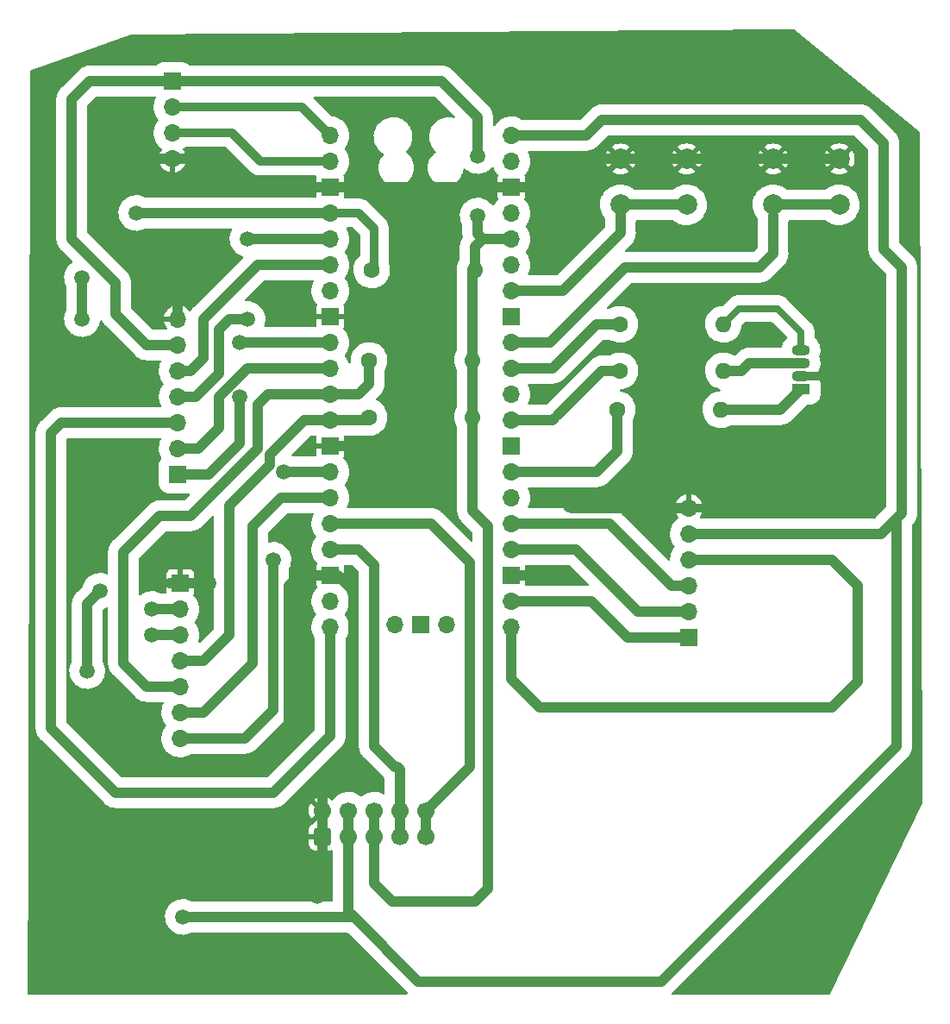
<source format=gbr>
%TF.GenerationSoftware,KiCad,Pcbnew,(6.0.1)*%
%TF.CreationDate,2022-11-25T13:11:30-03:00*%
%TF.ProjectId,Circuito esquem_tico,43697263-7569-4746-9f20-65737175656d,rev?*%
%TF.SameCoordinates,Original*%
%TF.FileFunction,Copper,L2,Bot*%
%TF.FilePolarity,Positive*%
%FSLAX46Y46*%
G04 Gerber Fmt 4.6, Leading zero omitted, Abs format (unit mm)*
G04 Created by KiCad (PCBNEW (6.0.1)) date 2022-11-25 13:11:30*
%MOMM*%
%LPD*%
G01*
G04 APERTURE LIST*
G04 Aperture macros list*
%AMRoundRect*
0 Rectangle with rounded corners*
0 $1 Rounding radius*
0 $2 $3 $4 $5 $6 $7 $8 $9 X,Y pos of 4 corners*
0 Add a 4 corners polygon primitive as box body*
4,1,4,$2,$3,$4,$5,$6,$7,$8,$9,$2,$3,0*
0 Add four circle primitives for the rounded corners*
1,1,$1+$1,$2,$3*
1,1,$1+$1,$4,$5*
1,1,$1+$1,$6,$7*
1,1,$1+$1,$8,$9*
0 Add four rect primitives between the rounded corners*
20,1,$1+$1,$2,$3,$4,$5,0*
20,1,$1+$1,$4,$5,$6,$7,0*
20,1,$1+$1,$6,$7,$8,$9,0*
20,1,$1+$1,$8,$9,$2,$3,0*%
G04 Aperture macros list end*
%TA.AperFunction,ComponentPad*%
%ADD10C,1.600000*%
%TD*%
%TA.AperFunction,ComponentPad*%
%ADD11O,1.600000X1.600000*%
%TD*%
%TA.AperFunction,ComponentPad*%
%ADD12R,1.700000X1.700000*%
%TD*%
%TA.AperFunction,ComponentPad*%
%ADD13O,1.700000X1.700000*%
%TD*%
%TA.AperFunction,ComponentPad*%
%ADD14RoundRect,0.250000X0.600000X-0.600000X0.600000X0.600000X-0.600000X0.600000X-0.600000X-0.600000X0*%
%TD*%
%TA.AperFunction,ComponentPad*%
%ADD15C,1.700000*%
%TD*%
%TA.AperFunction,ComponentPad*%
%ADD16C,2.000000*%
%TD*%
%TA.AperFunction,ComponentPad*%
%ADD17R,1.800000X1.070000*%
%TD*%
%TA.AperFunction,ComponentPad*%
%ADD18O,1.800000X1.070000*%
%TD*%
%TA.AperFunction,ViaPad*%
%ADD19C,1.500000*%
%TD*%
%TA.AperFunction,Conductor*%
%ADD20C,1.000000*%
%TD*%
%TA.AperFunction,Conductor*%
%ADD21C,0.812800*%
%TD*%
%TA.AperFunction,Conductor*%
%ADD22C,0.635000*%
%TD*%
G04 APERTURE END LIST*
D10*
%TO.P,R6,1*%
%TO.N,GP21*%
X158496000Y-73406000D03*
D11*
%TO.P,R6,2*%
%TO.N,Net-(D1-Pad1)*%
X168656000Y-73406000D03*
%TD*%
D12*
%TO.P,J3,1,Pin_1*%
%TO.N,3.3V*%
X114808000Y-41148000D03*
D13*
%TO.P,J3,2,Pin_2*%
%TO.N,GP0*%
X114808000Y-43688000D03*
%TO.P,J3,3,Pin_3*%
%TO.N,GP1*%
X114808000Y-46228000D03*
%TO.P,J3,4,Pin_4*%
%TO.N,GND*%
X114808000Y-48768000D03*
%TD*%
D10*
%TO.P,R5,1*%
%TO.N,GP22*%
X158750000Y-69596000D03*
D11*
%TO.P,R5,2*%
%TO.N,Net-(D1-Pad3)*%
X168910000Y-69596000D03*
%TD*%
D12*
%TO.P,J4,1,Pin_1*%
%TO.N,GP17*%
X165526000Y-95733000D03*
D13*
%TO.P,J4,2,Pin_2*%
%TO.N,GP18*%
X165526000Y-93193000D03*
%TO.P,J4,3,Pin_3*%
%TO.N,GP19*%
X165526000Y-90653000D03*
%TO.P,J4,4,Pin_4*%
%TO.N,GP16*%
X165526000Y-88113000D03*
%TO.P,J4,5,Pin_5*%
%TO.N,VBUS*%
X165526000Y-85573000D03*
%TO.P,J4,6,Pin_6*%
%TO.N,GND*%
X165526000Y-83033000D03*
%TD*%
D14*
%TO.P,J6,1,Pin_1*%
%TO.N,GND*%
X129540000Y-115316000D03*
D15*
%TO.P,J6,2,Pin_2*%
X129540000Y-112776000D03*
%TO.P,J6,3,Pin_3*%
%TO.N,VBUS*%
X132080000Y-115316000D03*
%TO.P,J6,4,Pin_4*%
X132080000Y-112776000D03*
%TO.P,J6,5,Pin_5*%
%TO.N,3.3V*%
X134620000Y-115316000D03*
%TO.P,J6,6,Pin_6*%
X134620000Y-112776000D03*
%TO.P,J6,7,Pin_7*%
%TO.N,GP13*%
X137160000Y-115316000D03*
%TO.P,J6,8,Pin_8*%
X137160000Y-112776000D03*
%TO.P,J6,9,Pin_9*%
%TO.N,GP12*%
X139700000Y-115316000D03*
%TO.P,J6,10,Pin_10*%
X139700000Y-112776000D03*
%TD*%
D10*
%TO.P,R4,1*%
%TO.N,GP26*%
X158750000Y-65024000D03*
D11*
%TO.P,R4,2*%
%TO.N,Net-(D1-Pad4)*%
X168910000Y-65024000D03*
%TD*%
D12*
%TO.P,J1,1,Pin_1*%
%TO.N,GND*%
X115570000Y-90424000D03*
D13*
%TO.P,J1,2,Pin_2*%
%TO.N,VBUS*%
X115570000Y-92964000D03*
%TO.P,J1,3,Pin_3*%
%TO.N,GP2*%
X115570000Y-95504000D03*
%TO.P,J1,4,Pin_4*%
%TO.N,GP9*%
X115570000Y-98044000D03*
%TO.P,J1,5,Pin_5*%
%TO.N,GP8*%
X115570000Y-100584000D03*
%TO.P,J1,6,Pin_6*%
%TO.N,GP11*%
X115570000Y-103124000D03*
%TO.P,J1,7,Pin_7*%
%TO.N,GP10*%
X115570000Y-105664000D03*
%TD*%
D16*
%TO.P,SW2,1,1*%
%TO.N,GND*%
X165302000Y-48804000D03*
X158802000Y-48804000D03*
%TO.P,SW2,2,2*%
%TO.N,GP28*%
X158802000Y-53304000D03*
X165302000Y-53304000D03*
%TD*%
D17*
%TO.P,D1,1,RA*%
%TO.N,Net-(D1-Pad1)*%
X176530000Y-71374000D03*
D18*
%TO.P,D1,2,K*%
%TO.N,GND*%
X176530000Y-70104000D03*
%TO.P,D1,3,BA*%
%TO.N,Net-(D1-Pad3)*%
X176530000Y-68834000D03*
%TO.P,D1,4,GA*%
%TO.N,Net-(D1-Pad4)*%
X176530000Y-67564000D03*
%TD*%
D10*
%TO.P,R1,1*%
%TO.N,GP2*%
X134366000Y-59690000D03*
D11*
%TO.P,R1,2*%
%TO.N,3.3V*%
X144526000Y-59690000D03*
%TD*%
D10*
%TO.P,R2,1*%
%TO.N,GP9*%
X134112000Y-74168000D03*
D11*
%TO.P,R2,2*%
%TO.N,3.3V*%
X144272000Y-74168000D03*
%TD*%
D13*
%TO.P,U1,1,GPIO0*%
%TO.N,GP0*%
X130302000Y-46482000D03*
%TO.P,U1,2,GPIO1*%
%TO.N,GP1*%
X130302000Y-49022000D03*
D12*
%TO.P,U1,3,GND*%
%TO.N,GND*%
X130302000Y-51562000D03*
D13*
%TO.P,U1,4,GPIO2*%
%TO.N,GP2*%
X130302000Y-54102000D03*
%TO.P,U1,5,GPIO3*%
%TO.N,GP3*%
X130302000Y-56642000D03*
%TO.P,U1,6,GPIO4*%
%TO.N,GP4*%
X130302000Y-59182000D03*
%TO.P,U1,7,GPIO5*%
%TO.N,GP5*%
X130302000Y-61722000D03*
D12*
%TO.P,U1,8,GND*%
%TO.N,GND*%
X130302000Y-64262000D03*
D13*
%TO.P,U1,9,GPIO6*%
%TO.N,GP6*%
X130302000Y-66802000D03*
%TO.P,U1,10,GPIO7*%
%TO.N,GP7*%
X130302000Y-69342000D03*
%TO.P,U1,11,GPIO8*%
%TO.N,GP8*%
X130302000Y-71882000D03*
%TO.P,U1,12,GPIO9*%
%TO.N,GP9*%
X130302000Y-74422000D03*
D12*
%TO.P,U1,13,GND*%
%TO.N,GND*%
X130302000Y-76962000D03*
D13*
%TO.P,U1,14,GPIO10*%
%TO.N,GP10*%
X130302000Y-79502000D03*
%TO.P,U1,15,GPIO11*%
%TO.N,GP11*%
X130302000Y-82042000D03*
%TO.P,U1,16,GPIO12*%
%TO.N,GP12*%
X130302000Y-84582000D03*
%TO.P,U1,17,GPIO13*%
%TO.N,GP13*%
X130302000Y-87122000D03*
D12*
%TO.P,U1,18,GND*%
%TO.N,GND*%
X130302000Y-89662000D03*
D13*
%TO.P,U1,19,GPIO14*%
%TO.N,GP14*%
X130302000Y-92202000D03*
%TO.P,U1,20,GPIO15*%
%TO.N,GP15*%
X130302000Y-94742000D03*
%TO.P,U1,21,GPIO16*%
%TO.N,GP16*%
X148082000Y-94742000D03*
%TO.P,U1,22,GPIO17*%
%TO.N,GP17*%
X148082000Y-92202000D03*
D12*
%TO.P,U1,23,GND*%
%TO.N,GND*%
X148082000Y-89662000D03*
D13*
%TO.P,U1,24,GPIO18*%
%TO.N,GP18*%
X148082000Y-87122000D03*
%TO.P,U1,25,GPIO19*%
%TO.N,GP19*%
X148082000Y-84582000D03*
%TO.P,U1,26,GPIO20*%
%TO.N,GP20*%
X148082000Y-82042000D03*
%TO.P,U1,27,GPIO21*%
%TO.N,GP21*%
X148082000Y-79502000D03*
D12*
%TO.P,U1,28,GND*%
%TO.N,unconnected-(U1-Pad28)*%
X148082000Y-76962000D03*
D13*
%TO.P,U1,29,GPIO22*%
%TO.N,GP22*%
X148082000Y-74422000D03*
%TO.P,U1,30,RUN*%
%TO.N,unconnected-(U1-Pad30)*%
X148082000Y-71882000D03*
%TO.P,U1,31,GPIO26_ADC0*%
%TO.N,GP26*%
X148082000Y-69342000D03*
%TO.P,U1,32,GPIO27_ADC1*%
%TO.N,GP27*%
X148082000Y-66802000D03*
D12*
%TO.P,U1,33,AGND*%
%TO.N,unconnected-(U1-Pad33)*%
X148082000Y-64262000D03*
D13*
%TO.P,U1,34,GPIO28_ADC2*%
%TO.N,GP28*%
X148082000Y-61722000D03*
%TO.P,U1,35,ADC_VREF*%
%TO.N,unconnected-(U1-Pad35)*%
X148082000Y-59182000D03*
%TO.P,U1,36,3V3*%
%TO.N,3.3V*%
X148082000Y-56642000D03*
%TO.P,U1,37,3V3_EN*%
%TO.N,unconnected-(U1-Pad37)*%
X148082000Y-54102000D03*
D12*
%TO.P,U1,38,GND*%
%TO.N,GND*%
X148082000Y-51562000D03*
D13*
%TO.P,U1,39,VSYS*%
%TO.N,unconnected-(U1-Pad39)*%
X148082000Y-49022000D03*
%TO.P,U1,40,VBUS*%
%TO.N,VBUS*%
X148082000Y-46482000D03*
%TO.P,U1,41,SWCLK*%
%TO.N,unconnected-(U1-Pad41)*%
X136652000Y-94512000D03*
D12*
%TO.P,U1,42,GND*%
%TO.N,unconnected-(U1-Pad42)*%
X139192000Y-94512000D03*
D13*
%TO.P,U1,43,SWDIO*%
%TO.N,unconnected-(U1-Pad43)*%
X141732000Y-94512000D03*
%TD*%
D12*
%TO.P,J5,1,Pin_1*%
%TO.N,GP6*%
X115316000Y-79756000D03*
D13*
%TO.P,J5,2,Pin_2*%
%TO.N,GP7*%
X115316000Y-77216000D03*
%TO.P,J5,3,Pin_3*%
%TO.N,GP15*%
X115316000Y-74676000D03*
%TO.P,J5,4,Pin_4*%
%TO.N,GP3*%
X115316000Y-72136000D03*
%TO.P,J5,5,Pin_5*%
%TO.N,GP4*%
X115316000Y-69596000D03*
%TO.P,J5,6,Pin_6*%
%TO.N,3.3V*%
X115316000Y-67056000D03*
%TO.P,J5,7,Pin_7*%
%TO.N,GND*%
X115316000Y-64516000D03*
%TD*%
D10*
%TO.P,R3,1*%
%TO.N,GP8*%
X134112000Y-68580000D03*
D11*
%TO.P,R3,2*%
%TO.N,3.3V*%
X144272000Y-68580000D03*
%TD*%
D16*
%TO.P,SW1,1,1*%
%TO.N,GND*%
X173788000Y-48804000D03*
X180288000Y-48804000D03*
%TO.P,SW1,2,2*%
%TO.N,GP27*%
X173788000Y-53304000D03*
X180288000Y-53304000D03*
%TD*%
D19*
%TO.N,GND*%
X129032000Y-121158000D03*
X121158000Y-107950000D03*
X118364000Y-90424000D03*
%TO.N,VBUS*%
X112776000Y-92964000D03*
X107696000Y-91186000D03*
X106426000Y-99060000D03*
%TO.N,GP2*%
X112776000Y-95504000D03*
%TO.N,GP6*%
X121412000Y-72136000D03*
%TO.N,GND*%
X153924000Y-82804000D03*
X152654000Y-89662000D03*
%TO.N,VBUS*%
X115824000Y-123190000D03*
%TO.N,GP2*%
X105918000Y-64516000D03*
X105918000Y-60452000D03*
X111252000Y-54102000D03*
%TO.N,GP10*%
X125730000Y-79502000D03*
X124714000Y-88138000D03*
%TO.N,3.3V*%
X144780000Y-48514000D03*
X144780000Y-54356000D03*
%TO.N,GP3*%
X122174000Y-64516000D03*
X122174000Y-56642000D03*
%TO.N,GP6*%
X121412000Y-66802000D03*
%TD*%
D20*
%TO.N,GND*%
X129540000Y-120650000D02*
X129032000Y-121158000D01*
X129540000Y-115316000D02*
X129540000Y-120650000D01*
X115570000Y-90424000D02*
X114554000Y-90424000D01*
X138684000Y-52832000D02*
X137414000Y-51562000D01*
X138684000Y-75692000D02*
X138684000Y-52832000D01*
X137414000Y-76962000D02*
X138684000Y-75692000D01*
X148082000Y-51562000D02*
X137414000Y-51562000D01*
X130302000Y-76962000D02*
X137414000Y-76962000D01*
X137414000Y-51562000D02*
X130302000Y-51562000D01*
X127254000Y-89662000D02*
X130302000Y-89662000D01*
X126238000Y-90678000D02*
X127254000Y-89662000D01*
X126238000Y-105918000D02*
X126238000Y-90678000D01*
X124206000Y-107950000D02*
X126238000Y-105918000D01*
X121158000Y-107950000D02*
X124206000Y-107950000D01*
X115570000Y-90424000D02*
X118364000Y-90424000D01*
%TO.N,GP8*%
X112268000Y-100584000D02*
X115570000Y-100584000D01*
X109982000Y-98298000D02*
X112268000Y-100584000D01*
X123190000Y-77216000D02*
X116586000Y-83820000D01*
X116586000Y-83820000D02*
X113538000Y-83820000D01*
X123190000Y-72898000D02*
X123190000Y-77216000D01*
X124206000Y-71882000D02*
X123190000Y-72898000D01*
X109982000Y-87376000D02*
X109982000Y-98298000D01*
X130302000Y-71882000D02*
X124206000Y-71882000D01*
X113538000Y-83820000D02*
X109982000Y-87376000D01*
%TO.N,GP9*%
X124389520Y-78810480D02*
X124389520Y-77794480D01*
X127762000Y-74422000D02*
X130302000Y-74422000D01*
X120396000Y-82804000D02*
X124389520Y-78810480D01*
X120396000Y-95504000D02*
X120396000Y-82804000D01*
X117856000Y-98044000D02*
X120396000Y-95504000D01*
X115570000Y-98044000D02*
X117856000Y-98044000D01*
X124389520Y-77794480D02*
X127762000Y-74422000D01*
%TO.N,GP15*%
X102870000Y-75692000D02*
X103886000Y-74676000D01*
X109220000Y-110998000D02*
X102870000Y-104648000D01*
X124714000Y-110998000D02*
X109220000Y-110998000D01*
X102870000Y-104648000D02*
X102870000Y-75692000D01*
X130302000Y-105410000D02*
X124714000Y-110998000D01*
X130302000Y-94742000D02*
X130302000Y-105410000D01*
X103886000Y-74676000D02*
X115316000Y-74676000D01*
%TO.N,VBUS*%
X115570000Y-92964000D02*
X112776000Y-92964000D01*
X106426000Y-92456000D02*
X107696000Y-91186000D01*
X106426000Y-99060000D02*
X106426000Y-92456000D01*
%TO.N,GP2*%
X115570000Y-95504000D02*
X112776000Y-95504000D01*
%TO.N,GP10*%
X130302000Y-79502000D02*
X125730000Y-79502000D01*
%TO.N,GP9*%
X130302000Y-74422000D02*
X127744081Y-74422000D01*
%TO.N,GP11*%
X122682000Y-98298000D02*
X117856000Y-103124000D01*
X122682000Y-84836000D02*
X122682000Y-98298000D01*
X117856000Y-103124000D02*
X115570000Y-103124000D01*
X125476000Y-82042000D02*
X122682000Y-84836000D01*
X130302000Y-82042000D02*
X125476000Y-82042000D01*
%TO.N,GP10*%
X124714000Y-102870000D02*
X124714000Y-88138000D01*
X115570000Y-105664000D02*
X121920000Y-105664000D01*
X121920000Y-105664000D02*
X124714000Y-102870000D01*
%TO.N,GP4*%
X123190000Y-59182000D02*
X130302000Y-59182000D01*
X117856000Y-68326000D02*
X117856000Y-64516000D01*
X117856000Y-64516000D02*
X123190000Y-59182000D01*
X116586000Y-69596000D02*
X117856000Y-68326000D01*
X115316000Y-69596000D02*
X116586000Y-69596000D01*
%TO.N,GP3*%
X120396000Y-64516000D02*
X122174000Y-64516000D01*
X119380000Y-69850000D02*
X119380000Y-65532000D01*
X119380000Y-65532000D02*
X120396000Y-64516000D01*
X117094000Y-72136000D02*
X119380000Y-69850000D01*
X115316000Y-72136000D02*
X117094000Y-72136000D01*
%TO.N,GP7*%
X122174000Y-69342000D02*
X130302000Y-69342000D01*
X117348000Y-77216000D02*
X119380000Y-75184000D01*
X119380000Y-75184000D02*
X119380000Y-72136000D01*
X115316000Y-77216000D02*
X117348000Y-77216000D01*
X119380000Y-72136000D02*
X122174000Y-69342000D01*
%TO.N,GP6*%
X121412000Y-76708000D02*
X121412000Y-72644000D01*
X121412000Y-72644000D02*
X121412000Y-72136000D01*
X119380000Y-78740000D02*
X121412000Y-76708000D01*
X118364000Y-79756000D02*
X119380000Y-78740000D01*
X115316000Y-79756000D02*
X118364000Y-79756000D01*
%TO.N,3.3V*%
X104902000Y-56642000D02*
X104902000Y-42926000D01*
X104902000Y-42926000D02*
X106680000Y-41148000D01*
X106680000Y-41148000D02*
X114808000Y-41148000D01*
X109220000Y-64008000D02*
X109220000Y-60960000D01*
X112268000Y-67056000D02*
X109220000Y-64008000D01*
X109220000Y-60960000D02*
X104902000Y-56642000D01*
X115316000Y-67056000D02*
X112268000Y-67056000D01*
%TO.N,GND*%
X107442000Y-49784000D02*
X108458000Y-48768000D01*
X112248000Y-56876000D02*
X108692000Y-56876000D01*
X107442000Y-55626000D02*
X107442000Y-49784000D01*
X115316000Y-59944000D02*
X112248000Y-56876000D01*
X108692000Y-56876000D02*
X107442000Y-55626000D01*
X115316000Y-64516000D02*
X115316000Y-59944000D01*
X108458000Y-48768000D02*
X114808000Y-48768000D01*
%TO.N,GP2*%
X130302000Y-54102000D02*
X111252000Y-54102000D01*
X105918000Y-60452000D02*
X105918000Y-64516000D01*
%TO.N,VBUS*%
X165526000Y-85573000D02*
X184429000Y-85573000D01*
X184429000Y-85573000D02*
X186436000Y-83566000D01*
X186436000Y-83566000D02*
X185928000Y-84074000D01*
X182372000Y-44958000D02*
X184658000Y-47244000D01*
X156972000Y-44958000D02*
X182372000Y-44958000D01*
X184658000Y-47244000D02*
X184658000Y-57658000D01*
X184658000Y-57658000D02*
X186436000Y-59436000D01*
X155448000Y-46482000D02*
X156972000Y-44958000D01*
X148082000Y-46482000D02*
X155448000Y-46482000D01*
X186436000Y-59436000D02*
X186436000Y-83566000D01*
X185928000Y-106426000D02*
X185928000Y-84074000D01*
X164592000Y-127762000D02*
X185928000Y-106426000D01*
%TO.N,GND*%
X165526000Y-83033000D02*
X154153000Y-83033000D01*
X154153000Y-83033000D02*
X153924000Y-82804000D01*
X148082000Y-89662000D02*
X152654000Y-89662000D01*
X131064000Y-89662000D02*
X132588000Y-91186000D01*
X129540000Y-115316000D02*
X129540000Y-112776000D01*
X148082000Y-51562000D02*
X153416000Y-51562000D01*
X116586000Y-48768000D02*
X114808000Y-48768000D01*
D21*
X165526000Y-83033000D02*
X177063000Y-83033000D01*
D22*
X173787994Y-48803992D02*
X180288006Y-48803992D01*
D20*
X119380000Y-51562000D02*
X116586000Y-48768000D01*
X130302000Y-51562000D02*
X119380000Y-51562000D01*
X165302000Y-48804000D02*
X180288000Y-48804000D01*
D21*
X180340000Y-70104000D02*
X176530000Y-70104000D01*
X180848000Y-70612000D02*
X180340000Y-70104000D01*
X165302000Y-48804000D02*
X173788000Y-48804000D01*
X177063000Y-83033000D02*
X180848000Y-79248000D01*
D20*
X132588000Y-91186000D02*
X132588000Y-108204000D01*
X130302000Y-89662000D02*
X131064000Y-89662000D01*
D21*
X180848000Y-79248000D02*
X180848000Y-70612000D01*
D20*
X129540000Y-111252000D02*
X129540000Y-112776000D01*
X156174000Y-48804000D02*
X153416000Y-51562000D01*
X132588000Y-108204000D02*
X129540000Y-111252000D01*
X158802000Y-48804000D02*
X156174000Y-48804000D01*
X158802000Y-48804000D02*
X165302000Y-48804000D01*
%TO.N,VBUS*%
X115824000Y-123190000D02*
X132334000Y-123190000D01*
X132334000Y-123190000D02*
X132461000Y-123063000D01*
X132461000Y-123063000D02*
X138938000Y-129540000D01*
X162814000Y-129540000D02*
X164592000Y-127762000D01*
X132080000Y-115316000D02*
X132080000Y-112776000D01*
X138938000Y-129540000D02*
X162814000Y-129540000D01*
X132080000Y-115316000D02*
X132080000Y-122682000D01*
D21*
X164084000Y-128270000D02*
X164592000Y-127762000D01*
D20*
X132080000Y-122682000D02*
X132461000Y-123063000D01*
D21*
%TO.N,GP2*%
X134620000Y-55626000D02*
X133096000Y-54102000D01*
X134620000Y-59690000D02*
X134620000Y-55626000D01*
X133096000Y-54102000D02*
X130302000Y-54102000D01*
D20*
%TO.N,GP7*%
X130302000Y-69342000D02*
X130068000Y-69576000D01*
%TO.N,GP8*%
X130302000Y-71882000D02*
X133096000Y-71882000D01*
X134112000Y-70866000D02*
X134112000Y-68580000D01*
X133096000Y-71882000D02*
X134112000Y-70866000D01*
X130556000Y-72136000D02*
X130302000Y-71882000D01*
%TO.N,3.3V*%
X144272000Y-74168000D02*
X144272000Y-68580000D01*
X145288000Y-56642000D02*
X144526000Y-57404000D01*
X144780000Y-54356000D02*
X144780000Y-56134000D01*
X141224000Y-41148000D02*
X144780000Y-44704000D01*
X148082000Y-56642000D02*
X145288000Y-56642000D01*
X144780000Y-56134000D02*
X145288000Y-56642000D01*
X144272000Y-59944000D02*
X144526000Y-59690000D01*
X144272000Y-74168000D02*
X144272000Y-83312000D01*
X144526000Y-121666000D02*
X136398000Y-121666000D01*
X144272000Y-68580000D02*
X144272000Y-59944000D01*
X144780000Y-44704000D02*
X144780000Y-48514000D01*
X144526000Y-57404000D02*
X144526000Y-59690000D01*
X136398000Y-121666000D02*
X134620000Y-119888000D01*
X114808000Y-41148000D02*
X141224000Y-41148000D01*
X134620000Y-112776000D02*
X134620000Y-115316000D01*
X134620000Y-119888000D02*
X134620000Y-115316000D01*
X145796000Y-120396000D02*
X144526000Y-121666000D01*
X144272000Y-83312000D02*
X145796000Y-84836000D01*
X145796000Y-84836000D02*
X145796000Y-120396000D01*
D21*
%TO.N,GP0*%
X127508000Y-43688000D02*
X114808000Y-43688000D01*
X130302000Y-46482000D02*
X130048000Y-46736000D01*
X130302000Y-46482000D02*
X127508000Y-43688000D01*
%TO.N,GP1*%
X130302000Y-49022000D02*
X130048000Y-49276000D01*
X130302000Y-49022000D02*
X123444000Y-49022000D01*
X123444000Y-49022000D02*
X120650000Y-46228000D01*
X120650000Y-46228000D02*
X114808000Y-46228000D01*
D20*
%TO.N,GP3*%
X130302000Y-56642000D02*
X122174000Y-56642000D01*
X120904000Y-64516000D02*
X122174000Y-64516000D01*
X120884000Y-64496000D02*
X120904000Y-64516000D01*
%TO.N,GP6*%
X130302000Y-66802000D02*
X121412000Y-66802000D01*
D21*
%TO.N,GP18*%
X148082000Y-87122000D02*
X148356000Y-86848000D01*
D20*
X154432000Y-87122000D02*
X160503000Y-93193000D01*
X148082000Y-87122000D02*
X154432000Y-87122000D01*
X165526000Y-93193000D02*
X160503000Y-93193000D01*
%TO.N,GP19*%
X148082000Y-84582000D02*
X157734000Y-84582000D01*
X157734000Y-84582000D02*
X157988000Y-84836000D01*
X163805000Y-90653000D02*
X157988000Y-84836000D01*
X165526000Y-90653000D02*
X163805000Y-90653000D01*
%TO.N,GP17*%
X148082000Y-92202000D02*
X155956000Y-92202000D01*
X159487000Y-95733000D02*
X165526000Y-95733000D01*
X155956000Y-92202000D02*
X159487000Y-95733000D01*
%TO.N,GP16*%
X182118000Y-99568000D02*
X182118000Y-90678000D01*
X179578000Y-102616000D02*
X179832000Y-102362000D01*
X179832000Y-102362000D02*
X182118000Y-100076000D01*
X179553000Y-88113000D02*
X165526000Y-88113000D01*
X181864000Y-90424000D02*
X179553000Y-88113000D01*
X150876000Y-102616000D02*
X179578000Y-102616000D01*
X148082000Y-94742000D02*
X148082000Y-99822000D01*
X182118000Y-100076000D02*
X182118000Y-99568000D01*
X182118000Y-90678000D02*
X181864000Y-90424000D01*
X148082000Y-99822000D02*
X150876000Y-102616000D01*
%TO.N,GP26*%
X153670000Y-67818000D02*
X156464000Y-65024000D01*
D22*
X152654000Y-68834000D02*
X153035000Y-68453000D01*
D20*
X153035000Y-68453000D02*
X153670000Y-67818000D01*
X152654000Y-68834000D02*
X153670000Y-67818000D01*
X148082000Y-69342000D02*
X152146000Y-69342000D01*
X152146000Y-69342000D02*
X152654000Y-68834000D01*
X156464000Y-65024000D02*
X158750000Y-65024000D01*
%TO.N,GP22*%
X156972000Y-69596000D02*
X158750000Y-69596000D01*
D22*
X152654000Y-73914000D02*
X152273000Y-74295000D01*
D20*
X148082000Y-74422000D02*
X152146000Y-74422000D01*
X152654000Y-73914000D02*
X156972000Y-69596000D01*
X152146000Y-74422000D02*
X152273000Y-74295000D01*
%TO.N,GP21*%
X148082000Y-79502000D02*
X156464000Y-79502000D01*
X156972000Y-78994000D02*
X158496000Y-77470000D01*
X156464000Y-79502000D02*
X156972000Y-78994000D01*
X158496000Y-77470000D02*
X158496000Y-73406000D01*
%TO.N,GP9*%
X133858000Y-74422000D02*
X134112000Y-74168000D01*
X130302000Y-74422000D02*
X133858000Y-74422000D01*
%TO.N,GP13*%
X137160000Y-115316000D02*
X137160000Y-112776000D01*
X136652000Y-108458000D02*
X136906000Y-108458000D01*
X134620000Y-88646000D02*
X134620000Y-106426000D01*
X136906000Y-108458000D02*
X137160000Y-108712000D01*
X137160000Y-108712000D02*
X137160000Y-112776000D01*
X130302000Y-87122000D02*
X133096000Y-87122000D01*
X134620000Y-106426000D02*
X136652000Y-108458000D01*
X133096000Y-87122000D02*
X134620000Y-88646000D01*
%TO.N,Net-(D1-Pad1)*%
X174498000Y-73406000D02*
X176530000Y-71374000D01*
X168656000Y-73406000D02*
X174498000Y-73406000D01*
D22*
%TO.N,Net-(D1-Pad4)*%
X176530000Y-67564000D02*
X176530000Y-65786000D01*
X176530000Y-65786000D02*
X174244000Y-63500000D01*
X170434000Y-63500000D02*
X168910000Y-65024000D01*
X174244000Y-63500000D02*
X170434000Y-63500000D01*
D20*
%TO.N,Net-(D1-Pad3)*%
X168910000Y-69596000D02*
X170688000Y-69596000D01*
X170688000Y-69596000D02*
X171450000Y-68834000D01*
X171450000Y-68834000D02*
X171958000Y-68834000D01*
X171958000Y-68834000D02*
X176530000Y-68834000D01*
%TO.N,GP27*%
X148082000Y-66802000D02*
X151892000Y-66802000D01*
X151892000Y-66802000D02*
X152146000Y-66548000D01*
X173788000Y-53304000D02*
X180288000Y-53304000D01*
X159258000Y-59436000D02*
X172466000Y-59436000D01*
X152146000Y-66548000D02*
X159258000Y-59436000D01*
X172466000Y-59436000D02*
X172974000Y-58928000D01*
D22*
X173787994Y-53304008D02*
X180288006Y-53304008D01*
D20*
X173788000Y-58114000D02*
X173788000Y-54408000D01*
D22*
X173788000Y-54408000D02*
X173788000Y-53304000D01*
D20*
X172974000Y-58928000D02*
X173788000Y-58114000D01*
%TO.N,GP28*%
X158802000Y-53304000D02*
X158802000Y-56082000D01*
X148082000Y-61722000D02*
X153162000Y-61722000D01*
X153162000Y-61722000D02*
X158802000Y-56082000D01*
X158802000Y-53304000D02*
X165302000Y-53304000D01*
%TO.N,GP12*%
X130302000Y-84582000D02*
X140208000Y-84582000D01*
X140208000Y-84582000D02*
X144018000Y-88392000D01*
X144018000Y-108458000D02*
X139700000Y-112776000D01*
X139700000Y-115316000D02*
X139700000Y-112776000D01*
X144018000Y-88392000D02*
X144018000Y-108458000D01*
%TD*%
%TA.AperFunction,Conductor*%
%TO.N,GND*%
G36*
X175790824Y-36087824D02*
G01*
X175803207Y-36096740D01*
X188167911Y-46190376D01*
X188208032Y-46248947D01*
X188214230Y-46287494D01*
X188466958Y-111744171D01*
X188467887Y-111984721D01*
X188455192Y-112040327D01*
X179365185Y-130725343D01*
X179358482Y-130739121D01*
X179310695Y-130791627D01*
X179245178Y-130810000D01*
X163973625Y-130810000D01*
X163905504Y-130789998D01*
X163859011Y-130736342D01*
X163848907Y-130666068D01*
X163878401Y-130601488D01*
X163888826Y-130590806D01*
X163911336Y-130570324D01*
X163911338Y-130570322D01*
X163915158Y-130566846D01*
X163918357Y-130562795D01*
X163918361Y-130562791D01*
X163933038Y-130544206D01*
X163942825Y-130533203D01*
X165595935Y-128880092D01*
X165595942Y-128880086D01*
X165595945Y-128880083D01*
X186907174Y-107568853D01*
X186920616Y-107557188D01*
X186923493Y-107555028D01*
X186923496Y-107555026D01*
X186927636Y-107551917D01*
X186934215Y-107545033D01*
X187002588Y-107473484D01*
X187004587Y-107471440D01*
X187033246Y-107442781D01*
X187034906Y-107440823D01*
X187034913Y-107440816D01*
X187041218Y-107433381D01*
X187046219Y-107427827D01*
X187094532Y-107377270D01*
X187094532Y-107377269D01*
X187098104Y-107373532D01*
X187119595Y-107342027D01*
X187127574Y-107331554D01*
X187152240Y-107302468D01*
X187154893Y-107298036D01*
X187154901Y-107298024D01*
X187190808Y-107238027D01*
X187194836Y-107231728D01*
X187216116Y-107200532D01*
X187237149Y-107169700D01*
X187239324Y-107165014D01*
X187239331Y-107165002D01*
X187253203Y-107135118D01*
X187259371Y-107123468D01*
X187276298Y-107095184D01*
X187276301Y-107095178D01*
X187278951Y-107090750D01*
X187306481Y-107020861D01*
X187309425Y-107013993D01*
X187338855Y-106950593D01*
X187338856Y-106950590D01*
X187341035Y-106945896D01*
X187342418Y-106940910D01*
X187342420Y-106940904D01*
X187351222Y-106909164D01*
X187355402Y-106896669D01*
X187369382Y-106861178D01*
X187378145Y-106820301D01*
X187385125Y-106787742D01*
X187386909Y-106780481D01*
X187405593Y-106713111D01*
X187405594Y-106713103D01*
X187406974Y-106708129D01*
X187411026Y-106670217D01*
X187413112Y-106657196D01*
X187420018Y-106624982D01*
X187420019Y-106624977D01*
X187421103Y-106619919D01*
X187421475Y-106612046D01*
X187424640Y-106544907D01*
X187425214Y-106537451D01*
X187428143Y-106510044D01*
X187428500Y-106506708D01*
X187428500Y-106466031D01*
X187428640Y-106460096D01*
X187432483Y-106378613D01*
X187432483Y-106378609D01*
X187432726Y-106373453D01*
X187429360Y-106344799D01*
X187428500Y-106330099D01*
X187428500Y-84749908D01*
X187448502Y-84681787D01*
X187463406Y-84662857D01*
X187510567Y-84613506D01*
X187512566Y-84611462D01*
X187541246Y-84582782D01*
X187549227Y-84573372D01*
X187554224Y-84567822D01*
X187602532Y-84517270D01*
X187606104Y-84513532D01*
X187627590Y-84482035D01*
X187635577Y-84471550D01*
X187656904Y-84446401D01*
X187660239Y-84442469D01*
X187661534Y-84440306D01*
X187662884Y-84438051D01*
X187662890Y-84438042D01*
X187698808Y-84378027D01*
X187702836Y-84371728D01*
X187735115Y-84324409D01*
X187745149Y-84309700D01*
X187747324Y-84305014D01*
X187747331Y-84305002D01*
X187761203Y-84275118D01*
X187767371Y-84263468D01*
X187784298Y-84235184D01*
X187784301Y-84235178D01*
X187786951Y-84230750D01*
X187814481Y-84160861D01*
X187817425Y-84153993D01*
X187823487Y-84140935D01*
X187828187Y-84130808D01*
X187846855Y-84090593D01*
X187846856Y-84090590D01*
X187849035Y-84085896D01*
X187850418Y-84080910D01*
X187850420Y-84080904D01*
X187859222Y-84049164D01*
X187863402Y-84036669D01*
X187877382Y-84001178D01*
X187893127Y-83927737D01*
X187894908Y-83920488D01*
X187913592Y-83853114D01*
X187913593Y-83853109D01*
X187914974Y-83848129D01*
X187915522Y-83843000D01*
X187915525Y-83842985D01*
X187919027Y-83810217D01*
X187921112Y-83797198D01*
X187928019Y-83764980D01*
X187928020Y-83764971D01*
X187929103Y-83759920D01*
X187929683Y-83747633D01*
X187932640Y-83684907D01*
X187933214Y-83677451D01*
X187936143Y-83650044D01*
X187936500Y-83646708D01*
X187936500Y-83606032D01*
X187936640Y-83600097D01*
X187940483Y-83518613D01*
X187940483Y-83518609D01*
X187940726Y-83513453D01*
X187940017Y-83507413D01*
X187937360Y-83484799D01*
X187936500Y-83470099D01*
X187936500Y-59551732D01*
X187937757Y-59533979D01*
X187938265Y-59530412D01*
X187938265Y-59530407D01*
X187938993Y-59525294D01*
X187936809Y-59429034D01*
X187936532Y-59416850D01*
X187936500Y-59413991D01*
X187936500Y-59373446D01*
X187936290Y-59370891D01*
X187936289Y-59370867D01*
X187935491Y-59361161D01*
X187935099Y-59353697D01*
X187933512Y-59283781D01*
X187933395Y-59278618D01*
X187926316Y-59241151D01*
X187924549Y-59228084D01*
X187921848Y-59195239D01*
X187921425Y-59190089D01*
X187918584Y-59178779D01*
X187903131Y-59117256D01*
X187901526Y-59109955D01*
X187888544Y-59041247D01*
X187888543Y-59041245D01*
X187887584Y-59036167D01*
X187874478Y-59000355D01*
X187870602Y-58987754D01*
X187862576Y-58955799D01*
X187862575Y-58955798D01*
X187861316Y-58950783D01*
X187831372Y-58881917D01*
X187828598Y-58874982D01*
X187823841Y-58861983D01*
X187802789Y-58804456D01*
X187785782Y-58774396D01*
X187784017Y-58771276D01*
X187778133Y-58759474D01*
X187764991Y-58729250D01*
X187764987Y-58729243D01*
X187762928Y-58724507D01*
X187722140Y-58661458D01*
X187718267Y-58655063D01*
X187683837Y-58594208D01*
X187683836Y-58594206D01*
X187681288Y-58589703D01*
X187670765Y-58576661D01*
X187657345Y-58560030D01*
X187649612Y-58549347D01*
X187631716Y-58521683D01*
X187631711Y-58521677D01*
X187628905Y-58517339D01*
X187611598Y-58498318D01*
X187578366Y-58461797D01*
X187573502Y-58456122D01*
X187556192Y-58434670D01*
X187554083Y-58432056D01*
X187525335Y-58403308D01*
X187521236Y-58399012D01*
X187498323Y-58373831D01*
X187462846Y-58334842D01*
X187458795Y-58331643D01*
X187458791Y-58331639D01*
X187440202Y-58316959D01*
X187429199Y-58307172D01*
X186195405Y-57073378D01*
X186161379Y-57011066D01*
X186158500Y-56984283D01*
X186158500Y-47359732D01*
X186159757Y-47341977D01*
X186160265Y-47338408D01*
X186160993Y-47333294D01*
X186158532Y-47224850D01*
X186158500Y-47221991D01*
X186158500Y-47181446D01*
X186158290Y-47178891D01*
X186158289Y-47178867D01*
X186157491Y-47169161D01*
X186157099Y-47161697D01*
X186156028Y-47114503D01*
X186155395Y-47086618D01*
X186148316Y-47049153D01*
X186146549Y-47036084D01*
X186143849Y-47003241D01*
X186143848Y-47003236D01*
X186143425Y-46998089D01*
X186130743Y-46947599D01*
X186125131Y-46925254D01*
X186123526Y-46917955D01*
X186110544Y-46849250D01*
X186110542Y-46849244D01*
X186109583Y-46844167D01*
X186096479Y-46808359D01*
X186092605Y-46795766D01*
X186084576Y-46763799D01*
X186084575Y-46763798D01*
X186083316Y-46758783D01*
X186053367Y-46689906D01*
X186050593Y-46682970D01*
X186026565Y-46617311D01*
X186024788Y-46612455D01*
X186006008Y-46579262D01*
X186000137Y-46567485D01*
X185984928Y-46532507D01*
X185944139Y-46469457D01*
X185940266Y-46463062D01*
X185905835Y-46402204D01*
X185905832Y-46402200D01*
X185903288Y-46397703D01*
X185900041Y-46393679D01*
X185900037Y-46393673D01*
X185879341Y-46368023D01*
X185871610Y-46357344D01*
X185850905Y-46325339D01*
X185800365Y-46269797D01*
X185795508Y-46264129D01*
X185778197Y-46242674D01*
X185778190Y-46242666D01*
X185776083Y-46240055D01*
X185747326Y-46211298D01*
X185743227Y-46207002D01*
X185688327Y-46146667D01*
X185688324Y-46146664D01*
X185684846Y-46142842D01*
X185662199Y-46124957D01*
X185651205Y-46115178D01*
X183514853Y-43978826D01*
X183503188Y-43965384D01*
X183501028Y-43962507D01*
X183501026Y-43962504D01*
X183497917Y-43958364D01*
X183467667Y-43929456D01*
X183419484Y-43883412D01*
X183417440Y-43881413D01*
X183388781Y-43852754D01*
X183386823Y-43851094D01*
X183386816Y-43851087D01*
X183379381Y-43844782D01*
X183373827Y-43839781D01*
X183323271Y-43791469D01*
X183319532Y-43787896D01*
X183288034Y-43766409D01*
X183277545Y-43758419D01*
X183248469Y-43733761D01*
X183184026Y-43695193D01*
X183177730Y-43691165D01*
X183119976Y-43651768D01*
X183115700Y-43648851D01*
X183111013Y-43646675D01*
X183111007Y-43646672D01*
X183081113Y-43632796D01*
X183069468Y-43626630D01*
X183036750Y-43607049D01*
X183031943Y-43605156D01*
X183031940Y-43605154D01*
X182966878Y-43579526D01*
X182960007Y-43576581D01*
X182956980Y-43575176D01*
X182891896Y-43544965D01*
X182886911Y-43543583D01*
X182886907Y-43543581D01*
X182855157Y-43534776D01*
X182842662Y-43530596D01*
X182807178Y-43516619D01*
X182767867Y-43508191D01*
X182733771Y-43500881D01*
X182726513Y-43499099D01*
X182659105Y-43480406D01*
X182659106Y-43480406D01*
X182654129Y-43479026D01*
X182616220Y-43474975D01*
X182603198Y-43472888D01*
X182570982Y-43465981D01*
X182570967Y-43465979D01*
X182565920Y-43464897D01*
X182490906Y-43461360D01*
X182483451Y-43460786D01*
X182481767Y-43460606D01*
X182452708Y-43457500D01*
X182412032Y-43457500D01*
X182406097Y-43457360D01*
X182319453Y-43453274D01*
X182294180Y-43456243D01*
X182290809Y-43456639D01*
X182276108Y-43457500D01*
X157087732Y-43457500D01*
X157069979Y-43456243D01*
X157061294Y-43455007D01*
X157056133Y-43455124D01*
X157056130Y-43455124D01*
X156952869Y-43457468D01*
X156950010Y-43457500D01*
X156909446Y-43457500D01*
X156897157Y-43458510D01*
X156889703Y-43458901D01*
X156839337Y-43460045D01*
X156814617Y-43460606D01*
X156809547Y-43461564D01*
X156809538Y-43461565D01*
X156777156Y-43467684D01*
X156764087Y-43469451D01*
X156748220Y-43470756D01*
X156726089Y-43472575D01*
X156721070Y-43473836D01*
X156721068Y-43473836D01*
X156653248Y-43490871D01*
X156645947Y-43492476D01*
X156577246Y-43505457D01*
X156577243Y-43505458D01*
X156572167Y-43506417D01*
X156536359Y-43519521D01*
X156523766Y-43523395D01*
X156491799Y-43531424D01*
X156491798Y-43531425D01*
X156486783Y-43532684D01*
X156417911Y-43562631D01*
X156410970Y-43565407D01*
X156370014Y-43580395D01*
X156340455Y-43591212D01*
X156307262Y-43609992D01*
X156295485Y-43615863D01*
X156260507Y-43631072D01*
X156256158Y-43633885D01*
X156256157Y-43633886D01*
X156197456Y-43671862D01*
X156191096Y-43675714D01*
X156125702Y-43712712D01*
X156121673Y-43715963D01*
X156096025Y-43736658D01*
X156085348Y-43744387D01*
X156053339Y-43765095D01*
X156049521Y-43768569D01*
X156049512Y-43768576D01*
X155997799Y-43815632D01*
X155992135Y-43820487D01*
X155968055Y-43839917D01*
X155939298Y-43868674D01*
X155935002Y-43872773D01*
X155870842Y-43931154D01*
X155867643Y-43935205D01*
X155867639Y-43935209D01*
X155852962Y-43953794D01*
X155843175Y-43964797D01*
X155344726Y-44463247D01*
X154863378Y-44944595D01*
X154801066Y-44978620D01*
X154774283Y-44981500D01*
X149208812Y-44981500D01*
X149140691Y-44961498D01*
X149132370Y-44955663D01*
X149104107Y-44934093D01*
X149104103Y-44934090D01*
X149100562Y-44931388D01*
X148871917Y-44803340D01*
X148867768Y-44801735D01*
X148867764Y-44801733D01*
X148685211Y-44731109D01*
X148627512Y-44708787D01*
X148623191Y-44707785D01*
X148623183Y-44707783D01*
X148455069Y-44668817D01*
X148372221Y-44649614D01*
X148111141Y-44627002D01*
X148106706Y-44627246D01*
X148106702Y-44627246D01*
X147853921Y-44641157D01*
X147853914Y-44641158D01*
X147849478Y-44641402D01*
X147592456Y-44692527D01*
X147588246Y-44694005D01*
X147588244Y-44694006D01*
X147510167Y-44721425D01*
X147345201Y-44779357D01*
X147341250Y-44781410D01*
X147341244Y-44781412D01*
X147220178Y-44844301D01*
X147112647Y-44900159D01*
X147109032Y-44902742D01*
X147109026Y-44902746D01*
X146903055Y-45049935D01*
X146903051Y-45049938D01*
X146899434Y-45052523D01*
X146709816Y-45233409D01*
X146707060Y-45236905D01*
X146553870Y-45431227D01*
X146547578Y-45439208D01*
X146545346Y-45443050D01*
X146545343Y-45443055D01*
X146515454Y-45494513D01*
X146463943Y-45543371D01*
X146394194Y-45556625D01*
X146328353Y-45530065D01*
X146287322Y-45472125D01*
X146280500Y-45431227D01*
X146280500Y-44819732D01*
X146281757Y-44801977D01*
X146282265Y-44798408D01*
X146282993Y-44793294D01*
X146282724Y-44781412D01*
X146280532Y-44684870D01*
X146280500Y-44682011D01*
X146280500Y-44641446D01*
X146279490Y-44629157D01*
X146279099Y-44621703D01*
X146277511Y-44551780D01*
X146277394Y-44546618D01*
X146276436Y-44541548D01*
X146276435Y-44541539D01*
X146270316Y-44509157D01*
X146268549Y-44496088D01*
X146265849Y-44463247D01*
X146265425Y-44458089D01*
X146263207Y-44449258D01*
X146247127Y-44385240D01*
X146245522Y-44377939D01*
X146232544Y-44309254D01*
X146231583Y-44304167D01*
X146218479Y-44268359D01*
X146214605Y-44255766D01*
X146206576Y-44223799D01*
X146206575Y-44223798D01*
X146205316Y-44218783D01*
X146175367Y-44149906D01*
X146172593Y-44142970D01*
X146148565Y-44077311D01*
X146146788Y-44072455D01*
X146128008Y-44039262D01*
X146122137Y-44027485D01*
X146106928Y-43992507D01*
X146066136Y-43929453D01*
X146062286Y-43923096D01*
X146025288Y-43857702D01*
X146001342Y-43828025D01*
X145993609Y-43817343D01*
X145972905Y-43785339D01*
X145969431Y-43781521D01*
X145969424Y-43781512D01*
X145922368Y-43729799D01*
X145917513Y-43724135D01*
X145898083Y-43700055D01*
X145869325Y-43671297D01*
X145865226Y-43667001D01*
X145846728Y-43646672D01*
X145806846Y-43602842D01*
X145802795Y-43599643D01*
X145802791Y-43599639D01*
X145784207Y-43584963D01*
X145773204Y-43575176D01*
X142366853Y-40168826D01*
X142355188Y-40155384D01*
X142353028Y-40152507D01*
X142353026Y-40152504D01*
X142349917Y-40148364D01*
X142271484Y-40073412D01*
X142269440Y-40071413D01*
X142240781Y-40042754D01*
X142238823Y-40041094D01*
X142238816Y-40041087D01*
X142231381Y-40034782D01*
X142225827Y-40029781D01*
X142175271Y-39981469D01*
X142171532Y-39977896D01*
X142140034Y-39956409D01*
X142129545Y-39948419D01*
X142108770Y-39930801D01*
X142100469Y-39923761D01*
X142036026Y-39885193D01*
X142029730Y-39881165D01*
X142027158Y-39879410D01*
X141967700Y-39838851D01*
X141963013Y-39836675D01*
X141963007Y-39836672D01*
X141933113Y-39822796D01*
X141921468Y-39816630D01*
X141888750Y-39797049D01*
X141883943Y-39795156D01*
X141883940Y-39795154D01*
X141818878Y-39769526D01*
X141812007Y-39766581D01*
X141809143Y-39765252D01*
X141743896Y-39734965D01*
X141738911Y-39733583D01*
X141738907Y-39733581D01*
X141707157Y-39724776D01*
X141694662Y-39720596D01*
X141659178Y-39706619D01*
X141619867Y-39698191D01*
X141585771Y-39690881D01*
X141578513Y-39689099D01*
X141511105Y-39670406D01*
X141511106Y-39670406D01*
X141506129Y-39669026D01*
X141468220Y-39664975D01*
X141455198Y-39662888D01*
X141422982Y-39655981D01*
X141422967Y-39655979D01*
X141417920Y-39654897D01*
X141342906Y-39651360D01*
X141335451Y-39650786D01*
X141304708Y-39647500D01*
X141264032Y-39647500D01*
X141258097Y-39647360D01*
X141171453Y-39643274D01*
X141146180Y-39646243D01*
X141142809Y-39646639D01*
X141128108Y-39647500D01*
X116478369Y-39647500D01*
X116410248Y-39627498D01*
X116380726Y-39601135D01*
X116373145Y-39591840D01*
X116369109Y-39586891D01*
X116211596Y-39458427D01*
X116031470Y-39364259D01*
X115836087Y-39308234D01*
X115804455Y-39305411D01*
X115718609Y-39297749D01*
X115718603Y-39297749D01*
X115715816Y-39297500D01*
X113900184Y-39297500D01*
X113897397Y-39297749D01*
X113897391Y-39297749D01*
X113811545Y-39305411D01*
X113779913Y-39308234D01*
X113584530Y-39364259D01*
X113404404Y-39458427D01*
X113246891Y-39586891D01*
X113242855Y-39591840D01*
X113235274Y-39601135D01*
X113176720Y-39641283D01*
X113137631Y-39647500D01*
X106795732Y-39647500D01*
X106777979Y-39646243D01*
X106774412Y-39645735D01*
X106774407Y-39645735D01*
X106769294Y-39645007D01*
X106764132Y-39645124D01*
X106764129Y-39645124D01*
X106660850Y-39647468D01*
X106657991Y-39647500D01*
X106617446Y-39647500D01*
X106614891Y-39647710D01*
X106614867Y-39647711D01*
X106605161Y-39648509D01*
X106597702Y-39648901D01*
X106522618Y-39650605D01*
X106485152Y-39657684D01*
X106472085Y-39659451D01*
X106434089Y-39662575D01*
X106429076Y-39663834D01*
X106429077Y-39663834D01*
X106361256Y-39680869D01*
X106353955Y-39682474D01*
X106285247Y-39695456D01*
X106285245Y-39695457D01*
X106280167Y-39696416D01*
X106244355Y-39709522D01*
X106231754Y-39713398D01*
X106199799Y-39721424D01*
X106199798Y-39721425D01*
X106194783Y-39722684D01*
X106125922Y-39752626D01*
X106118981Y-39755402D01*
X106048456Y-39781211D01*
X106028123Y-39792715D01*
X106015276Y-39799983D01*
X106003474Y-39805867D01*
X105973250Y-39819009D01*
X105973243Y-39819013D01*
X105968507Y-39821072D01*
X105941025Y-39838851D01*
X105905458Y-39861860D01*
X105899063Y-39865733D01*
X105864668Y-39885193D01*
X105833703Y-39902712D01*
X105829677Y-39905961D01*
X105829675Y-39905962D01*
X105804030Y-39926655D01*
X105793347Y-39934388D01*
X105765683Y-39952284D01*
X105765677Y-39952289D01*
X105761339Y-39955095D01*
X105757514Y-39958575D01*
X105757512Y-39958577D01*
X105705797Y-40005634D01*
X105700122Y-40010498D01*
X105676056Y-40029917D01*
X105647308Y-40058665D01*
X105643012Y-40062764D01*
X105578842Y-40121154D01*
X105575643Y-40125205D01*
X105575639Y-40125209D01*
X105560959Y-40143798D01*
X105551172Y-40154801D01*
X103922826Y-41783147D01*
X103909384Y-41794812D01*
X103906507Y-41796972D01*
X103906504Y-41796974D01*
X103902364Y-41800083D01*
X103898788Y-41803825D01*
X103898787Y-41803826D01*
X103827412Y-41878516D01*
X103825413Y-41880560D01*
X103796754Y-41909219D01*
X103795094Y-41911177D01*
X103795087Y-41911184D01*
X103788782Y-41918619D01*
X103783781Y-41924173D01*
X103731896Y-41978468D01*
X103728982Y-41982740D01*
X103710410Y-42009965D01*
X103702420Y-42020454D01*
X103677761Y-42049531D01*
X103675108Y-42053964D01*
X103639193Y-42113973D01*
X103635165Y-42120270D01*
X103592851Y-42182300D01*
X103590675Y-42186987D01*
X103590672Y-42186993D01*
X103576796Y-42216887D01*
X103570630Y-42228532D01*
X103551049Y-42261250D01*
X103549156Y-42266057D01*
X103549154Y-42266060D01*
X103523526Y-42331122D01*
X103520581Y-42337993D01*
X103488965Y-42406104D01*
X103487583Y-42411089D01*
X103487581Y-42411093D01*
X103478776Y-42442843D01*
X103474596Y-42455338D01*
X103460619Y-42490822D01*
X103459534Y-42495883D01*
X103444881Y-42564229D01*
X103443099Y-42571487D01*
X103426182Y-42632489D01*
X103423026Y-42643871D01*
X103419621Y-42675732D01*
X103418975Y-42681778D01*
X103416888Y-42694802D01*
X103409981Y-42727018D01*
X103409979Y-42727033D01*
X103408897Y-42732080D01*
X103408654Y-42737243D01*
X103405360Y-42807093D01*
X103404786Y-42814548D01*
X103401500Y-42845292D01*
X103401500Y-42885968D01*
X103401360Y-42891902D01*
X103397274Y-42978547D01*
X103397878Y-42983685D01*
X103400639Y-43007191D01*
X103401500Y-43021892D01*
X103401500Y-56526268D01*
X103400243Y-56544021D01*
X103399007Y-56552706D01*
X103399124Y-56557868D01*
X103399124Y-56557871D01*
X103401468Y-56661150D01*
X103401500Y-56664009D01*
X103401500Y-56704554D01*
X103401710Y-56707109D01*
X103401711Y-56707133D01*
X103402509Y-56716839D01*
X103402901Y-56724298D01*
X103404605Y-56799382D01*
X103405563Y-56804454D01*
X103405564Y-56804460D01*
X103411684Y-56836847D01*
X103413451Y-56849916D01*
X103413946Y-56855930D01*
X103416575Y-56887911D01*
X103424847Y-56920843D01*
X103434869Y-56960746D01*
X103436474Y-56968045D01*
X103440160Y-56987550D01*
X103450417Y-57041833D01*
X103452192Y-57046684D01*
X103452193Y-57046687D01*
X103463518Y-57077633D01*
X103467396Y-57090239D01*
X103473743Y-57115507D01*
X103476684Y-57127217D01*
X103478744Y-57131954D01*
X103506629Y-57196087D01*
X103509404Y-57203025D01*
X103535211Y-57273545D01*
X103537762Y-57278053D01*
X103553983Y-57306724D01*
X103559869Y-57318528D01*
X103575072Y-57353493D01*
X103577876Y-57357828D01*
X103577878Y-57357831D01*
X103583767Y-57366934D01*
X103615862Y-57416545D01*
X103619727Y-57422927D01*
X103654164Y-57483795D01*
X103654169Y-57483803D01*
X103656712Y-57488297D01*
X103659957Y-57492319D01*
X103659962Y-57492326D01*
X103680659Y-57517977D01*
X103688386Y-57528651D01*
X103709095Y-57560661D01*
X103759635Y-57616203D01*
X103764492Y-57621871D01*
X103781803Y-57643326D01*
X103781810Y-57643334D01*
X103783917Y-57645945D01*
X103812675Y-57674703D01*
X103816774Y-57678999D01*
X103875154Y-57743158D01*
X103879205Y-57746357D01*
X103879209Y-57746361D01*
X103897793Y-57761037D01*
X103908796Y-57770824D01*
X104949996Y-58812024D01*
X104984022Y-58874336D01*
X104978957Y-58945151D01*
X104936410Y-59001987D01*
X104930007Y-59006477D01*
X104849375Y-59059341D01*
X104779867Y-59121379D01*
X104660315Y-59228084D01*
X104655265Y-59232591D01*
X104488895Y-59432629D01*
X104353920Y-59655061D01*
X104352111Y-59659375D01*
X104352110Y-59659377D01*
X104266865Y-59862665D01*
X104253305Y-59895001D01*
X104252154Y-59899533D01*
X104252153Y-59899536D01*
X104237799Y-59956055D01*
X104189261Y-60147177D01*
X104163194Y-60406049D01*
X104163418Y-60410715D01*
X104163418Y-60410720D01*
X104166736Y-60479794D01*
X104175677Y-60665930D01*
X104226435Y-60921112D01*
X104314355Y-61165989D01*
X104316571Y-61170113D01*
X104402492Y-61330020D01*
X104417500Y-61389658D01*
X104417500Y-63579045D01*
X104399219Y-63644410D01*
X104353920Y-63719061D01*
X104352111Y-63723375D01*
X104352110Y-63723377D01*
X104267731Y-63924600D01*
X104253305Y-63959001D01*
X104252154Y-63963533D01*
X104252153Y-63963536D01*
X104243882Y-63996104D01*
X104189261Y-64211177D01*
X104163194Y-64470049D01*
X104163418Y-64474715D01*
X104163418Y-64474720D01*
X104165250Y-64512851D01*
X104175677Y-64729930D01*
X104226435Y-64985112D01*
X104314355Y-65229989D01*
X104437504Y-65459180D01*
X104440299Y-65462923D01*
X104440301Y-65462926D01*
X104590385Y-65663913D01*
X104590390Y-65663919D01*
X104593177Y-65667651D01*
X104596486Y-65670931D01*
X104596491Y-65670937D01*
X104774637Y-65847535D01*
X104777954Y-65850823D01*
X104781716Y-65853581D01*
X104781719Y-65853584D01*
X104894332Y-65936155D01*
X104987775Y-66004670D01*
X104991910Y-66006846D01*
X104991914Y-66006848D01*
X105117774Y-66073066D01*
X105218033Y-66125815D01*
X105355799Y-66173925D01*
X105454942Y-66208547D01*
X105463667Y-66211594D01*
X105468260Y-66212466D01*
X105714693Y-66259253D01*
X105714696Y-66259253D01*
X105719282Y-66260124D01*
X105849273Y-66265232D01*
X105974595Y-66270156D01*
X105974601Y-66270156D01*
X105979263Y-66270339D01*
X106080489Y-66259253D01*
X106233245Y-66242524D01*
X106233250Y-66242523D01*
X106237898Y-66242014D01*
X106272014Y-66233032D01*
X106484982Y-66176962D01*
X106484984Y-66176961D01*
X106489505Y-66175771D01*
X106641178Y-66110607D01*
X106724263Y-66074911D01*
X106724265Y-66074910D01*
X106728557Y-66073066D01*
X106862903Y-65989930D01*
X106945820Y-65938620D01*
X106945822Y-65938618D01*
X106949803Y-65936155D01*
X107012043Y-65883465D01*
X107144809Y-65771071D01*
X107144811Y-65771069D01*
X107148382Y-65768046D01*
X107319931Y-65572431D01*
X107330335Y-65556257D01*
X107458155Y-65357538D01*
X107460683Y-65353608D01*
X107567544Y-65116385D01*
X107593599Y-65024000D01*
X107636898Y-64870476D01*
X107636899Y-64870473D01*
X107638168Y-64865972D01*
X107652455Y-64753664D01*
X107680894Y-64688612D01*
X107739988Y-64649262D01*
X107810975Y-64648107D01*
X107871318Y-64685515D01*
X107887512Y-64710757D01*
X107888565Y-64710192D01*
X107891013Y-64714758D01*
X107893072Y-64719493D01*
X107895876Y-64723828D01*
X107895878Y-64723831D01*
X107899824Y-64729930D01*
X107933862Y-64782545D01*
X107937727Y-64788927D01*
X107972164Y-64849795D01*
X107972169Y-64849803D01*
X107974712Y-64854297D01*
X107977957Y-64858319D01*
X107977962Y-64858326D01*
X107998659Y-64883977D01*
X108006386Y-64894651D01*
X108027095Y-64926661D01*
X108030577Y-64930487D01*
X108030578Y-64930489D01*
X108035201Y-64935569D01*
X108077635Y-64982203D01*
X108082492Y-64987871D01*
X108099810Y-65009335D01*
X108099820Y-65009346D01*
X108101917Y-65011945D01*
X108104283Y-65014311D01*
X108130685Y-65040712D01*
X108134785Y-65045010D01*
X108170221Y-65083954D01*
X108193154Y-65109158D01*
X108197205Y-65112357D01*
X108197209Y-65112361D01*
X108215793Y-65127037D01*
X108226796Y-65136824D01*
X111125147Y-68035174D01*
X111136812Y-68048616D01*
X111142083Y-68055636D01*
X111145825Y-68059212D01*
X111145826Y-68059213D01*
X111220516Y-68130588D01*
X111222560Y-68132587D01*
X111251219Y-68161246D01*
X111253177Y-68162906D01*
X111253184Y-68162913D01*
X111260619Y-68169218D01*
X111266173Y-68174219D01*
X111320468Y-68226104D01*
X111324740Y-68229018D01*
X111351965Y-68247590D01*
X111362454Y-68255580D01*
X111391531Y-68280239D01*
X111438847Y-68308557D01*
X111455973Y-68318807D01*
X111462270Y-68322835D01*
X111524300Y-68365149D01*
X111528987Y-68367325D01*
X111528993Y-68367328D01*
X111558887Y-68381204D01*
X111570532Y-68387370D01*
X111603250Y-68406951D01*
X111608057Y-68408844D01*
X111608060Y-68408846D01*
X111673122Y-68434474D01*
X111679994Y-68437419D01*
X111748104Y-68469035D01*
X111753089Y-68470417D01*
X111753093Y-68470419D01*
X111784843Y-68479224D01*
X111797338Y-68483404D01*
X111832822Y-68497381D01*
X111837883Y-68498466D01*
X111906229Y-68513119D01*
X111913487Y-68514901D01*
X111974489Y-68531818D01*
X111985871Y-68534974D01*
X112023780Y-68539025D01*
X112036802Y-68541112D01*
X112069018Y-68548019D01*
X112069033Y-68548021D01*
X112074080Y-68549103D01*
X112149094Y-68552640D01*
X112156548Y-68553214D01*
X112187292Y-68556500D01*
X112227968Y-68556500D01*
X112233902Y-68556640D01*
X112320547Y-68560726D01*
X112349191Y-68557361D01*
X112363892Y-68556500D01*
X113560766Y-68556500D01*
X113628887Y-68576502D01*
X113675380Y-68630158D01*
X113685484Y-68700432D01*
X113669719Y-68745787D01*
X113649955Y-68779813D01*
X113648290Y-68783925D01*
X113648287Y-68783930D01*
X113554391Y-69015749D01*
X113551574Y-69022703D01*
X113488399Y-69277032D01*
X113461688Y-69537726D01*
X113461997Y-69545582D01*
X113468736Y-69717087D01*
X113471977Y-69799582D01*
X113519058Y-70057376D01*
X113520467Y-70061599D01*
X113571157Y-70213534D01*
X113601994Y-70305965D01*
X113622102Y-70346207D01*
X113716389Y-70534905D01*
X113719128Y-70540387D01*
X113756474Y-70594422D01*
X113855272Y-70737371D01*
X113868124Y-70755967D01*
X113891855Y-70781638D01*
X113923406Y-70845237D01*
X113915565Y-70915800D01*
X113898279Y-70945171D01*
X113784338Y-71089705D01*
X113784328Y-71089719D01*
X113781578Y-71093208D01*
X113779346Y-71097050D01*
X113779343Y-71097055D01*
X113720976Y-71197542D01*
X113649955Y-71319813D01*
X113648290Y-71323925D01*
X113648287Y-71323930D01*
X113584750Y-71480795D01*
X113551574Y-71562703D01*
X113488399Y-71817032D01*
X113461688Y-72077726D01*
X113471977Y-72339582D01*
X113494443Y-72462596D01*
X113503374Y-72511495D01*
X113519058Y-72597376D01*
X113520467Y-72601599D01*
X113599932Y-72839783D01*
X113601994Y-72845965D01*
X113675554Y-72993183D01*
X113688109Y-73063058D01*
X113660894Y-73128631D01*
X113602547Y-73169080D01*
X113562841Y-73175500D01*
X104001732Y-73175500D01*
X103983979Y-73174243D01*
X103980412Y-73173735D01*
X103980407Y-73173735D01*
X103975294Y-73173007D01*
X103970132Y-73173124D01*
X103970129Y-73173124D01*
X103866850Y-73175468D01*
X103863991Y-73175500D01*
X103823446Y-73175500D01*
X103820891Y-73175710D01*
X103820867Y-73175711D01*
X103811161Y-73176509D01*
X103803702Y-73176901D01*
X103728618Y-73178605D01*
X103723546Y-73179563D01*
X103723540Y-73179564D01*
X103691153Y-73185684D01*
X103678084Y-73187451D01*
X103645241Y-73190151D01*
X103645236Y-73190152D01*
X103640089Y-73190575D01*
X103606727Y-73198955D01*
X103567254Y-73208869D01*
X103559955Y-73210474D01*
X103491247Y-73223457D01*
X103491246Y-73223457D01*
X103486167Y-73224417D01*
X103481316Y-73226192D01*
X103481313Y-73226193D01*
X103463586Y-73232680D01*
X103450363Y-73237519D01*
X103437764Y-73241395D01*
X103426343Y-73244264D01*
X103405794Y-73249425D01*
X103405790Y-73249426D01*
X103400783Y-73250684D01*
X103365733Y-73265924D01*
X103331913Y-73280629D01*
X103324975Y-73283404D01*
X103254455Y-73309211D01*
X103224591Y-73326108D01*
X103221276Y-73327983D01*
X103209472Y-73333869D01*
X103174507Y-73349072D01*
X103170172Y-73351876D01*
X103170169Y-73351878D01*
X103152347Y-73363408D01*
X103111455Y-73389862D01*
X103105073Y-73393727D01*
X103044205Y-73428164D01*
X103044197Y-73428169D01*
X103039703Y-73430712D01*
X103035681Y-73433957D01*
X103035674Y-73433962D01*
X103010023Y-73454659D01*
X102999349Y-73462386D01*
X102967339Y-73483095D01*
X102911797Y-73533635D01*
X102906129Y-73538492D01*
X102884674Y-73555803D01*
X102884666Y-73555810D01*
X102882055Y-73557917D01*
X102853298Y-73586674D01*
X102849002Y-73590773D01*
X102784842Y-73649154D01*
X102781638Y-73653211D01*
X102766964Y-73671791D01*
X102757179Y-73682793D01*
X102323892Y-74116081D01*
X101890823Y-74549150D01*
X101877380Y-74560815D01*
X101874507Y-74562972D01*
X101874504Y-74562974D01*
X101870364Y-74566083D01*
X101866788Y-74569825D01*
X101866787Y-74569826D01*
X101795412Y-74644516D01*
X101793413Y-74646560D01*
X101764754Y-74675219D01*
X101763094Y-74677177D01*
X101763087Y-74677184D01*
X101756782Y-74684619D01*
X101751781Y-74690173D01*
X101699896Y-74744468D01*
X101679364Y-74774566D01*
X101678410Y-74775965D01*
X101670420Y-74786454D01*
X101645761Y-74815531D01*
X101643108Y-74819964D01*
X101607193Y-74879973D01*
X101603165Y-74886270D01*
X101560851Y-74948300D01*
X101558675Y-74952987D01*
X101558672Y-74952993D01*
X101544796Y-74982887D01*
X101538630Y-74994532D01*
X101519049Y-75027250D01*
X101517156Y-75032057D01*
X101517154Y-75032060D01*
X101491526Y-75097122D01*
X101488581Y-75103993D01*
X101456965Y-75172104D01*
X101455583Y-75177089D01*
X101455581Y-75177093D01*
X101446776Y-75208843D01*
X101442596Y-75221338D01*
X101428619Y-75256822D01*
X101427534Y-75261883D01*
X101412881Y-75330229D01*
X101411099Y-75337487D01*
X101394182Y-75398489D01*
X101391026Y-75409871D01*
X101390478Y-75415003D01*
X101386975Y-75447778D01*
X101384888Y-75460802D01*
X101377981Y-75493018D01*
X101377979Y-75493033D01*
X101376897Y-75498080D01*
X101374817Y-75542197D01*
X101373360Y-75573093D01*
X101372786Y-75580548D01*
X101369500Y-75611292D01*
X101369500Y-75651968D01*
X101369360Y-75657902D01*
X101365274Y-75744547D01*
X101365878Y-75749685D01*
X101368639Y-75773191D01*
X101369500Y-75787892D01*
X101369500Y-104532268D01*
X101368243Y-104550021D01*
X101367007Y-104558706D01*
X101367124Y-104563868D01*
X101367124Y-104563871D01*
X101369468Y-104667150D01*
X101369500Y-104670009D01*
X101369500Y-104710554D01*
X101369710Y-104713109D01*
X101369711Y-104713133D01*
X101370509Y-104722839D01*
X101370901Y-104730298D01*
X101372605Y-104805382D01*
X101373563Y-104810454D01*
X101373564Y-104810460D01*
X101379684Y-104842847D01*
X101381451Y-104855916D01*
X101384575Y-104893911D01*
X101385835Y-104898926D01*
X101402869Y-104966746D01*
X101404474Y-104974045D01*
X101418417Y-105047833D01*
X101420192Y-105052684D01*
X101420193Y-105052687D01*
X101431518Y-105083633D01*
X101435395Y-105096236D01*
X101444684Y-105133217D01*
X101446744Y-105137954D01*
X101474629Y-105202087D01*
X101477404Y-105209025D01*
X101503211Y-105279545D01*
X101505762Y-105284053D01*
X101521983Y-105312724D01*
X101527869Y-105324528D01*
X101543072Y-105359493D01*
X101583862Y-105422545D01*
X101587727Y-105428927D01*
X101622164Y-105489795D01*
X101622169Y-105489803D01*
X101624712Y-105494297D01*
X101627957Y-105498319D01*
X101627962Y-105498326D01*
X101648659Y-105523977D01*
X101656386Y-105534651D01*
X101677095Y-105566661D01*
X101727635Y-105622203D01*
X101732492Y-105627871D01*
X101749803Y-105649326D01*
X101749810Y-105649334D01*
X101751917Y-105651945D01*
X101780675Y-105680703D01*
X101784774Y-105684999D01*
X101843154Y-105749158D01*
X101847205Y-105752357D01*
X101847209Y-105752361D01*
X101865793Y-105767037D01*
X101876796Y-105776824D01*
X108077147Y-111977174D01*
X108088812Y-111990616D01*
X108089254Y-111991204D01*
X108094083Y-111997636D01*
X108097825Y-112001212D01*
X108097826Y-112001213D01*
X108172516Y-112072588D01*
X108174560Y-112074587D01*
X108203219Y-112103246D01*
X108205177Y-112104906D01*
X108205184Y-112104913D01*
X108212619Y-112111218D01*
X108218173Y-112116219D01*
X108272468Y-112168104D01*
X108276740Y-112171018D01*
X108303965Y-112189590D01*
X108314454Y-112197580D01*
X108343531Y-112222239D01*
X108407973Y-112260807D01*
X108414270Y-112264835D01*
X108476300Y-112307149D01*
X108480987Y-112309325D01*
X108480993Y-112309328D01*
X108510887Y-112323204D01*
X108522532Y-112329370D01*
X108555250Y-112348951D01*
X108560057Y-112350844D01*
X108560060Y-112350846D01*
X108625122Y-112376474D01*
X108631994Y-112379419D01*
X108700104Y-112411035D01*
X108705089Y-112412417D01*
X108705093Y-112412419D01*
X108736843Y-112421224D01*
X108749338Y-112425404D01*
X108784822Y-112439381D01*
X108789883Y-112440466D01*
X108858229Y-112455119D01*
X108865487Y-112456901D01*
X108926489Y-112473818D01*
X108937871Y-112476974D01*
X108975780Y-112481025D01*
X108988802Y-112483112D01*
X109021016Y-112490018D01*
X109021024Y-112490019D01*
X109026080Y-112491103D01*
X109031239Y-112491346D01*
X109031244Y-112491347D01*
X109101085Y-112494641D01*
X109108534Y-112495214D01*
X109135950Y-112498143D01*
X109135952Y-112498143D01*
X109139292Y-112498500D01*
X109179968Y-112498500D01*
X109185902Y-112498640D01*
X109272546Y-112502726D01*
X109301190Y-112499361D01*
X109315891Y-112498500D01*
X124598268Y-112498500D01*
X124616021Y-112499757D01*
X124619588Y-112500265D01*
X124619593Y-112500265D01*
X124624706Y-112500993D01*
X124629868Y-112500876D01*
X124629871Y-112500876D01*
X124733150Y-112498532D01*
X124736009Y-112498500D01*
X124776554Y-112498500D01*
X124779109Y-112498290D01*
X124779133Y-112498289D01*
X124788839Y-112497491D01*
X124796298Y-112497099D01*
X124871382Y-112495395D01*
X124876454Y-112494437D01*
X124876460Y-112494436D01*
X124908847Y-112488316D01*
X124921916Y-112486549D01*
X124954759Y-112483849D01*
X124954764Y-112483848D01*
X124959911Y-112483425D01*
X124993273Y-112475045D01*
X125032746Y-112465131D01*
X125040045Y-112463526D01*
X125108753Y-112450543D01*
X125108754Y-112450543D01*
X125113833Y-112449583D01*
X125118684Y-112447808D01*
X125118687Y-112447807D01*
X125138747Y-112440466D01*
X125149637Y-112436481D01*
X125162236Y-112432605D01*
X125173657Y-112429736D01*
X125194206Y-112424575D01*
X125194210Y-112424574D01*
X125199217Y-112423316D01*
X125234267Y-112408076D01*
X125268087Y-112393371D01*
X125275027Y-112390595D01*
X125345545Y-112364789D01*
X125378723Y-112346017D01*
X125390528Y-112340131D01*
X125390998Y-112339927D01*
X125425493Y-112324928D01*
X125429828Y-112322124D01*
X125429831Y-112322122D01*
X125462816Y-112300783D01*
X125488545Y-112284138D01*
X125494927Y-112280273D01*
X125555795Y-112245836D01*
X125555803Y-112245831D01*
X125560297Y-112243288D01*
X125564319Y-112240043D01*
X125564326Y-112240038D01*
X125589977Y-112219341D01*
X125600651Y-112211614D01*
X125632661Y-112190905D01*
X125688203Y-112140365D01*
X125693871Y-112135508D01*
X125715326Y-112118197D01*
X125715334Y-112118190D01*
X125717945Y-112116083D01*
X125746703Y-112087325D01*
X125750999Y-112083226D01*
X125762690Y-112072588D01*
X125815158Y-112024846D01*
X125818357Y-112020795D01*
X125818361Y-112020791D01*
X125833037Y-112002207D01*
X125842824Y-111991204D01*
X131281178Y-106552850D01*
X131294620Y-106541185D01*
X131297493Y-106539028D01*
X131297496Y-106539026D01*
X131301636Y-106535917D01*
X131328025Y-106508303D01*
X131376567Y-106457506D01*
X131378566Y-106455462D01*
X131407246Y-106426782D01*
X131415227Y-106417372D01*
X131420224Y-106411822D01*
X131468532Y-106361270D01*
X131472104Y-106357532D01*
X131493590Y-106326035D01*
X131501577Y-106315550D01*
X131522897Y-106290410D01*
X131522898Y-106290409D01*
X131526239Y-106286469D01*
X131564809Y-106222024D01*
X131568837Y-106215727D01*
X131608230Y-106157979D01*
X131611149Y-106153700D01*
X131627199Y-106119124D01*
X131633370Y-106107468D01*
X131652951Y-106074751D01*
X131680477Y-106004872D01*
X131683422Y-105998001D01*
X131712857Y-105934588D01*
X131715035Y-105929896D01*
X131725223Y-105893159D01*
X131729403Y-105880665D01*
X131743381Y-105845179D01*
X131759123Y-105771751D01*
X131760904Y-105764502D01*
X131779592Y-105697114D01*
X131779593Y-105697109D01*
X131780974Y-105692129D01*
X131781522Y-105687000D01*
X131781525Y-105686985D01*
X131785028Y-105654208D01*
X131787113Y-105641189D01*
X131794018Y-105608980D01*
X131794019Y-105608971D01*
X131795102Y-105603920D01*
X131798639Y-105528918D01*
X131799213Y-105521462D01*
X131802500Y-105490708D01*
X131802500Y-105450027D01*
X131802640Y-105444091D01*
X131806482Y-105362619D01*
X131806726Y-105357454D01*
X131803361Y-105328810D01*
X131802500Y-105314109D01*
X131802500Y-95869203D01*
X131821588Y-95802526D01*
X131841085Y-95771264D01*
X131941586Y-95610116D01*
X132009741Y-95455953D01*
X132045749Y-95374503D01*
X132047547Y-95370436D01*
X132118681Y-95118216D01*
X132136385Y-94986408D01*
X132153139Y-94861673D01*
X132153140Y-94861665D01*
X132153566Y-94858491D01*
X132157227Y-94742000D01*
X132138719Y-94480596D01*
X132083563Y-94224408D01*
X132068223Y-94182825D01*
X131994401Y-93982724D01*
X131992860Y-93978547D01*
X131868420Y-93747920D01*
X131862131Y-93739405D01*
X131717735Y-93543907D01*
X131693353Y-93477228D01*
X131708890Y-93407953D01*
X131722636Y-93387973D01*
X131785932Y-93312673D01*
X131802910Y-93292475D01*
X131941586Y-93070116D01*
X131945353Y-93061597D01*
X132045749Y-92834503D01*
X132047547Y-92830436D01*
X132050640Y-92819471D01*
X132065918Y-92765297D01*
X132118681Y-92578216D01*
X132124191Y-92537191D01*
X132153139Y-92321673D01*
X132153140Y-92321665D01*
X132153566Y-92318491D01*
X132155498Y-92257018D01*
X132157126Y-92205222D01*
X132157126Y-92205217D01*
X132157227Y-92202000D01*
X132138719Y-91940596D01*
X132083563Y-91684408D01*
X132079170Y-91672498D01*
X131994401Y-91442724D01*
X131992860Y-91438547D01*
X131868420Y-91207920D01*
X131855766Y-91190787D01*
X131715370Y-91000706D01*
X131712726Y-90997126D01*
X131622490Y-90905461D01*
X131588956Y-90842884D01*
X131594577Y-90772110D01*
X131601762Y-90756562D01*
X131605322Y-90750059D01*
X131650478Y-90629606D01*
X131654105Y-90614351D01*
X131659631Y-90563486D01*
X131660000Y-90556672D01*
X131660000Y-89934115D01*
X131655525Y-89918876D01*
X131654135Y-89917671D01*
X131646452Y-89916000D01*
X128962116Y-89916000D01*
X128946877Y-89920475D01*
X128945672Y-89921865D01*
X128944001Y-89929548D01*
X128944001Y-90556669D01*
X128944371Y-90563490D01*
X128949895Y-90614352D01*
X128953521Y-90629604D01*
X128998677Y-90750058D01*
X129001715Y-90755606D01*
X129016884Y-90824963D01*
X128992148Y-90891511D01*
X128978166Y-90907285D01*
X128933043Y-90950330D01*
X128933039Y-90950335D01*
X128929816Y-90953409D01*
X128767578Y-91159208D01*
X128765346Y-91163050D01*
X128765343Y-91163055D01*
X128641451Y-91376351D01*
X128635955Y-91385813D01*
X128634290Y-91389925D01*
X128634287Y-91389930D01*
X128561847Y-91568775D01*
X128537574Y-91628703D01*
X128474399Y-91883032D01*
X128447688Y-92143726D01*
X128449074Y-92179003D01*
X128456919Y-92378644D01*
X128457977Y-92405582D01*
X128505058Y-92663376D01*
X128510524Y-92679760D01*
X128557136Y-92819471D01*
X128587994Y-92911965D01*
X128646804Y-93029662D01*
X128673792Y-93083673D01*
X128705128Y-93146387D01*
X128707657Y-93150046D01*
X128842053Y-93344501D01*
X128854124Y-93361967D01*
X128877855Y-93387638D01*
X128909406Y-93451237D01*
X128901565Y-93521800D01*
X128884279Y-93551171D01*
X128770338Y-93695705D01*
X128770328Y-93695719D01*
X128767578Y-93699208D01*
X128765346Y-93703050D01*
X128765343Y-93703055D01*
X128657725Y-93888333D01*
X128635955Y-93925813D01*
X128634290Y-93929925D01*
X128634287Y-93929930D01*
X128585371Y-94050698D01*
X128537574Y-94168703D01*
X128474399Y-94423032D01*
X128447688Y-94683726D01*
X128448755Y-94710886D01*
X128453137Y-94822391D01*
X128457977Y-94945582D01*
X128505058Y-95203376D01*
X128587994Y-95451965D01*
X128646804Y-95569662D01*
X128673792Y-95623673D01*
X128705128Y-95686387D01*
X128707657Y-95690046D01*
X128707661Y-95690053D01*
X128779153Y-95793494D01*
X128801500Y-95865132D01*
X128801500Y-104736282D01*
X128781498Y-104804403D01*
X128764595Y-104825377D01*
X124129378Y-109460595D01*
X124067066Y-109494621D01*
X124040283Y-109497500D01*
X109893718Y-109497500D01*
X109825597Y-109477498D01*
X109804623Y-109460595D01*
X104407405Y-104063378D01*
X104373379Y-104001066D01*
X104370500Y-103974283D01*
X104370500Y-76365719D01*
X104390502Y-76297598D01*
X104407404Y-76276624D01*
X104470622Y-76213405D01*
X104532934Y-76179380D01*
X104559718Y-76176500D01*
X113560766Y-76176500D01*
X113628887Y-76196502D01*
X113675380Y-76250158D01*
X113685484Y-76320432D01*
X113669719Y-76365787D01*
X113649955Y-76399813D01*
X113551574Y-76642703D01*
X113488399Y-76897032D01*
X113461688Y-77157726D01*
X113461863Y-77162177D01*
X113471692Y-77412316D01*
X113471977Y-77419582D01*
X113472777Y-77423962D01*
X113516601Y-77663920D01*
X113519058Y-77677376D01*
X113601994Y-77925965D01*
X113694138Y-78110374D01*
X113707006Y-78136127D01*
X113719561Y-78206004D01*
X113691936Y-78272082D01*
X113683828Y-78282024D01*
X113626427Y-78352404D01*
X113623472Y-78358057D01*
X113623471Y-78358058D01*
X113611697Y-78380580D01*
X113532259Y-78532530D01*
X113476234Y-78727913D01*
X113465500Y-78848184D01*
X113465500Y-80663816D01*
X113465749Y-80666603D01*
X113465749Y-80666609D01*
X113472660Y-80744038D01*
X113476234Y-80784087D01*
X113532259Y-80979470D01*
X113626427Y-81159596D01*
X113754891Y-81317109D01*
X113912404Y-81445573D01*
X114092530Y-81539741D01*
X114287913Y-81595766D01*
X114319545Y-81598589D01*
X114405391Y-81606251D01*
X114405397Y-81606251D01*
X114408184Y-81606500D01*
X116223816Y-81606500D01*
X116226603Y-81606251D01*
X116226609Y-81606251D01*
X116312455Y-81598589D01*
X116344087Y-81595766D01*
X116358222Y-81591713D01*
X116429215Y-81592163D01*
X116488696Y-81630925D01*
X116517780Y-81695691D01*
X116507231Y-81765900D01*
X116482046Y-81801927D01*
X116001378Y-82282595D01*
X115939066Y-82316621D01*
X115912283Y-82319500D01*
X113653732Y-82319500D01*
X113635979Y-82318243D01*
X113627294Y-82317007D01*
X113622133Y-82317124D01*
X113622130Y-82317124D01*
X113518870Y-82319468D01*
X113516011Y-82319500D01*
X113475446Y-82319500D01*
X113463157Y-82320510D01*
X113455703Y-82320901D01*
X113405420Y-82322043D01*
X113380618Y-82322606D01*
X113375548Y-82323564D01*
X113375539Y-82323565D01*
X113343157Y-82329684D01*
X113330088Y-82331451D01*
X113299683Y-82333951D01*
X113292089Y-82334575D01*
X113287069Y-82335836D01*
X113219240Y-82352873D01*
X113211939Y-82354478D01*
X113169180Y-82362557D01*
X113138167Y-82368417D01*
X113102359Y-82381521D01*
X113089766Y-82385395D01*
X113057799Y-82393424D01*
X113057798Y-82393425D01*
X113052783Y-82394684D01*
X112983911Y-82424631D01*
X112976970Y-82427407D01*
X112916262Y-82449623D01*
X112906455Y-82453212D01*
X112873262Y-82471992D01*
X112861485Y-82477863D01*
X112826507Y-82493072D01*
X112822158Y-82495885D01*
X112822157Y-82495886D01*
X112763456Y-82533862D01*
X112757096Y-82537714D01*
X112691702Y-82574712D01*
X112687673Y-82577963D01*
X112662025Y-82598658D01*
X112651348Y-82606387D01*
X112619339Y-82627095D01*
X112615521Y-82630569D01*
X112615512Y-82630576D01*
X112563799Y-82677632D01*
X112558135Y-82682487D01*
X112534055Y-82701917D01*
X112505297Y-82730675D01*
X112501001Y-82734774D01*
X112436842Y-82793154D01*
X112433643Y-82797205D01*
X112433639Y-82797209D01*
X112418963Y-82815793D01*
X112409176Y-82826796D01*
X110705765Y-84530208D01*
X109002826Y-86233147D01*
X108989384Y-86244812D01*
X108986507Y-86246972D01*
X108986504Y-86246974D01*
X108982364Y-86250083D01*
X108978788Y-86253825D01*
X108978787Y-86253826D01*
X108907412Y-86328516D01*
X108905413Y-86330560D01*
X108876754Y-86359219D01*
X108875094Y-86361177D01*
X108875087Y-86361184D01*
X108868782Y-86368619D01*
X108863781Y-86374173D01*
X108817612Y-86422487D01*
X108811896Y-86428468D01*
X108808982Y-86432740D01*
X108790410Y-86459965D01*
X108782420Y-86470454D01*
X108757761Y-86499531D01*
X108730806Y-86544570D01*
X108719193Y-86563973D01*
X108715165Y-86570270D01*
X108672851Y-86632300D01*
X108670675Y-86636987D01*
X108670672Y-86636993D01*
X108656796Y-86666887D01*
X108650630Y-86678532D01*
X108631049Y-86711250D01*
X108629156Y-86716057D01*
X108629154Y-86716060D01*
X108603526Y-86781122D01*
X108600581Y-86787993D01*
X108568965Y-86856104D01*
X108567583Y-86861089D01*
X108567581Y-86861093D01*
X108558776Y-86892843D01*
X108554596Y-86905338D01*
X108540619Y-86940822D01*
X108539534Y-86945883D01*
X108524881Y-87014229D01*
X108523099Y-87021487D01*
X108511386Y-87063726D01*
X108503026Y-87093871D01*
X108502478Y-87099003D01*
X108498975Y-87131778D01*
X108496888Y-87144802D01*
X108489981Y-87177018D01*
X108489979Y-87177033D01*
X108488897Y-87182080D01*
X108488654Y-87187243D01*
X108485360Y-87257093D01*
X108484786Y-87264548D01*
X108481500Y-87295292D01*
X108481500Y-87335968D01*
X108481360Y-87341902D01*
X108477274Y-87428547D01*
X108477878Y-87433685D01*
X108480639Y-87457191D01*
X108481500Y-87471892D01*
X108481500Y-89426728D01*
X108461498Y-89494849D01*
X108407842Y-89541342D01*
X108337568Y-89551446D01*
X108317087Y-89546730D01*
X108110237Y-89480517D01*
X108110239Y-89480517D01*
X108105792Y-89479094D01*
X107965569Y-89456257D01*
X107853606Y-89438023D01*
X107853605Y-89438023D01*
X107848994Y-89437272D01*
X107718915Y-89435569D01*
X107593512Y-89433927D01*
X107593509Y-89433927D01*
X107588835Y-89433866D01*
X107331030Y-89468952D01*
X107081243Y-89541758D01*
X107076990Y-89543718D01*
X107076989Y-89543719D01*
X107043918Y-89558965D01*
X106844961Y-89650686D01*
X106841056Y-89653246D01*
X106841051Y-89653249D01*
X106631288Y-89790775D01*
X106631283Y-89790779D01*
X106627375Y-89793341D01*
X106623883Y-89796458D01*
X106438231Y-89962159D01*
X106433265Y-89966591D01*
X106266895Y-90166629D01*
X106131920Y-90389061D01*
X106130111Y-90393375D01*
X106130110Y-90393377D01*
X106035013Y-90620159D01*
X106031305Y-90629001D01*
X106012893Y-90701500D01*
X106005905Y-90729014D01*
X105972878Y-90787094D01*
X105446823Y-91313150D01*
X105433380Y-91324815D01*
X105430507Y-91326972D01*
X105430504Y-91326974D01*
X105426364Y-91330083D01*
X105422788Y-91333825D01*
X105422787Y-91333826D01*
X105351412Y-91408516D01*
X105349413Y-91410560D01*
X105320754Y-91439219D01*
X105319094Y-91441177D01*
X105319087Y-91441184D01*
X105312782Y-91448619D01*
X105307781Y-91454173D01*
X105255896Y-91508468D01*
X105252982Y-91512740D01*
X105234410Y-91539965D01*
X105226420Y-91550454D01*
X105201761Y-91579531D01*
X105185876Y-91606073D01*
X105163193Y-91643973D01*
X105159165Y-91650270D01*
X105116851Y-91712300D01*
X105114675Y-91716987D01*
X105114672Y-91716993D01*
X105100796Y-91746887D01*
X105094630Y-91758532D01*
X105075049Y-91791250D01*
X105073156Y-91796057D01*
X105073154Y-91796060D01*
X105047526Y-91861122D01*
X105044581Y-91867993D01*
X105012965Y-91936104D01*
X105011583Y-91941089D01*
X105011581Y-91941093D01*
X105002776Y-91972843D01*
X104998596Y-91985338D01*
X104984619Y-92020822D01*
X104983534Y-92025883D01*
X104968881Y-92094229D01*
X104967099Y-92101487D01*
X104955386Y-92143726D01*
X104947026Y-92173871D01*
X104946478Y-92179003D01*
X104942975Y-92211778D01*
X104940888Y-92224802D01*
X104933981Y-92257018D01*
X104933979Y-92257033D01*
X104932897Y-92262080D01*
X104932654Y-92267243D01*
X104929360Y-92337093D01*
X104928786Y-92344548D01*
X104925500Y-92375292D01*
X104925500Y-92415968D01*
X104925360Y-92421902D01*
X104921274Y-92508547D01*
X104921878Y-92513685D01*
X104924639Y-92537191D01*
X104925500Y-92551892D01*
X104925500Y-98123045D01*
X104907219Y-98188410D01*
X104861920Y-98263061D01*
X104860111Y-98267375D01*
X104860110Y-98267377D01*
X104765563Y-98492847D01*
X104761305Y-98503001D01*
X104760154Y-98507533D01*
X104760153Y-98507536D01*
X104749032Y-98551325D01*
X104697261Y-98755177D01*
X104671194Y-99014049D01*
X104671418Y-99018715D01*
X104671418Y-99018720D01*
X104674310Y-99078927D01*
X104683677Y-99273930D01*
X104734435Y-99529112D01*
X104822355Y-99773989D01*
X104945504Y-100003180D01*
X104948299Y-100006923D01*
X104948301Y-100006926D01*
X105098385Y-100207913D01*
X105098390Y-100207919D01*
X105101177Y-100211651D01*
X105104486Y-100214931D01*
X105104491Y-100214937D01*
X105205503Y-100315071D01*
X105285954Y-100394823D01*
X105289716Y-100397581D01*
X105289719Y-100397584D01*
X105444642Y-100511178D01*
X105495775Y-100548670D01*
X105499910Y-100550846D01*
X105499914Y-100550848D01*
X105625774Y-100617066D01*
X105726033Y-100669815D01*
X105804681Y-100697280D01*
X105941849Y-100745181D01*
X105971667Y-100755594D01*
X105976260Y-100756466D01*
X106222693Y-100803253D01*
X106222696Y-100803253D01*
X106227282Y-100804124D01*
X106357272Y-100809231D01*
X106482595Y-100814156D01*
X106482601Y-100814156D01*
X106487263Y-100814339D01*
X106588489Y-100803253D01*
X106741245Y-100786524D01*
X106741250Y-100786523D01*
X106745898Y-100786014D01*
X106793551Y-100773468D01*
X106992982Y-100720962D01*
X106992984Y-100720961D01*
X106997505Y-100719771D01*
X107034974Y-100703673D01*
X107232263Y-100618911D01*
X107232265Y-100618910D01*
X107236557Y-100617066D01*
X107399909Y-100515981D01*
X107453820Y-100482620D01*
X107453822Y-100482618D01*
X107457803Y-100480155D01*
X107461380Y-100477127D01*
X107652809Y-100315071D01*
X107652811Y-100315069D01*
X107656382Y-100312046D01*
X107827931Y-100116431D01*
X107854799Y-100074661D01*
X107966155Y-99901538D01*
X107968683Y-99897608D01*
X108075544Y-99660385D01*
X108111099Y-99534316D01*
X108144898Y-99414476D01*
X108144899Y-99414473D01*
X108146168Y-99409972D01*
X108163343Y-99274961D01*
X108178604Y-99155001D01*
X108178604Y-99154997D01*
X108179002Y-99151871D01*
X108179201Y-99144297D01*
X108180404Y-99098354D01*
X108181408Y-99060000D01*
X108174179Y-98962724D01*
X108162472Y-98805186D01*
X108162471Y-98805182D01*
X108162126Y-98800534D01*
X108104705Y-98546768D01*
X108103012Y-98542414D01*
X108012098Y-98308630D01*
X108012097Y-98308628D01*
X108010405Y-98304277D01*
X107986848Y-98263061D01*
X107943107Y-98186529D01*
X107926500Y-98124006D01*
X107926500Y-93129718D01*
X107946502Y-93061597D01*
X107963405Y-93040623D01*
X108095133Y-92908895D01*
X108152147Y-92876143D01*
X108244735Y-92851766D01*
X108262982Y-92846962D01*
X108262984Y-92846961D01*
X108267505Y-92845771D01*
X108271800Y-92843926D01*
X108271808Y-92843923D01*
X108305761Y-92829335D01*
X108376245Y-92820822D01*
X108440143Y-92851766D01*
X108477167Y-92912345D01*
X108481500Y-92945102D01*
X108481500Y-98182268D01*
X108480243Y-98200021D01*
X108479007Y-98208706D01*
X108479124Y-98213868D01*
X108479124Y-98213871D01*
X108481468Y-98317150D01*
X108481500Y-98320009D01*
X108481500Y-98360554D01*
X108481710Y-98363109D01*
X108481711Y-98363133D01*
X108482509Y-98372839D01*
X108482901Y-98380298D01*
X108484605Y-98455382D01*
X108485563Y-98460454D01*
X108485564Y-98460460D01*
X108491684Y-98492847D01*
X108493451Y-98505916D01*
X108496575Y-98543911D01*
X108504955Y-98577273D01*
X108514869Y-98616746D01*
X108516474Y-98624045D01*
X108530417Y-98697833D01*
X108532192Y-98702684D01*
X108532193Y-98702687D01*
X108543518Y-98733633D01*
X108547395Y-98746236D01*
X108556684Y-98783217D01*
X108564214Y-98800534D01*
X108586629Y-98852087D01*
X108589404Y-98859025D01*
X108615211Y-98929545D01*
X108617762Y-98934053D01*
X108633983Y-98962724D01*
X108639869Y-98974528D01*
X108655072Y-99009493D01*
X108695862Y-99072545D01*
X108699727Y-99078927D01*
X108734164Y-99139795D01*
X108734169Y-99139803D01*
X108736712Y-99144297D01*
X108739957Y-99148319D01*
X108739962Y-99148326D01*
X108760659Y-99173977D01*
X108768386Y-99184651D01*
X108789095Y-99216661D01*
X108839635Y-99272203D01*
X108844492Y-99277871D01*
X108861803Y-99299326D01*
X108861810Y-99299334D01*
X108863917Y-99301945D01*
X108892675Y-99330703D01*
X108896774Y-99334999D01*
X108955154Y-99399158D01*
X108959205Y-99402357D01*
X108959209Y-99402361D01*
X108977793Y-99417037D01*
X108988796Y-99426824D01*
X111125150Y-101563178D01*
X111136815Y-101576620D01*
X111142083Y-101583636D01*
X111145825Y-101587212D01*
X111145826Y-101587213D01*
X111220494Y-101658567D01*
X111222538Y-101660566D01*
X111251218Y-101689246D01*
X111260624Y-101697223D01*
X111266177Y-101702223D01*
X111320468Y-101754104D01*
X111351965Y-101775590D01*
X111362450Y-101783577D01*
X111391531Y-101808239D01*
X111395964Y-101810892D01*
X111455976Y-101846809D01*
X111462273Y-101850837D01*
X111524300Y-101893149D01*
X111558875Y-101909198D01*
X111570531Y-101915369D01*
X111603249Y-101934951D01*
X111671898Y-101961992D01*
X111673126Y-101962476D01*
X111679998Y-101965421D01*
X111748104Y-101997035D01*
X111753077Y-101998414D01*
X111753085Y-101998417D01*
X111784846Y-102007224D01*
X111797335Y-102011402D01*
X111832822Y-102025381D01*
X111886164Y-102036816D01*
X111906252Y-102041123D01*
X111913512Y-102042907D01*
X111980887Y-102061592D01*
X111980889Y-102061592D01*
X111985871Y-102062974D01*
X111991012Y-102063523D01*
X111991020Y-102063525D01*
X112023792Y-102067028D01*
X112036811Y-102069113D01*
X112069020Y-102076018D01*
X112069029Y-102076019D01*
X112074080Y-102077102D01*
X112079245Y-102077346D01*
X112079248Y-102077346D01*
X112149082Y-102080639D01*
X112156537Y-102081213D01*
X112187292Y-102084500D01*
X112227973Y-102084500D01*
X112233910Y-102084640D01*
X112320546Y-102088726D01*
X112349190Y-102085361D01*
X112363891Y-102084500D01*
X113814766Y-102084500D01*
X113882887Y-102104502D01*
X113929380Y-102158158D01*
X113939484Y-102228432D01*
X113923719Y-102273787D01*
X113903955Y-102307813D01*
X113805574Y-102550703D01*
X113742399Y-102805032D01*
X113715688Y-103065726D01*
X113715863Y-103070177D01*
X113725286Y-103309987D01*
X113725977Y-103327582D01*
X113726777Y-103331962D01*
X113771917Y-103579126D01*
X113773058Y-103585376D01*
X113780941Y-103609004D01*
X113850512Y-103817532D01*
X113855994Y-103833965D01*
X113881401Y-103884813D01*
X113968171Y-104058466D01*
X113973128Y-104068387D01*
X114122124Y-104283967D01*
X114145855Y-104309638D01*
X114177406Y-104373237D01*
X114169565Y-104443800D01*
X114152279Y-104473171D01*
X114038338Y-104617705D01*
X114038328Y-104617719D01*
X114035578Y-104621208D01*
X114033346Y-104625050D01*
X114033343Y-104625055D01*
X113928601Y-104805382D01*
X113903955Y-104847813D01*
X113902290Y-104851925D01*
X113902287Y-104851930D01*
X113824996Y-105042753D01*
X113805574Y-105090703D01*
X113742399Y-105345032D01*
X113715688Y-105605726D01*
X113725977Y-105867582D01*
X113773058Y-106125376D01*
X113774467Y-106129599D01*
X113850512Y-106357532D01*
X113855994Y-106373965D01*
X113874910Y-106411822D01*
X113960634Y-106583382D01*
X113973128Y-106608387D01*
X113986224Y-106627335D01*
X114106602Y-106801508D01*
X114122124Y-106823967D01*
X114203350Y-106911836D01*
X114295957Y-107012017D01*
X114300010Y-107016402D01*
X114303464Y-107019214D01*
X114499778Y-107179039D01*
X114499782Y-107179042D01*
X114503235Y-107181853D01*
X114507057Y-107184154D01*
X114711285Y-107307109D01*
X114727745Y-107317019D01*
X114802064Y-107348489D01*
X114964962Y-107417468D01*
X114964966Y-107417469D01*
X114969060Y-107419203D01*
X114973352Y-107420341D01*
X114973355Y-107420342D01*
X115022532Y-107433381D01*
X115222365Y-107486366D01*
X115226789Y-107486890D01*
X115226791Y-107486890D01*
X115377572Y-107504736D01*
X115482607Y-107517167D01*
X115744592Y-107510993D01*
X115748986Y-107510262D01*
X115748993Y-107510261D01*
X115998692Y-107468700D01*
X115998696Y-107468699D01*
X116003094Y-107467967D01*
X116217396Y-107400192D01*
X116248709Y-107390289D01*
X116248711Y-107390288D01*
X116252955Y-107388946D01*
X116256966Y-107387020D01*
X116256971Y-107387018D01*
X116485169Y-107277439D01*
X116485170Y-107277438D01*
X116489188Y-107275509D01*
X116492894Y-107273033D01*
X116623545Y-107185735D01*
X116693547Y-107164500D01*
X121804268Y-107164500D01*
X121822021Y-107165757D01*
X121825588Y-107166265D01*
X121825593Y-107166265D01*
X121830706Y-107166993D01*
X121835868Y-107166876D01*
X121835871Y-107166876D01*
X121939150Y-107164532D01*
X121942009Y-107164500D01*
X121982554Y-107164500D01*
X121985109Y-107164290D01*
X121985133Y-107164289D01*
X121994839Y-107163491D01*
X122002298Y-107163099D01*
X122077382Y-107161395D01*
X122082454Y-107160437D01*
X122082460Y-107160436D01*
X122114847Y-107154316D01*
X122127916Y-107152549D01*
X122160759Y-107149849D01*
X122160764Y-107149848D01*
X122165911Y-107149425D01*
X122199273Y-107141045D01*
X122238746Y-107131131D01*
X122246045Y-107129526D01*
X122314753Y-107116543D01*
X122314754Y-107116543D01*
X122319833Y-107115583D01*
X122324684Y-107113808D01*
X122324687Y-107113807D01*
X122342414Y-107107320D01*
X122355637Y-107102481D01*
X122368236Y-107098605D01*
X122379657Y-107095736D01*
X122400206Y-107090575D01*
X122400210Y-107090574D01*
X122405217Y-107089316D01*
X122440267Y-107074076D01*
X122474087Y-107059371D01*
X122481027Y-107056595D01*
X122491706Y-107052687D01*
X122551545Y-107030789D01*
X122581409Y-107013892D01*
X122584724Y-107012017D01*
X122596528Y-107006131D01*
X122596998Y-107005927D01*
X122631493Y-106990928D01*
X122635828Y-106988124D01*
X122635831Y-106988122D01*
X122659841Y-106972589D01*
X122694545Y-106950138D01*
X122700927Y-106946273D01*
X122761795Y-106911836D01*
X122761803Y-106911831D01*
X122766297Y-106909288D01*
X122770319Y-106906043D01*
X122770326Y-106906038D01*
X122795977Y-106885341D01*
X122806651Y-106877614D01*
X122838661Y-106856905D01*
X122894203Y-106806365D01*
X122899871Y-106801508D01*
X122921326Y-106784197D01*
X122921334Y-106784190D01*
X122923945Y-106782083D01*
X122952702Y-106753326D01*
X122956998Y-106749227D01*
X123007807Y-106702994D01*
X123021158Y-106690846D01*
X123024357Y-106686795D01*
X123024361Y-106686791D01*
X123039037Y-106668207D01*
X123048824Y-106657204D01*
X125693174Y-104012853D01*
X125706616Y-104001188D01*
X125709493Y-103999028D01*
X125709496Y-103999026D01*
X125713636Y-103995917D01*
X125741317Y-103966951D01*
X125788588Y-103917484D01*
X125790587Y-103915440D01*
X125819246Y-103886781D01*
X125827220Y-103877379D01*
X125832220Y-103871826D01*
X125880536Y-103821266D01*
X125880537Y-103821264D01*
X125884104Y-103817532D01*
X125903558Y-103789015D01*
X125905590Y-103786036D01*
X125913580Y-103775548D01*
X125934894Y-103750415D01*
X125934896Y-103750412D01*
X125938240Y-103746469D01*
X125947077Y-103731704D01*
X125976806Y-103682031D01*
X125980834Y-103675733D01*
X126020228Y-103617983D01*
X126020231Y-103617977D01*
X126023149Y-103613700D01*
X126028819Y-103601486D01*
X126039197Y-103579126D01*
X126045370Y-103567467D01*
X126062298Y-103539184D01*
X126062301Y-103539177D01*
X126064951Y-103534750D01*
X126092481Y-103464861D01*
X126095425Y-103457993D01*
X126124855Y-103394593D01*
X126124856Y-103394590D01*
X126127035Y-103389896D01*
X126128418Y-103384910D01*
X126128420Y-103384904D01*
X126137222Y-103353164D01*
X126141402Y-103340669D01*
X126155382Y-103305178D01*
X126171127Y-103231737D01*
X126172908Y-103224488D01*
X126191592Y-103157114D01*
X126191593Y-103157109D01*
X126192974Y-103152129D01*
X126193522Y-103147000D01*
X126193525Y-103146985D01*
X126197027Y-103114217D01*
X126199112Y-103101198D01*
X126206019Y-103068980D01*
X126206020Y-103068971D01*
X126207103Y-103063920D01*
X126210640Y-102988906D01*
X126211214Y-102981451D01*
X126214143Y-102954044D01*
X126214500Y-102950708D01*
X126214500Y-102910032D01*
X126214640Y-102904097D01*
X126218483Y-102822613D01*
X126218483Y-102822609D01*
X126218726Y-102817453D01*
X126215360Y-102788799D01*
X126214500Y-102774099D01*
X126214500Y-89078213D01*
X126234529Y-89010050D01*
X126254155Y-88979538D01*
X126256683Y-88975608D01*
X126363544Y-88738385D01*
X126390586Y-88642502D01*
X126432898Y-88492476D01*
X126432899Y-88492473D01*
X126434168Y-88487972D01*
X126467002Y-88229871D01*
X126467254Y-88220278D01*
X126469325Y-88141160D01*
X126469408Y-88138000D01*
X126465983Y-88091911D01*
X126450472Y-87883186D01*
X126450471Y-87883182D01*
X126450126Y-87878534D01*
X126392705Y-87624768D01*
X126388245Y-87613298D01*
X126300098Y-87386630D01*
X126300097Y-87386628D01*
X126298405Y-87382277D01*
X126273633Y-87338934D01*
X126231118Y-87264549D01*
X126169299Y-87156388D01*
X126008223Y-86952064D01*
X125818714Y-86773792D01*
X125604937Y-86625489D01*
X125600747Y-86623423D01*
X125600744Y-86623421D01*
X125375775Y-86512479D01*
X125375772Y-86512478D01*
X125371587Y-86510414D01*
X125351438Y-86503964D01*
X125128237Y-86432517D01*
X125128239Y-86432517D01*
X125123792Y-86431094D01*
X124983569Y-86408257D01*
X124871606Y-86390023D01*
X124871605Y-86390023D01*
X124866994Y-86389272D01*
X124736914Y-86387569D01*
X124611512Y-86385927D01*
X124611509Y-86385927D01*
X124606835Y-86385866D01*
X124349030Y-86420952D01*
X124343764Y-86422487D01*
X124343477Y-86422486D01*
X124339970Y-86423232D01*
X124339810Y-86422479D01*
X124272769Y-86422351D01*
X124213117Y-86383852D01*
X124183748Y-86319215D01*
X124182500Y-86301523D01*
X124182500Y-85509718D01*
X124202502Y-85441597D01*
X124219405Y-85420623D01*
X126060622Y-83579405D01*
X126122934Y-83545380D01*
X126149717Y-83542500D01*
X128546766Y-83542500D01*
X128614887Y-83562502D01*
X128661380Y-83616158D01*
X128671484Y-83686432D01*
X128655719Y-83731787D01*
X128639193Y-83760239D01*
X128635955Y-83765813D01*
X128634290Y-83769925D01*
X128634287Y-83769930D01*
X128563966Y-83943545D01*
X128537574Y-84008703D01*
X128474399Y-84263032D01*
X128447688Y-84523726D01*
X128450081Y-84584623D01*
X128456847Y-84756813D01*
X128457977Y-84785582D01*
X128505058Y-85043376D01*
X128513219Y-85067836D01*
X128575339Y-85254032D01*
X128587994Y-85291965D01*
X128705128Y-85526387D01*
X128854124Y-85741967D01*
X128877855Y-85767638D01*
X128909406Y-85831237D01*
X128901565Y-85901800D01*
X128884279Y-85931171D01*
X128770338Y-86075705D01*
X128770328Y-86075719D01*
X128767578Y-86079208D01*
X128765346Y-86083050D01*
X128765343Y-86083055D01*
X128651683Y-86278736D01*
X128635955Y-86305813D01*
X128634290Y-86309925D01*
X128634287Y-86309930D01*
X128585211Y-86431094D01*
X128537574Y-86548703D01*
X128474399Y-86803032D01*
X128447688Y-87063726D01*
X128449060Y-87098632D01*
X128456919Y-87298644D01*
X128457977Y-87325582D01*
X128468331Y-87382277D01*
X128498021Y-87544842D01*
X128505058Y-87583376D01*
X128520388Y-87629325D01*
X128578732Y-87804202D01*
X128587994Y-87831965D01*
X128705128Y-88066387D01*
X128720395Y-88088477D01*
X128826033Y-88241322D01*
X128854124Y-88281967D01*
X128895982Y-88327248D01*
X128983786Y-88422234D01*
X129015339Y-88485834D01*
X129007498Y-88556396D01*
X129001781Y-88568273D01*
X128998678Y-88573940D01*
X128953522Y-88694394D01*
X128949895Y-88709649D01*
X128944369Y-88760514D01*
X128944000Y-88767328D01*
X128944000Y-89389885D01*
X128948475Y-89405124D01*
X128949865Y-89406329D01*
X128957548Y-89408000D01*
X131641884Y-89408000D01*
X131657123Y-89403525D01*
X131658328Y-89402135D01*
X131659999Y-89394452D01*
X131659999Y-88767331D01*
X131659446Y-88757123D01*
X131660704Y-88757055D01*
X131672340Y-88692207D01*
X131720670Y-88640199D01*
X131785066Y-88622500D01*
X132422282Y-88622500D01*
X132490403Y-88642502D01*
X132511377Y-88659405D01*
X133082595Y-89230623D01*
X133116621Y-89292935D01*
X133119500Y-89319718D01*
X133119500Y-106310268D01*
X133118243Y-106328021D01*
X133117007Y-106336706D01*
X133117124Y-106341868D01*
X133117124Y-106341871D01*
X133119468Y-106445150D01*
X133119500Y-106448009D01*
X133119500Y-106488554D01*
X133119710Y-106491109D01*
X133119711Y-106491133D01*
X133120509Y-106500839D01*
X133120901Y-106508298D01*
X133122605Y-106583382D01*
X133123563Y-106588454D01*
X133123564Y-106588460D01*
X133129684Y-106620847D01*
X133131451Y-106633916D01*
X133133366Y-106657204D01*
X133134575Y-106671911D01*
X133135835Y-106676926D01*
X133152869Y-106744746D01*
X133154474Y-106752045D01*
X133164264Y-106803856D01*
X133168417Y-106825833D01*
X133170192Y-106830684D01*
X133170193Y-106830687D01*
X133181518Y-106861633D01*
X133185395Y-106874236D01*
X133194684Y-106911217D01*
X133196744Y-106915954D01*
X133224629Y-106980087D01*
X133227404Y-106987025D01*
X133253211Y-107057545D01*
X133269280Y-107085947D01*
X133271983Y-107090724D01*
X133277869Y-107102528D01*
X133293072Y-107137493D01*
X133333862Y-107200545D01*
X133337727Y-107206927D01*
X133372164Y-107267795D01*
X133372169Y-107267803D01*
X133374712Y-107272297D01*
X133377957Y-107276319D01*
X133377962Y-107276326D01*
X133398659Y-107301977D01*
X133406386Y-107312651D01*
X133427095Y-107344661D01*
X133477635Y-107400203D01*
X133482492Y-107405871D01*
X133499803Y-107427326D01*
X133499810Y-107427334D01*
X133501917Y-107429945D01*
X133530674Y-107458702D01*
X133534773Y-107462998D01*
X133589673Y-107523333D01*
X133589676Y-107523336D01*
X133593154Y-107527158D01*
X133615801Y-107545043D01*
X133626795Y-107554822D01*
X135509147Y-109437174D01*
X135520812Y-109450616D01*
X135526083Y-109457636D01*
X135529825Y-109461212D01*
X135529826Y-109461213D01*
X135604516Y-109532588D01*
X135606560Y-109534587D01*
X135622595Y-109550622D01*
X135656621Y-109612934D01*
X135659500Y-109639717D01*
X135659500Y-111022137D01*
X135639498Y-111090258D01*
X135585842Y-111136751D01*
X135515568Y-111146855D01*
X135471933Y-111132071D01*
X135454741Y-111122443D01*
X135409917Y-111097340D01*
X135405768Y-111095735D01*
X135405764Y-111095733D01*
X135215529Y-111022137D01*
X135165512Y-111002787D01*
X135161191Y-111001785D01*
X135161183Y-111001783D01*
X134993069Y-110962817D01*
X134910221Y-110943614D01*
X134649141Y-110921002D01*
X134644706Y-110921246D01*
X134644702Y-110921246D01*
X134391921Y-110935157D01*
X134391914Y-110935158D01*
X134387478Y-110935402D01*
X134130456Y-110986527D01*
X134126246Y-110988005D01*
X134126244Y-110988006D01*
X134029054Y-111022137D01*
X133883201Y-111073357D01*
X133879250Y-111075410D01*
X133879244Y-111075412D01*
X133764583Y-111134974D01*
X133650647Y-111194159D01*
X133647032Y-111196742D01*
X133647026Y-111196746D01*
X133441055Y-111343935D01*
X133441051Y-111343938D01*
X133437434Y-111346523D01*
X133434215Y-111349594D01*
X133430777Y-111352438D01*
X133429900Y-111351378D01*
X133372117Y-111381172D01*
X133301441Y-111374429D01*
X133271820Y-111357614D01*
X133102107Y-111228093D01*
X133102103Y-111228090D01*
X133098562Y-111225388D01*
X132869917Y-111097340D01*
X132865768Y-111095735D01*
X132865764Y-111095733D01*
X132675529Y-111022137D01*
X132625512Y-111002787D01*
X132621191Y-111001785D01*
X132621183Y-111001783D01*
X132453069Y-110962817D01*
X132370221Y-110943614D01*
X132109141Y-110921002D01*
X132104706Y-110921246D01*
X132104702Y-110921246D01*
X131851921Y-110935157D01*
X131851914Y-110935158D01*
X131847478Y-110935402D01*
X131590456Y-110986527D01*
X131586246Y-110988005D01*
X131586244Y-110988006D01*
X131489054Y-111022137D01*
X131343201Y-111073357D01*
X131339250Y-111075410D01*
X131339244Y-111075412D01*
X131224583Y-111134974D01*
X131110647Y-111194159D01*
X131107032Y-111196742D01*
X131107026Y-111196746D01*
X130901055Y-111343935D01*
X130901051Y-111343938D01*
X130897434Y-111346523D01*
X130810893Y-111429079D01*
X130778186Y-111460280D01*
X130707816Y-111527409D01*
X130705060Y-111530905D01*
X130571943Y-111699764D01*
X130514062Y-111740877D01*
X130443142Y-111744171D01*
X130394901Y-111720640D01*
X130298139Y-111644222D01*
X130289552Y-111638517D01*
X130103117Y-111535599D01*
X130093705Y-111531369D01*
X129892959Y-111460280D01*
X129882989Y-111457646D01*
X129673327Y-111420301D01*
X129663073Y-111419331D01*
X129450116Y-111416728D01*
X129439832Y-111417448D01*
X129229321Y-111449661D01*
X129219293Y-111452050D01*
X129016868Y-111518212D01*
X129007359Y-111522209D01*
X128818466Y-111620540D01*
X128809734Y-111626039D01*
X128789677Y-111641099D01*
X128781223Y-111652427D01*
X128787968Y-111664758D01*
X129810115Y-112686905D01*
X129844141Y-112749217D01*
X129839076Y-112820032D01*
X129810115Y-112865095D01*
X128786737Y-113888473D01*
X128764234Y-113929683D01*
X128761816Y-113940799D01*
X128711614Y-113991002D01*
X128691103Y-113999939D01*
X128623216Y-114022588D01*
X128610038Y-114028761D01*
X128472193Y-114114063D01*
X128460792Y-114123099D01*
X128346261Y-114237829D01*
X128337249Y-114249240D01*
X128252184Y-114387243D01*
X128246037Y-114400424D01*
X128194862Y-114554710D01*
X128191995Y-114568086D01*
X128182328Y-114662438D01*
X128182000Y-114668855D01*
X128182000Y-115043885D01*
X128186475Y-115059124D01*
X128187865Y-115060329D01*
X128195548Y-115062000D01*
X129668000Y-115062000D01*
X129736121Y-115082002D01*
X129782614Y-115135658D01*
X129794000Y-115188000D01*
X129794000Y-116655884D01*
X129798475Y-116671123D01*
X129799865Y-116672328D01*
X129807548Y-116673999D01*
X130187095Y-116673999D01*
X130193614Y-116673662D01*
X130289206Y-116663743D01*
X130302600Y-116660851D01*
X130413624Y-116623811D01*
X130484574Y-116621227D01*
X130545658Y-116657411D01*
X130577482Y-116720875D01*
X130579500Y-116743335D01*
X130579500Y-121563500D01*
X130559498Y-121631621D01*
X130505842Y-121678114D01*
X130453500Y-121689500D01*
X116768672Y-121689500D01*
X116712944Y-121676506D01*
X116485775Y-121564479D01*
X116485772Y-121564478D01*
X116481587Y-121562414D01*
X116233792Y-121483094D01*
X116093569Y-121460257D01*
X115981606Y-121442023D01*
X115981605Y-121442023D01*
X115976994Y-121441272D01*
X115846915Y-121439569D01*
X115721512Y-121437927D01*
X115721509Y-121437927D01*
X115716835Y-121437866D01*
X115459030Y-121472952D01*
X115209243Y-121545758D01*
X115204990Y-121547718D01*
X115204989Y-121547719D01*
X115170758Y-121563500D01*
X114972961Y-121654686D01*
X114969056Y-121657246D01*
X114969051Y-121657249D01*
X114759288Y-121794775D01*
X114759283Y-121794779D01*
X114755375Y-121797341D01*
X114561265Y-121970591D01*
X114394895Y-122170629D01*
X114259920Y-122393061D01*
X114159305Y-122633001D01*
X114158154Y-122637533D01*
X114158153Y-122637536D01*
X114131474Y-122742587D01*
X114095261Y-122885177D01*
X114069194Y-123144049D01*
X114069418Y-123148715D01*
X114069418Y-123148720D01*
X114070475Y-123170726D01*
X114081677Y-123403930D01*
X114132435Y-123659112D01*
X114220355Y-123903989D01*
X114343504Y-124133180D01*
X114346299Y-124136923D01*
X114346301Y-124136926D01*
X114496385Y-124337913D01*
X114496390Y-124337919D01*
X114499177Y-124341651D01*
X114502486Y-124344931D01*
X114502491Y-124344937D01*
X114680637Y-124521535D01*
X114683954Y-124524823D01*
X114687716Y-124527581D01*
X114687719Y-124527584D01*
X114890004Y-124675905D01*
X114893775Y-124678670D01*
X114897910Y-124680846D01*
X114897914Y-124680848D01*
X115019106Y-124744610D01*
X115124033Y-124799815D01*
X115369667Y-124885594D01*
X115374260Y-124886466D01*
X115620693Y-124933253D01*
X115620696Y-124933253D01*
X115625282Y-124934124D01*
X115755272Y-124939231D01*
X115880595Y-124944156D01*
X115880601Y-124944156D01*
X115885263Y-124944339D01*
X115986489Y-124933253D01*
X116139245Y-124916524D01*
X116139250Y-124916523D01*
X116143898Y-124916014D01*
X116148422Y-124914823D01*
X116390982Y-124850962D01*
X116390984Y-124850961D01*
X116395505Y-124849771D01*
X116634557Y-124747066D01*
X116695499Y-124709354D01*
X116761799Y-124690500D01*
X131914282Y-124690500D01*
X131982403Y-124710502D01*
X132003377Y-124727405D01*
X137795150Y-130519178D01*
X137806815Y-130532620D01*
X137812083Y-130539636D01*
X137815825Y-130543212D01*
X137815826Y-130543213D01*
X137867827Y-130592906D01*
X137903257Y-130654430D01*
X137899800Y-130725343D01*
X137858554Y-130783129D01*
X137792614Y-130809443D01*
X137780776Y-130810000D01*
X100710354Y-130810000D01*
X100642233Y-130789998D01*
X100595740Y-130736342D01*
X100584354Y-130683647D01*
X100623794Y-116603669D01*
X100625588Y-115963095D01*
X128182001Y-115963095D01*
X128182338Y-115969614D01*
X128192257Y-116065206D01*
X128195149Y-116078600D01*
X128246588Y-116232784D01*
X128252761Y-116245962D01*
X128338063Y-116383807D01*
X128347099Y-116395208D01*
X128461829Y-116509739D01*
X128473240Y-116518751D01*
X128611243Y-116603816D01*
X128624424Y-116609963D01*
X128778710Y-116661138D01*
X128792086Y-116664005D01*
X128886438Y-116673672D01*
X128892854Y-116674000D01*
X129267885Y-116674000D01*
X129283124Y-116669525D01*
X129284329Y-116668135D01*
X129286000Y-116660452D01*
X129286000Y-115588115D01*
X129281525Y-115572876D01*
X129280135Y-115571671D01*
X129272452Y-115570000D01*
X128200116Y-115570000D01*
X128184877Y-115574475D01*
X128183672Y-115575865D01*
X128182001Y-115583548D01*
X128182001Y-115963095D01*
X100625588Y-115963095D01*
X100634595Y-112747863D01*
X128178050Y-112747863D01*
X128190309Y-112960477D01*
X128191745Y-112970697D01*
X128238565Y-113178446D01*
X128241645Y-113188275D01*
X128321770Y-113385603D01*
X128326413Y-113394794D01*
X128406460Y-113525420D01*
X128416916Y-113534880D01*
X128425694Y-113531096D01*
X129167978Y-112788812D01*
X129175592Y-112774868D01*
X129175461Y-112773035D01*
X129171210Y-112766420D01*
X128429849Y-112025059D01*
X128418313Y-112018759D01*
X128406031Y-112028382D01*
X128358089Y-112098662D01*
X128353004Y-112107613D01*
X128263338Y-112300783D01*
X128259775Y-112310470D01*
X128202864Y-112515681D01*
X128200933Y-112525800D01*
X128178302Y-112737574D01*
X128178050Y-112747863D01*
X100634595Y-112747863D01*
X100837752Y-40220376D01*
X100857945Y-40152314D01*
X100911731Y-40105971D01*
X100921181Y-40102140D01*
X101030872Y-40062764D01*
X103861978Y-39046469D01*
X110723838Y-36583238D01*
X110765425Y-36575833D01*
X163813743Y-36161393D01*
X175722549Y-36068355D01*
X175790824Y-36087824D01*
G37*
%TD.AperFunction*%
%TA.AperFunction,Conductor*%
G36*
X118813532Y-83818662D02*
G01*
X118870368Y-83861209D01*
X118895179Y-83927729D01*
X118895500Y-83936718D01*
X118895500Y-94830282D01*
X118875498Y-94898403D01*
X118858595Y-94919377D01*
X118087920Y-95690053D01*
X117527353Y-96250620D01*
X117465041Y-96284645D01*
X117394226Y-96279581D01*
X117337390Y-96237034D01*
X117312579Y-96170514D01*
X117316989Y-96127323D01*
X117317548Y-96125340D01*
X117386681Y-95880216D01*
X117421566Y-95620491D01*
X117421667Y-95617280D01*
X117425126Y-95507222D01*
X117425126Y-95507217D01*
X117425227Y-95504000D01*
X117406719Y-95242596D01*
X117351563Y-94986408D01*
X117338118Y-94949962D01*
X117262401Y-94744724D01*
X117260860Y-94740547D01*
X117136420Y-94509920D01*
X117131954Y-94503873D01*
X116985735Y-94305907D01*
X116961353Y-94239228D01*
X116976890Y-94169953D01*
X116990636Y-94149973D01*
X117062158Y-94064887D01*
X117070910Y-94054475D01*
X117209586Y-93832116D01*
X117266889Y-93702500D01*
X117313749Y-93596503D01*
X117315547Y-93592436D01*
X117386681Y-93340216D01*
X117406022Y-93196222D01*
X117421139Y-93083673D01*
X117421140Y-93083665D01*
X117421566Y-93080491D01*
X117421667Y-93077280D01*
X117425126Y-92967222D01*
X117425126Y-92967217D01*
X117425227Y-92964000D01*
X117419972Y-92889772D01*
X117407034Y-92707045D01*
X117406719Y-92702596D01*
X117351563Y-92446408D01*
X117343898Y-92425629D01*
X117262401Y-92204724D01*
X117260860Y-92200547D01*
X117136420Y-91969920D01*
X117118048Y-91945045D01*
X116983370Y-91762706D01*
X116980726Y-91759126D01*
X116890490Y-91667461D01*
X116856956Y-91604884D01*
X116862577Y-91534110D01*
X116869762Y-91518562D01*
X116873322Y-91512059D01*
X116918478Y-91391606D01*
X116922105Y-91376351D01*
X116927631Y-91325486D01*
X116928000Y-91318672D01*
X116928000Y-90696115D01*
X116923525Y-90680876D01*
X116922135Y-90679671D01*
X116914452Y-90678000D01*
X114230116Y-90678000D01*
X114214877Y-90682475D01*
X114213672Y-90683865D01*
X114212001Y-90691548D01*
X114212001Y-91318669D01*
X114212554Y-91328877D01*
X114211296Y-91328945D01*
X114199660Y-91393793D01*
X114151330Y-91445801D01*
X114086934Y-91463500D01*
X113720672Y-91463500D01*
X113664944Y-91450506D01*
X113437775Y-91338479D01*
X113437772Y-91338478D01*
X113433587Y-91336414D01*
X113425503Y-91333826D01*
X113203061Y-91262622D01*
X113185792Y-91257094D01*
X113045569Y-91234257D01*
X112933606Y-91216023D01*
X112933605Y-91216023D01*
X112928994Y-91215272D01*
X112798915Y-91213569D01*
X112673512Y-91211927D01*
X112673509Y-91211927D01*
X112668835Y-91211866D01*
X112411030Y-91246952D01*
X112161243Y-91319758D01*
X112156990Y-91321718D01*
X112156989Y-91321719D01*
X112120634Y-91338479D01*
X111924961Y-91428686D01*
X111921056Y-91431246D01*
X111921051Y-91431249D01*
X111711288Y-91568775D01*
X111711283Y-91568779D01*
X111707375Y-91571341D01*
X111692399Y-91584707D01*
X111628261Y-91615144D01*
X111557846Y-91606073D01*
X111503514Y-91560373D01*
X111482500Y-91490703D01*
X111482500Y-90151885D01*
X114212000Y-90151885D01*
X114216475Y-90167124D01*
X114217865Y-90168329D01*
X114225548Y-90170000D01*
X115297885Y-90170000D01*
X115313124Y-90165525D01*
X115314329Y-90164135D01*
X115316000Y-90156452D01*
X115316000Y-90151885D01*
X115824000Y-90151885D01*
X115828475Y-90167124D01*
X115829865Y-90168329D01*
X115837548Y-90170000D01*
X116909884Y-90170000D01*
X116925123Y-90165525D01*
X116926328Y-90164135D01*
X116927999Y-90156452D01*
X116927999Y-89529331D01*
X116927629Y-89522510D01*
X116922105Y-89471648D01*
X116918479Y-89456396D01*
X116873324Y-89335946D01*
X116864786Y-89320351D01*
X116788285Y-89218276D01*
X116775724Y-89205715D01*
X116673649Y-89129214D01*
X116658054Y-89120676D01*
X116537606Y-89075522D01*
X116522351Y-89071895D01*
X116471486Y-89066369D01*
X116464672Y-89066000D01*
X115842115Y-89066000D01*
X115826876Y-89070475D01*
X115825671Y-89071865D01*
X115824000Y-89079548D01*
X115824000Y-90151885D01*
X115316000Y-90151885D01*
X115316000Y-89084116D01*
X115311525Y-89068877D01*
X115310135Y-89067672D01*
X115302452Y-89066001D01*
X114675331Y-89066001D01*
X114668510Y-89066371D01*
X114617648Y-89071895D01*
X114602396Y-89075521D01*
X114481946Y-89120676D01*
X114466351Y-89129214D01*
X114364276Y-89205715D01*
X114351715Y-89218276D01*
X114275214Y-89320351D01*
X114266676Y-89335946D01*
X114221522Y-89456394D01*
X114217895Y-89471649D01*
X114212369Y-89522514D01*
X114212000Y-89529328D01*
X114212000Y-90151885D01*
X111482500Y-90151885D01*
X111482500Y-88049718D01*
X111502502Y-87981597D01*
X111519405Y-87960623D01*
X114122623Y-85357405D01*
X114184935Y-85323379D01*
X114211718Y-85320500D01*
X116470268Y-85320500D01*
X116488021Y-85321757D01*
X116491588Y-85322265D01*
X116491593Y-85322265D01*
X116496706Y-85322993D01*
X116501868Y-85322876D01*
X116501871Y-85322876D01*
X116605150Y-85320532D01*
X116608009Y-85320500D01*
X116648554Y-85320500D01*
X116651109Y-85320290D01*
X116651133Y-85320289D01*
X116660839Y-85319491D01*
X116668298Y-85319099D01*
X116743382Y-85317395D01*
X116748454Y-85316437D01*
X116748460Y-85316436D01*
X116780847Y-85310316D01*
X116793916Y-85308549D01*
X116826759Y-85305849D01*
X116826764Y-85305848D01*
X116831911Y-85305425D01*
X116865273Y-85297045D01*
X116904746Y-85287131D01*
X116912045Y-85285526D01*
X116980753Y-85272543D01*
X116980754Y-85272543D01*
X116985833Y-85271583D01*
X116990684Y-85269808D01*
X116990687Y-85269807D01*
X117008414Y-85263320D01*
X117021637Y-85258481D01*
X117034236Y-85254605D01*
X117053744Y-85249705D01*
X117066206Y-85246575D01*
X117066210Y-85246574D01*
X117071217Y-85245316D01*
X117106267Y-85230076D01*
X117140087Y-85215371D01*
X117147027Y-85212595D01*
X117217545Y-85186789D01*
X117250723Y-85168017D01*
X117262528Y-85162131D01*
X117262998Y-85161927D01*
X117297493Y-85146928D01*
X117301828Y-85144124D01*
X117301831Y-85144122D01*
X117325841Y-85128589D01*
X117360545Y-85106138D01*
X117366927Y-85102273D01*
X117427795Y-85067836D01*
X117427803Y-85067831D01*
X117432297Y-85065288D01*
X117436319Y-85062043D01*
X117436326Y-85062038D01*
X117461977Y-85041341D01*
X117472651Y-85033614D01*
X117504661Y-85012905D01*
X117560203Y-84962365D01*
X117565871Y-84957508D01*
X117587326Y-84940197D01*
X117587334Y-84940190D01*
X117589945Y-84938083D01*
X117618703Y-84909325D01*
X117622999Y-84905226D01*
X117623895Y-84904411D01*
X117687158Y-84846846D01*
X117690357Y-84842795D01*
X117690361Y-84842791D01*
X117705037Y-84824207D01*
X117714824Y-84813204D01*
X118680405Y-83847623D01*
X118742717Y-83813597D01*
X118813532Y-83818662D01*
G37*
%TD.AperFunction*%
%TA.AperFunction,Conductor*%
G36*
X153826403Y-88642502D02*
G01*
X153847377Y-88659405D01*
X155674377Y-90486405D01*
X155708403Y-90548717D01*
X155703338Y-90619532D01*
X155660791Y-90676368D01*
X155594271Y-90701179D01*
X155585282Y-90701500D01*
X149565067Y-90701500D01*
X149496946Y-90681498D01*
X149450453Y-90627842D01*
X149440622Y-90566947D01*
X149439447Y-90566883D01*
X149440000Y-90556672D01*
X149440000Y-89934115D01*
X149435525Y-89918876D01*
X149434135Y-89917671D01*
X149426452Y-89916000D01*
X147954000Y-89916000D01*
X147885879Y-89895998D01*
X147839386Y-89842342D01*
X147828000Y-89790000D01*
X147828000Y-89534000D01*
X147848002Y-89465879D01*
X147901658Y-89419386D01*
X147954000Y-89408000D01*
X149421884Y-89408000D01*
X149437123Y-89403525D01*
X149438328Y-89402135D01*
X149439999Y-89394452D01*
X149439999Y-88767331D01*
X149439446Y-88757123D01*
X149440704Y-88757055D01*
X149452340Y-88692207D01*
X149500670Y-88640199D01*
X149565066Y-88622500D01*
X153758282Y-88622500D01*
X153826403Y-88642502D01*
G37*
%TD.AperFunction*%
%TA.AperFunction,Conductor*%
G36*
X113120887Y-42668502D02*
G01*
X113167380Y-42722158D01*
X113177484Y-42792432D01*
X113161719Y-42837787D01*
X113141955Y-42871813D01*
X113140290Y-42875925D01*
X113140287Y-42875930D01*
X113098723Y-42978547D01*
X113043574Y-43114703D01*
X112980399Y-43369032D01*
X112953688Y-43629726D01*
X112954554Y-43651768D01*
X112962823Y-43862202D01*
X112963977Y-43891582D01*
X113011058Y-44149376D01*
X113093994Y-44397965D01*
X113095987Y-44401953D01*
X113207649Y-44625424D01*
X113211128Y-44632387D01*
X113213657Y-44636046D01*
X113340610Y-44819732D01*
X113360124Y-44847967D01*
X113383855Y-44873638D01*
X113415406Y-44937237D01*
X113407565Y-45007800D01*
X113390279Y-45037171D01*
X113276338Y-45181705D01*
X113276328Y-45181719D01*
X113273578Y-45185208D01*
X113271346Y-45189050D01*
X113271343Y-45189055D01*
X113189666Y-45329672D01*
X113141955Y-45411813D01*
X113140290Y-45415925D01*
X113140287Y-45415930D01*
X113088668Y-45543371D01*
X113043574Y-45654703D01*
X112980399Y-45909032D01*
X112953688Y-46169726D01*
X112955516Y-46216241D01*
X112961480Y-46368023D01*
X112963977Y-46431582D01*
X113011058Y-46689376D01*
X113093994Y-46937965D01*
X113121977Y-46993967D01*
X113205787Y-47161697D01*
X113211128Y-47172387D01*
X113213657Y-47176046D01*
X113345817Y-47367266D01*
X113360124Y-47387967D01*
X113445590Y-47480423D01*
X113533833Y-47575883D01*
X113538010Y-47580402D01*
X113718432Y-47727288D01*
X113729129Y-47735997D01*
X113769328Y-47794517D01*
X113771508Y-47865480D01*
X113748848Y-47910337D01*
X113749019Y-47910454D01*
X113748131Y-47911755D01*
X113747501Y-47913003D01*
X113746100Y-47914734D01*
X113626098Y-48090649D01*
X113621000Y-48099623D01*
X113531338Y-48292783D01*
X113527775Y-48302470D01*
X113472389Y-48502183D01*
X113473912Y-48510607D01*
X113486292Y-48514000D01*
X116126344Y-48514000D01*
X116139875Y-48510027D01*
X116141180Y-48500947D01*
X116099214Y-48333875D01*
X116095894Y-48324124D01*
X116010972Y-48128814D01*
X116006105Y-48119739D01*
X115890426Y-47940926D01*
X115884136Y-47932757D01*
X115870528Y-47917803D01*
X115839475Y-47853958D01*
X115847869Y-47783459D01*
X115893719Y-47728237D01*
X115941368Y-47696399D01*
X115941372Y-47696396D01*
X115945082Y-47693917D01*
X115948397Y-47690948D01*
X115948411Y-47690937D01*
X115975086Y-47667044D01*
X116039173Y-47636494D01*
X116059151Y-47634900D01*
X120015053Y-47634900D01*
X120083174Y-47654902D01*
X120104148Y-47671805D01*
X121273402Y-48841060D01*
X122410535Y-49978193D01*
X122416605Y-49984707D01*
X122432193Y-50002670D01*
X122459612Y-50034268D01*
X122463738Y-50037651D01*
X122463742Y-50037655D01*
X122543631Y-50103159D01*
X122544972Y-50104275D01*
X122628073Y-50174376D01*
X122632677Y-50177083D01*
X122636375Y-50179701D01*
X122640119Y-50182275D01*
X122644242Y-50185655D01*
X122648873Y-50188291D01*
X122648880Y-50188296D01*
X122738701Y-50239425D01*
X122740173Y-50240277D01*
X122833901Y-50295376D01*
X122838894Y-50297268D01*
X122842995Y-50299233D01*
X122847102Y-50301130D01*
X122851739Y-50303770D01*
X122894416Y-50319261D01*
X122953933Y-50340865D01*
X122955581Y-50341477D01*
X123042487Y-50374402D01*
X123057173Y-50379966D01*
X123062414Y-50380990D01*
X123066838Y-50382250D01*
X123071160Y-50383416D01*
X123076171Y-50385235D01*
X123081413Y-50386183D01*
X123081417Y-50386184D01*
X123183142Y-50404579D01*
X123184869Y-50404904D01*
X123286266Y-50424705D01*
X123286269Y-50424705D01*
X123291506Y-50425728D01*
X123296840Y-50425854D01*
X123302144Y-50426430D01*
X123302106Y-50426784D01*
X123302867Y-50426862D01*
X123302906Y-50426514D01*
X123307037Y-50426983D01*
X123311120Y-50427721D01*
X123315265Y-50427916D01*
X123315270Y-50427917D01*
X123334633Y-50428830D01*
X123334642Y-50428830D01*
X123336122Y-50428900D01*
X123424600Y-50428900D01*
X123427569Y-50428935D01*
X123530200Y-50431354D01*
X123537817Y-50430236D01*
X123556115Y-50428900D01*
X128833764Y-50428900D01*
X128901885Y-50448902D01*
X128948378Y-50502558D01*
X128958482Y-50572832D01*
X128954953Y-50586615D01*
X128955349Y-50586709D01*
X128949895Y-50609649D01*
X128944369Y-50660514D01*
X128944000Y-50667328D01*
X128944000Y-51289885D01*
X128948475Y-51305124D01*
X128949865Y-51306329D01*
X128957548Y-51308000D01*
X131641884Y-51308000D01*
X131657123Y-51303525D01*
X131658328Y-51302135D01*
X131659999Y-51294452D01*
X131659999Y-50667331D01*
X131659629Y-50660510D01*
X131654105Y-50609648D01*
X131650479Y-50594396D01*
X131605323Y-50473942D01*
X131603760Y-50471088D01*
X131603070Y-50467934D01*
X131602172Y-50465538D01*
X131602518Y-50465408D01*
X131588591Y-50401730D01*
X131613328Y-50335182D01*
X131627893Y-50319261D01*
X131627873Y-50319242D01*
X131628530Y-50318564D01*
X131630210Y-50316728D01*
X131634287Y-50313076D01*
X131637151Y-50309669D01*
X131800043Y-50115886D01*
X131800045Y-50115884D01*
X131802910Y-50112475D01*
X131941586Y-49890116D01*
X131945654Y-49880916D01*
X132045749Y-49654503D01*
X132047547Y-49650436D01*
X132118681Y-49398216D01*
X132126254Y-49341835D01*
X132153139Y-49141673D01*
X132153140Y-49141665D01*
X132153566Y-49138491D01*
X132153872Y-49128768D01*
X132157126Y-49025222D01*
X132157126Y-49025217D01*
X132157227Y-49022000D01*
X132138719Y-48760596D01*
X132083563Y-48504408D01*
X132070150Y-48468049D01*
X131994401Y-48262724D01*
X131992860Y-48258547D01*
X131868420Y-48027920D01*
X131854283Y-48008780D01*
X131717735Y-47823907D01*
X131693353Y-47757228D01*
X131708890Y-47687953D01*
X131722636Y-47667973D01*
X131783893Y-47595098D01*
X131802910Y-47572475D01*
X131941586Y-47350116D01*
X131943788Y-47345137D01*
X132045749Y-47114503D01*
X132047547Y-47110436D01*
X132118681Y-46858216D01*
X132141748Y-46686477D01*
X132153139Y-46601673D01*
X132153140Y-46601665D01*
X132153566Y-46598491D01*
X132153667Y-46595280D01*
X132155022Y-46552151D01*
X134562585Y-46552151D01*
X134565063Y-46615222D01*
X134572653Y-46808373D01*
X134573152Y-46821083D01*
X134573952Y-46825463D01*
X134612418Y-47036084D01*
X134621505Y-47085843D01*
X134706682Y-47341148D01*
X134708674Y-47345135D01*
X134708675Y-47345137D01*
X134824595Y-47577129D01*
X134826981Y-47581905D01*
X134980003Y-47803309D01*
X134992775Y-47817126D01*
X135159679Y-47997682D01*
X135159684Y-47997687D01*
X135162695Y-48000944D01*
X135371411Y-48170866D01*
X135375229Y-48173165D01*
X135375231Y-48173166D01*
X135473859Y-48232545D01*
X135521903Y-48284817D01*
X135534059Y-48354765D01*
X135506469Y-48420181D01*
X135504567Y-48422321D01*
X135504265Y-48422591D01*
X135337895Y-48622629D01*
X135202920Y-48845061D01*
X135201111Y-48849375D01*
X135201110Y-48849377D01*
X135118892Y-49045446D01*
X135102305Y-49085001D01*
X135101154Y-49089533D01*
X135101153Y-49089536D01*
X135081089Y-49168539D01*
X135038261Y-49337177D01*
X135012194Y-49596049D01*
X135012418Y-49600715D01*
X135012418Y-49600720D01*
X135015838Y-49671907D01*
X135024677Y-49855930D01*
X135075435Y-50111112D01*
X135163355Y-50355989D01*
X135286504Y-50585180D01*
X135289299Y-50588923D01*
X135289301Y-50588926D01*
X135439385Y-50789913D01*
X135439390Y-50789919D01*
X135442177Y-50793651D01*
X135445486Y-50796931D01*
X135445491Y-50796937D01*
X135546503Y-50897071D01*
X135626954Y-50976823D01*
X135630716Y-50979581D01*
X135630719Y-50979584D01*
X135743332Y-51062155D01*
X135836775Y-51130670D01*
X135840910Y-51132846D01*
X135840914Y-51132848D01*
X135966774Y-51199066D01*
X136067033Y-51251815D01*
X136176049Y-51289885D01*
X136273992Y-51324088D01*
X136312667Y-51337594D01*
X136317260Y-51338466D01*
X136563693Y-51385253D01*
X136563696Y-51385253D01*
X136568282Y-51386124D01*
X136698272Y-51391231D01*
X136823595Y-51396156D01*
X136823601Y-51396156D01*
X136828263Y-51396339D01*
X136929489Y-51385253D01*
X137082245Y-51368524D01*
X137082250Y-51368523D01*
X137086898Y-51368014D01*
X137091422Y-51366823D01*
X137333982Y-51302962D01*
X137333984Y-51302961D01*
X137338505Y-51301771D01*
X137345800Y-51298637D01*
X137573263Y-51200911D01*
X137573265Y-51200910D01*
X137577557Y-51199066D01*
X137798803Y-51062155D01*
X137997382Y-50894046D01*
X138168931Y-50698431D01*
X138183991Y-50675019D01*
X138307155Y-50483538D01*
X138309683Y-50479608D01*
X138416544Y-50242385D01*
X138452221Y-50115886D01*
X138485898Y-49996476D01*
X138485899Y-49996473D01*
X138487168Y-49991972D01*
X138499645Y-49893890D01*
X138519604Y-49737001D01*
X138519604Y-49736997D01*
X138520002Y-49733871D01*
X138522408Y-49642000D01*
X138521328Y-49627464D01*
X138503472Y-49387186D01*
X138503471Y-49387182D01*
X138503126Y-49382534D01*
X138445705Y-49128768D01*
X138444012Y-49124414D01*
X138353098Y-48890630D01*
X138353097Y-48890628D01*
X138351405Y-48886277D01*
X138222299Y-48660388D01*
X138061223Y-48456064D01*
X137871714Y-48277792D01*
X137768463Y-48206164D01*
X137723893Y-48150901D01*
X137716276Y-48080314D01*
X137748030Y-48016815D01*
X137756218Y-48008780D01*
X137782907Y-47984876D01*
X137835286Y-47937961D01*
X137856265Y-47913003D01*
X138005601Y-47735348D01*
X138005606Y-47735342D01*
X138008465Y-47731940D01*
X138150887Y-47503572D01*
X138163429Y-47475204D01*
X138211148Y-47367266D01*
X138259712Y-47257416D01*
X138332767Y-46998382D01*
X138340346Y-46941953D01*
X138368168Y-46734820D01*
X138368169Y-46734812D01*
X138368595Y-46731638D01*
X138368696Y-46728427D01*
X138372254Y-46615222D01*
X138372254Y-46615217D01*
X138372355Y-46612000D01*
X138353347Y-46343533D01*
X138336252Y-46264129D01*
X138297636Y-46084771D01*
X138296700Y-46080423D01*
X138277188Y-46027531D01*
X138205090Y-45832101D01*
X138205089Y-45832099D01*
X138203547Y-45827919D01*
X138172249Y-45769913D01*
X138077857Y-45594976D01*
X138075744Y-45591060D01*
X137946391Y-45415930D01*
X137918492Y-45378157D01*
X137918489Y-45378154D01*
X137915843Y-45374571D01*
X137727034Y-45182772D01*
X137513083Y-45019490D01*
X137460434Y-44990005D01*
X137282147Y-44890159D01*
X137282144Y-44890158D01*
X137278261Y-44887983D01*
X137274122Y-44886382D01*
X137274114Y-44886378D01*
X137055317Y-44801733D01*
X137027251Y-44790875D01*
X137022926Y-44789872D01*
X137022921Y-44789871D01*
X136852427Y-44750353D01*
X136765063Y-44730103D01*
X136496928Y-44706880D01*
X136492493Y-44707124D01*
X136492489Y-44707124D01*
X136383324Y-44713132D01*
X136228196Y-44721669D01*
X136223833Y-44722537D01*
X136223832Y-44722537D01*
X135968596Y-44773307D01*
X135968594Y-44773308D01*
X135964228Y-44774176D01*
X135710292Y-44863352D01*
X135471455Y-44987418D01*
X135467840Y-44990001D01*
X135467834Y-44990005D01*
X135362170Y-45065514D01*
X135252481Y-45143899D01*
X135249254Y-45146977D01*
X135249252Y-45146979D01*
X135078367Y-45309995D01*
X135057740Y-45329672D01*
X134891118Y-45541032D01*
X134859785Y-45594976D01*
X134758173Y-45769913D01*
X134758170Y-45769919D01*
X134755939Y-45773760D01*
X134754269Y-45777883D01*
X134678719Y-45964408D01*
X134654900Y-46023213D01*
X134653829Y-46027526D01*
X134653827Y-46027531D01*
X134630760Y-46120395D01*
X134590017Y-46284414D01*
X134562585Y-46552151D01*
X132155022Y-46552151D01*
X132157126Y-46485222D01*
X132157126Y-46485217D01*
X132157227Y-46482000D01*
X132138719Y-46220596D01*
X132083563Y-45964408D01*
X132064770Y-45913466D01*
X131994401Y-45722724D01*
X131992860Y-45718547D01*
X131868420Y-45487920D01*
X131835283Y-45443055D01*
X131715370Y-45280706D01*
X131712726Y-45277126D01*
X131528884Y-45090374D01*
X131393979Y-44987418D01*
X131324107Y-44934093D01*
X131324103Y-44934090D01*
X131320562Y-44931388D01*
X131091917Y-44803340D01*
X131087768Y-44801735D01*
X131087764Y-44801733D01*
X130905211Y-44731109D01*
X130847512Y-44708787D01*
X130843191Y-44707785D01*
X130843183Y-44707783D01*
X130675069Y-44668817D01*
X130592221Y-44649614D01*
X130492414Y-44640969D01*
X130426274Y-44615165D01*
X130414192Y-44604535D01*
X128673252Y-42863595D01*
X128639226Y-42801283D01*
X128644291Y-42730468D01*
X128686838Y-42673632D01*
X128753358Y-42648821D01*
X128762347Y-42648500D01*
X140550282Y-42648500D01*
X140618403Y-42668502D01*
X140639377Y-42685405D01*
X142514362Y-44560390D01*
X142548388Y-44622702D01*
X142543323Y-44693517D01*
X142500776Y-44750353D01*
X142434256Y-44775164D01*
X142396816Y-44772231D01*
X142302427Y-44750353D01*
X142215063Y-44730103D01*
X141946928Y-44706880D01*
X141942493Y-44707124D01*
X141942489Y-44707124D01*
X141833324Y-44713132D01*
X141678196Y-44721669D01*
X141673833Y-44722537D01*
X141673832Y-44722537D01*
X141418596Y-44773307D01*
X141418594Y-44773308D01*
X141414228Y-44774176D01*
X141160292Y-44863352D01*
X140921455Y-44987418D01*
X140917840Y-44990001D01*
X140917834Y-44990005D01*
X140812170Y-45065514D01*
X140702481Y-45143899D01*
X140699254Y-45146977D01*
X140699252Y-45146979D01*
X140528367Y-45309995D01*
X140507740Y-45329672D01*
X140341118Y-45541032D01*
X140309785Y-45594976D01*
X140208173Y-45769913D01*
X140208170Y-45769919D01*
X140205939Y-45773760D01*
X140204269Y-45777883D01*
X140128719Y-45964408D01*
X140104900Y-46023213D01*
X140103829Y-46027526D01*
X140103827Y-46027531D01*
X140080760Y-46120395D01*
X140040017Y-46284414D01*
X140012585Y-46552151D01*
X140015063Y-46615222D01*
X140022653Y-46808373D01*
X140023152Y-46821083D01*
X140023952Y-46825463D01*
X140062418Y-47036084D01*
X140071505Y-47085843D01*
X140156682Y-47341148D01*
X140158674Y-47345135D01*
X140158675Y-47345137D01*
X140274595Y-47577129D01*
X140276981Y-47581905D01*
X140430003Y-47803309D01*
X140442775Y-47817126D01*
X140609679Y-47997682D01*
X140609684Y-47997687D01*
X140612695Y-48000944D01*
X140616142Y-48003750D01*
X140616144Y-48003752D01*
X140619503Y-48006487D01*
X140659701Y-48065008D01*
X140661879Y-48135971D01*
X140625346Y-48196846D01*
X140609036Y-48209570D01*
X140552288Y-48246775D01*
X140552283Y-48246779D01*
X140548375Y-48249341D01*
X140474844Y-48314970D01*
X140430258Y-48354765D01*
X140354265Y-48422591D01*
X140187895Y-48622629D01*
X140052920Y-48845061D01*
X140051111Y-48849375D01*
X140051110Y-48849377D01*
X139968892Y-49045446D01*
X139952305Y-49085001D01*
X139951154Y-49089533D01*
X139951153Y-49089536D01*
X139931089Y-49168539D01*
X139888261Y-49337177D01*
X139862194Y-49596049D01*
X139862418Y-49600715D01*
X139862418Y-49600720D01*
X139865838Y-49671907D01*
X139874677Y-49855930D01*
X139925435Y-50111112D01*
X140013355Y-50355989D01*
X140136504Y-50585180D01*
X140139299Y-50588923D01*
X140139301Y-50588926D01*
X140289385Y-50789913D01*
X140289390Y-50789919D01*
X140292177Y-50793651D01*
X140295486Y-50796931D01*
X140295491Y-50796937D01*
X140396503Y-50897071D01*
X140476954Y-50976823D01*
X140480716Y-50979581D01*
X140480719Y-50979584D01*
X140593332Y-51062155D01*
X140686775Y-51130670D01*
X140690910Y-51132846D01*
X140690914Y-51132848D01*
X140816774Y-51199066D01*
X140917033Y-51251815D01*
X141026049Y-51289885D01*
X141123992Y-51324088D01*
X141162667Y-51337594D01*
X141167260Y-51338466D01*
X141413693Y-51385253D01*
X141413696Y-51385253D01*
X141418282Y-51386124D01*
X141548272Y-51391231D01*
X141673595Y-51396156D01*
X141673601Y-51396156D01*
X141678263Y-51396339D01*
X141779489Y-51385253D01*
X141932245Y-51368524D01*
X141932250Y-51368523D01*
X141936898Y-51368014D01*
X141941422Y-51366823D01*
X142183982Y-51302962D01*
X142183984Y-51302961D01*
X142188505Y-51301771D01*
X142195800Y-51298637D01*
X142423263Y-51200911D01*
X142423265Y-51200910D01*
X142427557Y-51199066D01*
X142648803Y-51062155D01*
X142847382Y-50894046D01*
X143018931Y-50698431D01*
X143033991Y-50675019D01*
X143157155Y-50483538D01*
X143159683Y-50479608D01*
X143266544Y-50242385D01*
X143302221Y-50115886D01*
X143335898Y-49996476D01*
X143335899Y-49996473D01*
X143337168Y-49991972D01*
X143355003Y-49851772D01*
X143383442Y-49786721D01*
X143442536Y-49747370D01*
X143513523Y-49746215D01*
X143568702Y-49778190D01*
X143602599Y-49811792D01*
X143639954Y-49848823D01*
X143643716Y-49851581D01*
X143643719Y-49851584D01*
X143828857Y-49987332D01*
X143849775Y-50002670D01*
X143853910Y-50004846D01*
X143853914Y-50004848D01*
X143979774Y-50071066D01*
X144080033Y-50123815D01*
X144325667Y-50209594D01*
X144330260Y-50210466D01*
X144576693Y-50257253D01*
X144576696Y-50257253D01*
X144581282Y-50258124D01*
X144711273Y-50263232D01*
X144836595Y-50268156D01*
X144836601Y-50268156D01*
X144841263Y-50268339D01*
X144942489Y-50257253D01*
X145095245Y-50240524D01*
X145095250Y-50240523D01*
X145099898Y-50240014D01*
X145107996Y-50237882D01*
X145346982Y-50174962D01*
X145346984Y-50174961D01*
X145351505Y-50173771D01*
X145497348Y-50111112D01*
X145586263Y-50072911D01*
X145586265Y-50072910D01*
X145590557Y-50071066D01*
X145766148Y-49962407D01*
X145807820Y-49936620D01*
X145807822Y-49936618D01*
X145811803Y-49934155D01*
X145898787Y-49860518D01*
X146006809Y-49769071D01*
X146006811Y-49769069D01*
X146010382Y-49766046D01*
X146132909Y-49626330D01*
X146192863Y-49588303D01*
X146263858Y-49588725D01*
X146323355Y-49627464D01*
X146347164Y-49669531D01*
X146367994Y-49731965D01*
X146395354Y-49786721D01*
X146469677Y-49935464D01*
X146485128Y-49966387D01*
X146487657Y-49970046D01*
X146629283Y-50174962D01*
X146634124Y-50181967D01*
X146713797Y-50268156D01*
X146763786Y-50322234D01*
X146795339Y-50385834D01*
X146787498Y-50456396D01*
X146781781Y-50468273D01*
X146778678Y-50473940D01*
X146733522Y-50594394D01*
X146729895Y-50609649D01*
X146724369Y-50660514D01*
X146724000Y-50667328D01*
X146724000Y-51289885D01*
X146728475Y-51305124D01*
X146729865Y-51306329D01*
X146737548Y-51308000D01*
X149421884Y-51308000D01*
X149437123Y-51303525D01*
X149438328Y-51302135D01*
X149439999Y-51294452D01*
X149439999Y-50667331D01*
X149439629Y-50660510D01*
X149434105Y-50609648D01*
X149430479Y-50594396D01*
X149385323Y-50473942D01*
X149383760Y-50471088D01*
X149383070Y-50467934D01*
X149382172Y-50465538D01*
X149382518Y-50465408D01*
X149368591Y-50401730D01*
X149393328Y-50335182D01*
X149407893Y-50319261D01*
X149407873Y-50319242D01*
X149408530Y-50318564D01*
X149410210Y-50316728D01*
X149414287Y-50313076D01*
X149417151Y-50309669D01*
X149580043Y-50115886D01*
X149580045Y-50115884D01*
X149582910Y-50112475D01*
X149630186Y-50036670D01*
X157934160Y-50036670D01*
X157939887Y-50044320D01*
X158111042Y-50149205D01*
X158119837Y-50153687D01*
X158329988Y-50240734D01*
X158339373Y-50243783D01*
X158560554Y-50296885D01*
X158570301Y-50298428D01*
X158797070Y-50316275D01*
X158806930Y-50316275D01*
X159033699Y-50298428D01*
X159043446Y-50296885D01*
X159264627Y-50243783D01*
X159274012Y-50240734D01*
X159484163Y-50153687D01*
X159492958Y-50149205D01*
X159660445Y-50046568D01*
X159669400Y-50036670D01*
X164434160Y-50036670D01*
X164439887Y-50044320D01*
X164611042Y-50149205D01*
X164619837Y-50153687D01*
X164829988Y-50240734D01*
X164839373Y-50243783D01*
X165060554Y-50296885D01*
X165070301Y-50298428D01*
X165297070Y-50316275D01*
X165306930Y-50316275D01*
X165533699Y-50298428D01*
X165543446Y-50296885D01*
X165764627Y-50243783D01*
X165774012Y-50240734D01*
X165984163Y-50153687D01*
X165992958Y-50149205D01*
X166160445Y-50046568D01*
X166169400Y-50036670D01*
X172920160Y-50036670D01*
X172925887Y-50044320D01*
X173097042Y-50149205D01*
X173105837Y-50153687D01*
X173315988Y-50240734D01*
X173325373Y-50243783D01*
X173546554Y-50296885D01*
X173556301Y-50298428D01*
X173783070Y-50316275D01*
X173792930Y-50316275D01*
X174019699Y-50298428D01*
X174029446Y-50296885D01*
X174250627Y-50243783D01*
X174260012Y-50240734D01*
X174470163Y-50153687D01*
X174478958Y-50149205D01*
X174646445Y-50046568D01*
X174655400Y-50036670D01*
X179420160Y-50036670D01*
X179425887Y-50044320D01*
X179597042Y-50149205D01*
X179605837Y-50153687D01*
X179815988Y-50240734D01*
X179825373Y-50243783D01*
X180046554Y-50296885D01*
X180056301Y-50298428D01*
X180283070Y-50316275D01*
X180292930Y-50316275D01*
X180519699Y-50298428D01*
X180529446Y-50296885D01*
X180750627Y-50243783D01*
X180760012Y-50240734D01*
X180970163Y-50153687D01*
X180978958Y-50149205D01*
X181146445Y-50046568D01*
X181155907Y-50036110D01*
X181152124Y-50027334D01*
X180300812Y-49176022D01*
X180286868Y-49168408D01*
X180285035Y-49168539D01*
X180278420Y-49172790D01*
X179426920Y-50024290D01*
X179420160Y-50036670D01*
X174655400Y-50036670D01*
X174655907Y-50036110D01*
X174652124Y-50027334D01*
X173800812Y-49176022D01*
X173786868Y-49168408D01*
X173785035Y-49168539D01*
X173778420Y-49172790D01*
X172926920Y-50024290D01*
X172920160Y-50036670D01*
X166169400Y-50036670D01*
X166169907Y-50036110D01*
X166166124Y-50027334D01*
X165314812Y-49176022D01*
X165300868Y-49168408D01*
X165299035Y-49168539D01*
X165292420Y-49172790D01*
X164440920Y-50024290D01*
X164434160Y-50036670D01*
X159669400Y-50036670D01*
X159669907Y-50036110D01*
X159666124Y-50027334D01*
X158814812Y-49176022D01*
X158800868Y-49168408D01*
X158799035Y-49168539D01*
X158792420Y-49172790D01*
X157940920Y-50024290D01*
X157934160Y-50036670D01*
X149630186Y-50036670D01*
X149721586Y-49890116D01*
X149725654Y-49880916D01*
X149825749Y-49654503D01*
X149827547Y-49650436D01*
X149898681Y-49398216D01*
X149906254Y-49341835D01*
X149933139Y-49141673D01*
X149933140Y-49141665D01*
X149933566Y-49138491D01*
X149933872Y-49128768D01*
X149937126Y-49025222D01*
X149937126Y-49025217D01*
X149937227Y-49022000D01*
X149922141Y-48808930D01*
X157289725Y-48808930D01*
X157307572Y-49035699D01*
X157309115Y-49045446D01*
X157362217Y-49266627D01*
X157365266Y-49276012D01*
X157452313Y-49486163D01*
X157456795Y-49494958D01*
X157559432Y-49662445D01*
X157569890Y-49671907D01*
X157578666Y-49668124D01*
X158429978Y-48816812D01*
X158436356Y-48805132D01*
X159166408Y-48805132D01*
X159166539Y-48806965D01*
X159170790Y-48813580D01*
X160022290Y-49665080D01*
X160034670Y-49671840D01*
X160042320Y-49666113D01*
X160147205Y-49494958D01*
X160151687Y-49486163D01*
X160238734Y-49276012D01*
X160241783Y-49266627D01*
X160294885Y-49045446D01*
X160296428Y-49035699D01*
X160314275Y-48808930D01*
X163789725Y-48808930D01*
X163807572Y-49035699D01*
X163809115Y-49045446D01*
X163862217Y-49266627D01*
X163865266Y-49276012D01*
X163952313Y-49486163D01*
X163956795Y-49494958D01*
X164059432Y-49662445D01*
X164069890Y-49671907D01*
X164078666Y-49668124D01*
X164929978Y-48816812D01*
X164936356Y-48805132D01*
X165666408Y-48805132D01*
X165666539Y-48806965D01*
X165670790Y-48813580D01*
X166522290Y-49665080D01*
X166534670Y-49671840D01*
X166542320Y-49666113D01*
X166647205Y-49494958D01*
X166651687Y-49486163D01*
X166738734Y-49276012D01*
X166741783Y-49266627D01*
X166794885Y-49045446D01*
X166796428Y-49035699D01*
X166814275Y-48808930D01*
X172275725Y-48808930D01*
X172293572Y-49035699D01*
X172295115Y-49045446D01*
X172348217Y-49266627D01*
X172351266Y-49276012D01*
X172438313Y-49486163D01*
X172442795Y-49494958D01*
X172545432Y-49662445D01*
X172555890Y-49671907D01*
X172564666Y-49668124D01*
X173415978Y-48816812D01*
X173422356Y-48805132D01*
X174152408Y-48805132D01*
X174152539Y-48806965D01*
X174156790Y-48813580D01*
X175008290Y-49665080D01*
X175020670Y-49671840D01*
X175028320Y-49666113D01*
X175133205Y-49494958D01*
X175137687Y-49486163D01*
X175224734Y-49276012D01*
X175227783Y-49266627D01*
X175280885Y-49045446D01*
X175282428Y-49035699D01*
X175300275Y-48808930D01*
X178775725Y-48808930D01*
X178793572Y-49035699D01*
X178795115Y-49045446D01*
X178848217Y-49266627D01*
X178851266Y-49276012D01*
X178938313Y-49486163D01*
X178942795Y-49494958D01*
X179045432Y-49662445D01*
X179055890Y-49671907D01*
X179064666Y-49668124D01*
X179915978Y-48816812D01*
X179922356Y-48805132D01*
X180652408Y-48805132D01*
X180652539Y-48806965D01*
X180656790Y-48813580D01*
X181508290Y-49665080D01*
X181520670Y-49671840D01*
X181528320Y-49666113D01*
X181633205Y-49494958D01*
X181637687Y-49486163D01*
X181724734Y-49276012D01*
X181727783Y-49266627D01*
X181780885Y-49045446D01*
X181782428Y-49035699D01*
X181800275Y-48808930D01*
X181800275Y-48799070D01*
X181782428Y-48572301D01*
X181780885Y-48562554D01*
X181727783Y-48341373D01*
X181724734Y-48331988D01*
X181637687Y-48121837D01*
X181633205Y-48113042D01*
X181530568Y-47945555D01*
X181520110Y-47936093D01*
X181511334Y-47939876D01*
X180660022Y-48791188D01*
X180652408Y-48805132D01*
X179922356Y-48805132D01*
X179923592Y-48802868D01*
X179923461Y-48801035D01*
X179919210Y-48794420D01*
X179067710Y-47942920D01*
X179055330Y-47936160D01*
X179047680Y-47941887D01*
X178942795Y-48113042D01*
X178938313Y-48121837D01*
X178851266Y-48331988D01*
X178848217Y-48341373D01*
X178795115Y-48562554D01*
X178793572Y-48572301D01*
X178775725Y-48799070D01*
X178775725Y-48808930D01*
X175300275Y-48808930D01*
X175300275Y-48799070D01*
X175282428Y-48572301D01*
X175280885Y-48562554D01*
X175227783Y-48341373D01*
X175224734Y-48331988D01*
X175137687Y-48121837D01*
X175133205Y-48113042D01*
X175030568Y-47945555D01*
X175020110Y-47936093D01*
X175011334Y-47939876D01*
X174160022Y-48791188D01*
X174152408Y-48805132D01*
X173422356Y-48805132D01*
X173423592Y-48802868D01*
X173423461Y-48801035D01*
X173419210Y-48794420D01*
X172567710Y-47942920D01*
X172555330Y-47936160D01*
X172547680Y-47941887D01*
X172442795Y-48113042D01*
X172438313Y-48121837D01*
X172351266Y-48331988D01*
X172348217Y-48341373D01*
X172295115Y-48562554D01*
X172293572Y-48572301D01*
X172275725Y-48799070D01*
X172275725Y-48808930D01*
X166814275Y-48808930D01*
X166814275Y-48799070D01*
X166796428Y-48572301D01*
X166794885Y-48562554D01*
X166741783Y-48341373D01*
X166738734Y-48331988D01*
X166651687Y-48121837D01*
X166647205Y-48113042D01*
X166544568Y-47945555D01*
X166534110Y-47936093D01*
X166525334Y-47939876D01*
X165674022Y-48791188D01*
X165666408Y-48805132D01*
X164936356Y-48805132D01*
X164937592Y-48802868D01*
X164937461Y-48801035D01*
X164933210Y-48794420D01*
X164081710Y-47942920D01*
X164069330Y-47936160D01*
X164061680Y-47941887D01*
X163956795Y-48113042D01*
X163952313Y-48121837D01*
X163865266Y-48331988D01*
X163862217Y-48341373D01*
X163809115Y-48562554D01*
X163807572Y-48572301D01*
X163789725Y-48799070D01*
X163789725Y-48808930D01*
X160314275Y-48808930D01*
X160314275Y-48799070D01*
X160296428Y-48572301D01*
X160294885Y-48562554D01*
X160241783Y-48341373D01*
X160238734Y-48331988D01*
X160151687Y-48121837D01*
X160147205Y-48113042D01*
X160044568Y-47945555D01*
X160034110Y-47936093D01*
X160025334Y-47939876D01*
X159174022Y-48791188D01*
X159166408Y-48805132D01*
X158436356Y-48805132D01*
X158437592Y-48802868D01*
X158437461Y-48801035D01*
X158433210Y-48794420D01*
X157581710Y-47942920D01*
X157569330Y-47936160D01*
X157561680Y-47941887D01*
X157456795Y-48113042D01*
X157452313Y-48121837D01*
X157365266Y-48331988D01*
X157362217Y-48341373D01*
X157309115Y-48562554D01*
X157307572Y-48572301D01*
X157289725Y-48799070D01*
X157289725Y-48808930D01*
X149922141Y-48808930D01*
X149918719Y-48760596D01*
X149863563Y-48504408D01*
X149850150Y-48468049D01*
X149774401Y-48262724D01*
X149772860Y-48258547D01*
X149724181Y-48168330D01*
X149709437Y-48098884D01*
X149734580Y-48032488D01*
X149791627Y-47990226D01*
X149835070Y-47982500D01*
X155332268Y-47982500D01*
X155350021Y-47983757D01*
X155353588Y-47984265D01*
X155353593Y-47984265D01*
X155358706Y-47984993D01*
X155363868Y-47984876D01*
X155363871Y-47984876D01*
X155467150Y-47982532D01*
X155470009Y-47982500D01*
X155510554Y-47982500D01*
X155513109Y-47982290D01*
X155513133Y-47982289D01*
X155522839Y-47981491D01*
X155530298Y-47981099D01*
X155605382Y-47979395D01*
X155610454Y-47978437D01*
X155610460Y-47978436D01*
X155642847Y-47972316D01*
X155655916Y-47970549D01*
X155688759Y-47967849D01*
X155688764Y-47967848D01*
X155693911Y-47967425D01*
X155727273Y-47959045D01*
X155766746Y-47949131D01*
X155774045Y-47947526D01*
X155842753Y-47934543D01*
X155842754Y-47934543D01*
X155847833Y-47933583D01*
X155852684Y-47931808D01*
X155852687Y-47931807D01*
X155870414Y-47925320D01*
X155883637Y-47920481D01*
X155896236Y-47916605D01*
X155915545Y-47911755D01*
X155928206Y-47908575D01*
X155928210Y-47908574D01*
X155933217Y-47907316D01*
X155976038Y-47888697D01*
X156002087Y-47877371D01*
X156009027Y-47874595D01*
X156079545Y-47848789D01*
X156112723Y-47830017D01*
X156124528Y-47824131D01*
X156125043Y-47823907D01*
X156159493Y-47808928D01*
X156163828Y-47806124D01*
X156163831Y-47806122D01*
X156214397Y-47773409D01*
X156222545Y-47768138D01*
X156228927Y-47764273D01*
X156289795Y-47729836D01*
X156289803Y-47729831D01*
X156294297Y-47727288D01*
X156298319Y-47724043D01*
X156298326Y-47724038D01*
X156323977Y-47703341D01*
X156334651Y-47695614D01*
X156366661Y-47674905D01*
X156374649Y-47667637D01*
X156402859Y-47641967D01*
X156422203Y-47624365D01*
X156427871Y-47619508D01*
X156449326Y-47602197D01*
X156449334Y-47602190D01*
X156451945Y-47600083D01*
X156480138Y-47571890D01*
X157934093Y-47571890D01*
X157937876Y-47580666D01*
X158789188Y-48431978D01*
X158803132Y-48439592D01*
X158804965Y-48439461D01*
X158811580Y-48435210D01*
X159663080Y-47583710D01*
X159669534Y-47571890D01*
X164434093Y-47571890D01*
X164437876Y-47580666D01*
X165289188Y-48431978D01*
X165303132Y-48439592D01*
X165304965Y-48439461D01*
X165311580Y-48435210D01*
X166163080Y-47583710D01*
X166169534Y-47571890D01*
X172920093Y-47571890D01*
X172923876Y-47580666D01*
X173775188Y-48431978D01*
X173789132Y-48439592D01*
X173790965Y-48439461D01*
X173797580Y-48435210D01*
X174649080Y-47583710D01*
X174655534Y-47571890D01*
X179420093Y-47571890D01*
X179423876Y-47580666D01*
X180275188Y-48431978D01*
X180289132Y-48439592D01*
X180290965Y-48439461D01*
X180297580Y-48435210D01*
X181149080Y-47583710D01*
X181155840Y-47571330D01*
X181150113Y-47563680D01*
X180978958Y-47458795D01*
X180970163Y-47454313D01*
X180760012Y-47367266D01*
X180750627Y-47364217D01*
X180529446Y-47311115D01*
X180519699Y-47309572D01*
X180292930Y-47291725D01*
X180283070Y-47291725D01*
X180056301Y-47309572D01*
X180046554Y-47311115D01*
X179825373Y-47364217D01*
X179815988Y-47367266D01*
X179605837Y-47454313D01*
X179597042Y-47458795D01*
X179429555Y-47561432D01*
X179420093Y-47571890D01*
X174655534Y-47571890D01*
X174655840Y-47571330D01*
X174650113Y-47563680D01*
X174478958Y-47458795D01*
X174470163Y-47454313D01*
X174260012Y-47367266D01*
X174250627Y-47364217D01*
X174029446Y-47311115D01*
X174019699Y-47309572D01*
X173792930Y-47291725D01*
X173783070Y-47291725D01*
X173556301Y-47309572D01*
X173546554Y-47311115D01*
X173325373Y-47364217D01*
X173315988Y-47367266D01*
X173105837Y-47454313D01*
X173097042Y-47458795D01*
X172929555Y-47561432D01*
X172920093Y-47571890D01*
X166169534Y-47571890D01*
X166169840Y-47571330D01*
X166164113Y-47563680D01*
X165992958Y-47458795D01*
X165984163Y-47454313D01*
X165774012Y-47367266D01*
X165764627Y-47364217D01*
X165543446Y-47311115D01*
X165533699Y-47309572D01*
X165306930Y-47291725D01*
X165297070Y-47291725D01*
X165070301Y-47309572D01*
X165060554Y-47311115D01*
X164839373Y-47364217D01*
X164829988Y-47367266D01*
X164619837Y-47454313D01*
X164611042Y-47458795D01*
X164443555Y-47561432D01*
X164434093Y-47571890D01*
X159669534Y-47571890D01*
X159669840Y-47571330D01*
X159664113Y-47563680D01*
X159492958Y-47458795D01*
X159484163Y-47454313D01*
X159274012Y-47367266D01*
X159264627Y-47364217D01*
X159043446Y-47311115D01*
X159033699Y-47309572D01*
X158806930Y-47291725D01*
X158797070Y-47291725D01*
X158570301Y-47309572D01*
X158560554Y-47311115D01*
X158339373Y-47364217D01*
X158329988Y-47367266D01*
X158119837Y-47454313D01*
X158111042Y-47458795D01*
X157943555Y-47561432D01*
X157934093Y-47571890D01*
X156480138Y-47571890D01*
X156480703Y-47571325D01*
X156484999Y-47567226D01*
X156488896Y-47563680D01*
X156549158Y-47508846D01*
X156552357Y-47504795D01*
X156552361Y-47504791D01*
X156567037Y-47486207D01*
X156576824Y-47475204D01*
X157556623Y-46495405D01*
X157618935Y-46461379D01*
X157645718Y-46458500D01*
X181698282Y-46458500D01*
X181766403Y-46478502D01*
X181787377Y-46495405D01*
X183120595Y-47828623D01*
X183154621Y-47890935D01*
X183157500Y-47917718D01*
X183157500Y-57542268D01*
X183156243Y-57560021D01*
X183155007Y-57568706D01*
X183155124Y-57573868D01*
X183155124Y-57573871D01*
X183157468Y-57677150D01*
X183157500Y-57680009D01*
X183157500Y-57720554D01*
X183157710Y-57723109D01*
X183157711Y-57723133D01*
X183158509Y-57732839D01*
X183158901Y-57740298D01*
X183160605Y-57815382D01*
X183161563Y-57820454D01*
X183161564Y-57820460D01*
X183167684Y-57852847D01*
X183169451Y-57865916D01*
X183172575Y-57903911D01*
X183175920Y-57917228D01*
X183190869Y-57976746D01*
X183192474Y-57984045D01*
X183205457Y-58052753D01*
X183206417Y-58057833D01*
X183208192Y-58062684D01*
X183208193Y-58062687D01*
X183219518Y-58093633D01*
X183223396Y-58106239D01*
X183230080Y-58132848D01*
X183232684Y-58143217D01*
X183241069Y-58162502D01*
X183262629Y-58212087D01*
X183265404Y-58219025D01*
X183291211Y-58289545D01*
X183293762Y-58294053D01*
X183309983Y-58322724D01*
X183315869Y-58334528D01*
X183331072Y-58369493D01*
X183371862Y-58432545D01*
X183375727Y-58438927D01*
X183410164Y-58499795D01*
X183410169Y-58499803D01*
X183412712Y-58504297D01*
X183415957Y-58508319D01*
X183415962Y-58508326D01*
X183436659Y-58533977D01*
X183444386Y-58544651D01*
X183465095Y-58576661D01*
X183515635Y-58632203D01*
X183520492Y-58637871D01*
X183537803Y-58659326D01*
X183537810Y-58659334D01*
X183539917Y-58661945D01*
X183568674Y-58690702D01*
X183572773Y-58694998D01*
X183631154Y-58759158D01*
X183635205Y-58762357D01*
X183635209Y-58762361D01*
X183653794Y-58777038D01*
X183664797Y-58786825D01*
X184296530Y-59418557D01*
X184898595Y-60020622D01*
X184932620Y-60082934D01*
X184935500Y-60109717D01*
X184935500Y-82890092D01*
X184915498Y-82958213D01*
X184900595Y-82977141D01*
X184871257Y-83007842D01*
X184853412Y-83026516D01*
X184851413Y-83028560D01*
X183844378Y-84035595D01*
X183782066Y-84069621D01*
X183755283Y-84072500D01*
X166697069Y-84072500D01*
X166628948Y-84052498D01*
X166582455Y-83998842D01*
X166572351Y-83928568D01*
X166594747Y-83872974D01*
X166691004Y-83739020D01*
X166696313Y-83730183D01*
X166790670Y-83539267D01*
X166794469Y-83529672D01*
X166856377Y-83325910D01*
X166858555Y-83315837D01*
X166859986Y-83304962D01*
X166857775Y-83290778D01*
X166844617Y-83287000D01*
X164209225Y-83287000D01*
X164195694Y-83290973D01*
X164194257Y-83300966D01*
X164224565Y-83435446D01*
X164227645Y-83445275D01*
X164307770Y-83642603D01*
X164312413Y-83651794D01*
X164423695Y-83833390D01*
X164429773Y-83841695D01*
X164467666Y-83885439D01*
X164497149Y-83950025D01*
X164487034Y-84020297D01*
X164445687Y-84070452D01*
X164343434Y-84143523D01*
X164296834Y-84187977D01*
X164160195Y-84318324D01*
X164153816Y-84324409D01*
X164151060Y-84327905D01*
X164066157Y-84435605D01*
X163991578Y-84530208D01*
X163989346Y-84534050D01*
X163989343Y-84534055D01*
X163863966Y-84749908D01*
X163859955Y-84756813D01*
X163858290Y-84760925D01*
X163858287Y-84760930D01*
X163778665Y-84957508D01*
X163761574Y-84999703D01*
X163698399Y-85254032D01*
X163671688Y-85514726D01*
X163671863Y-85519177D01*
X163681626Y-85767637D01*
X163681977Y-85776582D01*
X163729058Y-86034376D01*
X163811994Y-86282965D01*
X163850096Y-86359219D01*
X163926676Y-86512479D01*
X163929128Y-86517387D01*
X163931657Y-86521046D01*
X164063115Y-86711250D01*
X164078124Y-86732967D01*
X164101855Y-86758638D01*
X164133406Y-86822237D01*
X164125565Y-86892800D01*
X164108279Y-86922171D01*
X163994338Y-87066705D01*
X163994328Y-87066719D01*
X163991578Y-87070208D01*
X163989346Y-87074050D01*
X163989343Y-87074055D01*
X163878695Y-87264549D01*
X163859955Y-87296813D01*
X163858290Y-87300925D01*
X163858287Y-87300930D01*
X163826981Y-87378221D01*
X163761574Y-87539703D01*
X163698399Y-87794032D01*
X163671688Y-88054726D01*
X163671863Y-88059178D01*
X163673074Y-88090007D01*
X163655761Y-88158860D01*
X163603972Y-88207424D01*
X163534149Y-88220278D01*
X163468460Y-88193343D01*
X163458076Y-88184048D01*
X159106100Y-83832073D01*
X159106083Y-83832055D01*
X158992030Y-83718002D01*
X158876850Y-83602823D01*
X158865183Y-83589378D01*
X158859917Y-83582364D01*
X158781484Y-83507412D01*
X158779441Y-83505414D01*
X158750781Y-83476754D01*
X158748823Y-83475094D01*
X158748816Y-83475087D01*
X158741381Y-83468782D01*
X158735827Y-83463781D01*
X158685271Y-83415469D01*
X158681532Y-83411896D01*
X158650034Y-83390409D01*
X158639545Y-83382419D01*
X158633312Y-83377133D01*
X158610469Y-83357761D01*
X158546026Y-83319193D01*
X158539730Y-83315165D01*
X158481976Y-83275768D01*
X158477700Y-83272851D01*
X158473013Y-83270675D01*
X158473007Y-83270672D01*
X158443113Y-83256796D01*
X158431468Y-83250630D01*
X158398750Y-83231049D01*
X158393943Y-83229156D01*
X158393940Y-83229154D01*
X158328878Y-83203526D01*
X158322007Y-83200581D01*
X158301599Y-83191108D01*
X158253896Y-83168965D01*
X158248911Y-83167583D01*
X158248907Y-83167581D01*
X158217157Y-83158776D01*
X158204662Y-83154596D01*
X158169178Y-83140619D01*
X158156576Y-83137917D01*
X158095771Y-83124881D01*
X158088513Y-83123099D01*
X158021105Y-83104406D01*
X158021106Y-83104406D01*
X158016129Y-83103026D01*
X157978220Y-83098975D01*
X157965198Y-83096888D01*
X157932982Y-83089981D01*
X157932967Y-83089979D01*
X157927920Y-83088897D01*
X157852906Y-83085360D01*
X157845451Y-83084786D01*
X157814708Y-83081500D01*
X157774032Y-83081500D01*
X157768097Y-83081360D01*
X157681453Y-83077274D01*
X157653438Y-83080565D01*
X157652809Y-83080639D01*
X157638108Y-83081500D01*
X149839286Y-83081500D01*
X149771165Y-83061498D01*
X149724672Y-83007842D01*
X149714568Y-82937568D01*
X149724045Y-82904553D01*
X149760729Y-82821577D01*
X149784776Y-82767183D01*
X164190389Y-82767183D01*
X164191912Y-82775607D01*
X164204292Y-82779000D01*
X165253885Y-82779000D01*
X165269124Y-82774525D01*
X165270329Y-82773135D01*
X165272000Y-82765452D01*
X165272000Y-82760885D01*
X165780000Y-82760885D01*
X165784475Y-82776124D01*
X165785865Y-82777329D01*
X165793548Y-82779000D01*
X166844344Y-82779000D01*
X166857875Y-82775027D01*
X166859180Y-82765947D01*
X166817214Y-82598875D01*
X166813894Y-82589124D01*
X166728972Y-82393814D01*
X166724105Y-82384739D01*
X166608426Y-82205926D01*
X166602136Y-82197757D01*
X166458806Y-82040240D01*
X166451273Y-82033215D01*
X166284139Y-81901222D01*
X166275552Y-81895517D01*
X166089117Y-81792599D01*
X166079705Y-81788369D01*
X165878959Y-81717280D01*
X165868988Y-81714646D01*
X165797837Y-81701972D01*
X165784540Y-81703432D01*
X165780000Y-81717989D01*
X165780000Y-82760885D01*
X165272000Y-82760885D01*
X165272000Y-81716102D01*
X165268082Y-81702758D01*
X165253806Y-81700771D01*
X165215324Y-81706660D01*
X165205288Y-81709051D01*
X165002868Y-81775212D01*
X164993359Y-81779209D01*
X164804463Y-81877542D01*
X164795738Y-81883036D01*
X164625433Y-82010905D01*
X164617726Y-82017748D01*
X164470590Y-82171717D01*
X164464104Y-82179727D01*
X164344098Y-82355649D01*
X164339000Y-82364623D01*
X164249338Y-82557783D01*
X164245775Y-82567470D01*
X164190389Y-82767183D01*
X149784776Y-82767183D01*
X149827547Y-82670436D01*
X149898681Y-82418216D01*
X149907242Y-82354478D01*
X149933139Y-82161673D01*
X149933140Y-82161665D01*
X149933566Y-82158491D01*
X149937227Y-82042000D01*
X149918719Y-81780596D01*
X149863563Y-81524408D01*
X149844610Y-81473032D01*
X149774401Y-81282724D01*
X149772860Y-81278547D01*
X149724181Y-81188330D01*
X149709437Y-81118884D01*
X149734580Y-81052488D01*
X149791627Y-81010226D01*
X149835070Y-81002500D01*
X156348268Y-81002500D01*
X156366021Y-81003757D01*
X156369588Y-81004265D01*
X156369593Y-81004265D01*
X156374706Y-81004993D01*
X156379868Y-81004876D01*
X156379871Y-81004876D01*
X156483150Y-81002532D01*
X156486009Y-81002500D01*
X156526554Y-81002500D01*
X156529109Y-81002290D01*
X156529133Y-81002289D01*
X156538839Y-81001491D01*
X156546298Y-81001099D01*
X156621382Y-80999395D01*
X156626454Y-80998437D01*
X156626460Y-80998436D01*
X156658847Y-80992316D01*
X156671916Y-80990549D01*
X156704759Y-80987849D01*
X156704764Y-80987848D01*
X156709911Y-80987425D01*
X156743273Y-80979045D01*
X156782746Y-80969131D01*
X156790045Y-80967526D01*
X156858753Y-80954543D01*
X156858754Y-80954543D01*
X156863833Y-80953583D01*
X156868684Y-80951808D01*
X156868687Y-80951807D01*
X156886414Y-80945320D01*
X156899637Y-80940481D01*
X156912236Y-80936605D01*
X156923657Y-80933736D01*
X156944206Y-80928575D01*
X156944210Y-80928574D01*
X156949217Y-80927316D01*
X156984267Y-80912076D01*
X157018087Y-80897371D01*
X157025027Y-80894595D01*
X157095545Y-80868789D01*
X157128723Y-80850017D01*
X157140528Y-80844131D01*
X157141043Y-80843907D01*
X157175493Y-80828928D01*
X157179828Y-80826124D01*
X157179831Y-80826122D01*
X157235897Y-80789851D01*
X157238545Y-80788138D01*
X157244927Y-80784273D01*
X157305795Y-80749836D01*
X157305803Y-80749831D01*
X157310297Y-80747288D01*
X157314319Y-80744043D01*
X157314326Y-80744038D01*
X157339977Y-80723341D01*
X157350651Y-80715614D01*
X157382661Y-80694905D01*
X157390649Y-80687637D01*
X157418859Y-80661967D01*
X157438203Y-80644365D01*
X157443871Y-80639508D01*
X157465326Y-80622197D01*
X157465334Y-80622190D01*
X157467945Y-80620083D01*
X157496703Y-80591325D01*
X157500999Y-80587226D01*
X157501895Y-80586411D01*
X157565158Y-80528846D01*
X157568357Y-80524795D01*
X157568361Y-80524791D01*
X157583037Y-80506207D01*
X157592824Y-80495204D01*
X159475178Y-78612850D01*
X159488620Y-78601185D01*
X159491493Y-78599028D01*
X159491496Y-78599026D01*
X159495636Y-78595917D01*
X159570567Y-78517506D01*
X159572566Y-78515462D01*
X159601246Y-78486782D01*
X159609227Y-78477372D01*
X159614224Y-78471822D01*
X159662532Y-78421270D01*
X159666104Y-78417532D01*
X159687590Y-78386035D01*
X159695577Y-78375550D01*
X159716897Y-78350410D01*
X159716898Y-78350409D01*
X159720239Y-78346469D01*
X159758809Y-78282024D01*
X159762837Y-78275727D01*
X159802230Y-78217979D01*
X159805149Y-78213700D01*
X159821199Y-78179124D01*
X159827370Y-78167468D01*
X159842083Y-78142884D01*
X159846951Y-78134751D01*
X159874477Y-78064872D01*
X159877422Y-78058001D01*
X159906857Y-77994588D01*
X159909035Y-77989896D01*
X159910726Y-77983801D01*
X159919223Y-77953160D01*
X159923403Y-77940665D01*
X159937381Y-77905179D01*
X159953123Y-77831751D01*
X159954904Y-77824502D01*
X159973592Y-77757114D01*
X159973593Y-77757109D01*
X159974974Y-77752129D01*
X159975522Y-77747000D01*
X159975525Y-77746985D01*
X159979028Y-77714208D01*
X159981113Y-77701189D01*
X159988018Y-77668980D01*
X159988019Y-77668971D01*
X159989102Y-77663920D01*
X159992639Y-77588918D01*
X159993213Y-77581462D01*
X159996143Y-77554045D01*
X159996500Y-77550708D01*
X159996500Y-77510027D01*
X159996640Y-77504091D01*
X160000482Y-77422619D01*
X160000726Y-77417454D01*
X159997361Y-77388810D01*
X159996500Y-77374109D01*
X159996500Y-74438644D01*
X160016528Y-74370483D01*
X160082747Y-74267534D01*
X160192661Y-74023534D01*
X160265302Y-73765969D01*
X160283691Y-73621425D01*
X160298677Y-73503625D01*
X160298677Y-73503621D01*
X160299075Y-73500495D01*
X160299440Y-73486578D01*
X160300969Y-73428164D01*
X160301549Y-73406000D01*
X160300637Y-73393727D01*
X160298037Y-73358736D01*
X166851070Y-73358736D01*
X166851294Y-73363403D01*
X166851294Y-73363408D01*
X166854527Y-73430712D01*
X166863909Y-73626041D01*
X166916118Y-73888512D01*
X166917698Y-73892912D01*
X166917698Y-73892913D01*
X166944494Y-73967546D01*
X167006549Y-74140383D01*
X167008765Y-74144507D01*
X167130185Y-74370481D01*
X167133215Y-74376121D01*
X167136010Y-74379864D01*
X167136012Y-74379867D01*
X167275067Y-74566083D01*
X167293335Y-74590547D01*
X167296642Y-74593825D01*
X167296647Y-74593831D01*
X167480074Y-74775663D01*
X167483390Y-74778950D01*
X167487156Y-74781712D01*
X167487158Y-74781713D01*
X167660587Y-74908876D01*
X167699205Y-74937192D01*
X167703340Y-74939368D01*
X167703344Y-74939370D01*
X167828983Y-75005472D01*
X167936039Y-75061797D01*
X168004138Y-75085578D01*
X168184273Y-75148484D01*
X168184279Y-75148486D01*
X168188690Y-75150026D01*
X168193283Y-75150898D01*
X168331254Y-75177093D01*
X168451606Y-75199943D01*
X168578616Y-75204933D01*
X168714345Y-75210266D01*
X168714350Y-75210266D01*
X168719013Y-75210449D01*
X168814943Y-75199943D01*
X168980382Y-75181825D01*
X168980387Y-75181824D01*
X168985035Y-75181315D01*
X169035746Y-75167964D01*
X169239309Y-75114370D01*
X169243829Y-75113180D01*
X169432589Y-75032083D01*
X169485407Y-75009391D01*
X169485410Y-75009389D01*
X169489710Y-75007542D01*
X169622520Y-74925356D01*
X169688823Y-74906500D01*
X174382268Y-74906500D01*
X174400021Y-74907757D01*
X174403588Y-74908265D01*
X174403593Y-74908265D01*
X174408706Y-74908993D01*
X174413868Y-74908876D01*
X174413871Y-74908876D01*
X174517150Y-74906532D01*
X174520009Y-74906500D01*
X174560554Y-74906500D01*
X174563109Y-74906290D01*
X174563133Y-74906289D01*
X174572839Y-74905491D01*
X174580298Y-74905099D01*
X174655382Y-74903395D01*
X174660454Y-74902437D01*
X174660460Y-74902436D01*
X174692847Y-74896316D01*
X174705916Y-74894549D01*
X174738759Y-74891849D01*
X174738764Y-74891848D01*
X174743911Y-74891425D01*
X174777273Y-74883045D01*
X174816746Y-74873131D01*
X174824045Y-74871526D01*
X174892753Y-74858543D01*
X174892754Y-74858543D01*
X174897833Y-74857583D01*
X174902684Y-74855808D01*
X174902687Y-74855807D01*
X174920414Y-74849320D01*
X174933637Y-74844481D01*
X174946236Y-74840605D01*
X174957657Y-74837736D01*
X174978206Y-74832575D01*
X174978210Y-74832574D01*
X174983217Y-74831316D01*
X175028582Y-74811591D01*
X175052087Y-74801371D01*
X175059027Y-74798595D01*
X175129545Y-74772789D01*
X175162723Y-74754017D01*
X175174528Y-74748131D01*
X175182952Y-74744468D01*
X175209493Y-74732928D01*
X175213828Y-74730124D01*
X175213831Y-74730122D01*
X175237841Y-74714589D01*
X175272545Y-74692138D01*
X175278927Y-74688273D01*
X175339795Y-74653836D01*
X175339803Y-74653831D01*
X175344297Y-74651288D01*
X175348319Y-74648043D01*
X175348326Y-74648038D01*
X175373977Y-74627341D01*
X175384651Y-74619614D01*
X175416661Y-74598905D01*
X175472203Y-74548365D01*
X175477871Y-74543508D01*
X175499326Y-74526197D01*
X175499334Y-74526190D01*
X175501945Y-74524083D01*
X175530702Y-74495326D01*
X175534998Y-74491227D01*
X175595333Y-74436327D01*
X175595336Y-74436324D01*
X175599158Y-74432846D01*
X175617043Y-74410199D01*
X175626822Y-74399205D01*
X177079622Y-72946405D01*
X177141934Y-72912379D01*
X177168717Y-72909500D01*
X177487816Y-72909500D01*
X177490603Y-72909251D01*
X177490609Y-72909251D01*
X177577476Y-72901498D01*
X177608087Y-72898766D01*
X177803470Y-72842741D01*
X177983596Y-72748573D01*
X178141109Y-72620109D01*
X178167512Y-72587736D01*
X178265541Y-72467540D01*
X178265542Y-72467539D01*
X178269573Y-72462596D01*
X178363741Y-72282470D01*
X178419766Y-72087087D01*
X178427673Y-71998491D01*
X178430251Y-71969609D01*
X178430251Y-71969603D01*
X178430500Y-71966816D01*
X178430500Y-70781184D01*
X178430170Y-70777480D01*
X178420299Y-70666886D01*
X178419766Y-70660913D01*
X178363741Y-70465530D01*
X178269573Y-70285404D01*
X178210958Y-70213534D01*
X178145138Y-70132831D01*
X178141109Y-70127891D01*
X178136169Y-70123862D01*
X178136165Y-70123858D01*
X178046404Y-70050651D01*
X178006255Y-69992096D01*
X178004138Y-69921131D01*
X178028674Y-69873032D01*
X178156768Y-69717087D01*
X178156770Y-69717084D01*
X178159976Y-69713181D01*
X178284268Y-69499626D01*
X178305061Y-69445459D01*
X178371005Y-69273670D01*
X178371006Y-69273666D01*
X178372818Y-69268946D01*
X178388678Y-69193031D01*
X178422314Y-69032026D01*
X178422315Y-69032022D01*
X178423348Y-69027075D01*
X178434557Y-68780237D01*
X178433723Y-68773024D01*
X178406739Y-68539813D01*
X178406157Y-68534783D01*
X178400250Y-68513906D01*
X178368098Y-68400287D01*
X178338878Y-68297027D01*
X178322513Y-68261933D01*
X178317338Y-68250834D01*
X178306676Y-68180642D01*
X178313901Y-68152428D01*
X178316295Y-68146193D01*
X178369361Y-68007953D01*
X178371004Y-68003672D01*
X178371005Y-68003670D01*
X178372818Y-67998946D01*
X178407859Y-67831215D01*
X178422314Y-67762026D01*
X178422315Y-67762022D01*
X178423348Y-67757075D01*
X178434557Y-67510237D01*
X178429874Y-67469758D01*
X178406739Y-67269813D01*
X178406157Y-67264783D01*
X178404520Y-67258996D01*
X178340255Y-67031894D01*
X178338878Y-67027027D01*
X178275333Y-66890753D01*
X178236590Y-66807667D01*
X178236588Y-66807663D01*
X178234453Y-66803085D01*
X178231082Y-66798124D01*
X178151715Y-66681340D01*
X178095566Y-66598720D01*
X177925792Y-66419189D01*
X177897470Y-66397535D01*
X177855503Y-66340270D01*
X177848000Y-66297439D01*
X177848000Y-65901322D01*
X177848001Y-65901298D01*
X177848001Y-65670690D01*
X177847046Y-65665274D01*
X177847045Y-65665263D01*
X177838925Y-65619218D01*
X177837489Y-65608316D01*
X177832935Y-65556257D01*
X177819407Y-65505770D01*
X177817029Y-65495043D01*
X177816339Y-65491127D01*
X177814259Y-65479332D01*
X177808908Y-65448987D01*
X177808907Y-65448984D01*
X177807953Y-65443573D01*
X177790078Y-65394462D01*
X177786777Y-65383993D01*
X177774670Y-65338809D01*
X177774670Y-65338808D01*
X177773246Y-65333495D01*
X177751155Y-65286120D01*
X177746950Y-65275967D01*
X177730960Y-65232033D01*
X177730956Y-65232024D01*
X177729077Y-65226862D01*
X177702948Y-65181605D01*
X177697872Y-65171855D01*
X177678107Y-65129468D01*
X177678105Y-65129464D01*
X177675782Y-65124483D01*
X177672627Y-65119977D01*
X177672624Y-65119972D01*
X177645800Y-65081662D01*
X177639895Y-65072394D01*
X177626673Y-65049493D01*
X177613767Y-65027139D01*
X177580170Y-64987099D01*
X177573489Y-64978392D01*
X177572330Y-64976736D01*
X177561593Y-64961402D01*
X177546663Y-64940080D01*
X177546661Y-64940077D01*
X177543504Y-64935569D01*
X177380431Y-64772496D01*
X177380428Y-64772494D01*
X175257506Y-62649572D01*
X175257504Y-62649569D01*
X175094431Y-62486496D01*
X175089923Y-62483339D01*
X175089920Y-62483337D01*
X175051608Y-62456511D01*
X175042900Y-62449829D01*
X175002861Y-62416233D01*
X174957601Y-62390102D01*
X174948338Y-62384200D01*
X174910028Y-62357376D01*
X174910023Y-62357373D01*
X174905517Y-62354218D01*
X174900536Y-62351895D01*
X174900532Y-62351893D01*
X174858145Y-62332128D01*
X174848395Y-62327052D01*
X174807901Y-62303673D01*
X174807902Y-62303673D01*
X174803138Y-62300923D01*
X174797976Y-62299044D01*
X174797967Y-62299040D01*
X174754033Y-62283050D01*
X174743877Y-62278844D01*
X174696505Y-62256754D01*
X174646006Y-62243223D01*
X174635538Y-62239922D01*
X174586427Y-62222047D01*
X174581016Y-62221093D01*
X174581013Y-62221092D01*
X174548614Y-62215379D01*
X174534954Y-62212970D01*
X174524227Y-62210592D01*
X174473743Y-62197065D01*
X174421677Y-62192510D01*
X174410782Y-62191075D01*
X174364737Y-62182955D01*
X174364726Y-62182954D01*
X174359310Y-62181999D01*
X174128690Y-62181999D01*
X174128686Y-62182000D01*
X170549314Y-62182000D01*
X170549310Y-62181999D01*
X170318690Y-62181999D01*
X170313274Y-62182954D01*
X170313263Y-62182955D01*
X170267218Y-62191075D01*
X170256323Y-62192510D01*
X170204257Y-62197065D01*
X170153773Y-62210592D01*
X170143046Y-62212970D01*
X170091573Y-62222047D01*
X170086406Y-62223927D01*
X170086408Y-62223927D01*
X170042457Y-62239923D01*
X170031977Y-62243227D01*
X169981495Y-62256754D01*
X169976512Y-62259078D01*
X169976511Y-62259078D01*
X169934121Y-62278844D01*
X169923969Y-62283049D01*
X169874861Y-62300923D01*
X169829604Y-62327052D01*
X169829599Y-62327055D01*
X169819851Y-62332129D01*
X169777475Y-62351889D01*
X169777464Y-62351895D01*
X169772483Y-62354218D01*
X169729665Y-62384199D01*
X169720413Y-62390094D01*
X169675138Y-62416233D01*
X169670928Y-62419766D01*
X169670921Y-62419771D01*
X169635100Y-62449829D01*
X169626392Y-62456511D01*
X169583569Y-62486496D01*
X169420496Y-62649569D01*
X169420492Y-62649575D01*
X168884790Y-63185276D01*
X168822478Y-63219301D01*
X168803909Y-63221873D01*
X168799774Y-63221819D01*
X168534605Y-63257907D01*
X168530118Y-63259215D01*
X168530117Y-63259215D01*
X168498817Y-63268338D01*
X168277683Y-63332792D01*
X168273430Y-63334752D01*
X168273429Y-63334753D01*
X168231456Y-63354103D01*
X168034652Y-63444831D01*
X168030743Y-63447394D01*
X167814764Y-63588996D01*
X167814759Y-63589000D01*
X167810851Y-63591562D01*
X167751640Y-63644410D01*
X167616945Y-63764630D01*
X167611197Y-63769760D01*
X167440075Y-63975512D01*
X167437652Y-63979505D01*
X167400468Y-64040783D01*
X167301244Y-64204298D01*
X167299437Y-64208606D01*
X167299437Y-64208607D01*
X167215895Y-64407833D01*
X167197755Y-64451091D01*
X167196604Y-64455623D01*
X167196603Y-64455626D01*
X167148762Y-64644000D01*
X167131881Y-64710470D01*
X167131412Y-64715126D01*
X167131412Y-64715127D01*
X167127643Y-64752557D01*
X167105070Y-64976736D01*
X167105294Y-64981403D01*
X167105294Y-64981408D01*
X167111879Y-65118495D01*
X167117909Y-65244041D01*
X167118821Y-65248626D01*
X167125289Y-65281141D01*
X167170118Y-65506512D01*
X167171698Y-65510912D01*
X167171698Y-65510913D01*
X167187978Y-65556257D01*
X167260549Y-65758383D01*
X167285241Y-65804337D01*
X167337353Y-65901322D01*
X167387215Y-65994121D01*
X167390010Y-65997864D01*
X167390012Y-65997867D01*
X167474199Y-66110607D01*
X167547335Y-66208547D01*
X167550642Y-66211825D01*
X167550647Y-66211831D01*
X167734074Y-66393663D01*
X167737390Y-66396950D01*
X167741156Y-66399712D01*
X167741158Y-66399713D01*
X167787981Y-66434045D01*
X167953205Y-66555192D01*
X167957340Y-66557368D01*
X167957344Y-66557370D01*
X168086918Y-66625542D01*
X168190039Y-66679797D01*
X168194458Y-66681340D01*
X168438273Y-66766484D01*
X168438279Y-66766486D01*
X168442690Y-66768026D01*
X168447283Y-66768898D01*
X168651482Y-66807667D01*
X168705606Y-66817943D01*
X168832616Y-66822933D01*
X168968345Y-66828266D01*
X168968350Y-66828266D01*
X168973013Y-66828449D01*
X169068943Y-66817943D01*
X169234382Y-66799825D01*
X169234387Y-66799824D01*
X169239035Y-66799315D01*
X169304525Y-66782073D01*
X169493309Y-66732370D01*
X169497829Y-66731180D01*
X169622501Y-66677617D01*
X169739407Y-66627391D01*
X169739410Y-66627389D01*
X169743710Y-66625542D01*
X169747690Y-66623079D01*
X169747694Y-66623077D01*
X169967302Y-66487179D01*
X169967306Y-66487176D01*
X169971275Y-66484720D01*
X170044338Y-66422868D01*
X170171960Y-66314828D01*
X170171961Y-66314827D01*
X170175526Y-66311809D01*
X170263205Y-66211831D01*
X170348894Y-66114122D01*
X170348898Y-66114117D01*
X170351976Y-66110607D01*
X170354506Y-66106674D01*
X170494219Y-65889465D01*
X170494222Y-65889460D01*
X170496747Y-65885534D01*
X170606661Y-65641534D01*
X170614483Y-65613799D01*
X170678032Y-65388473D01*
X170678033Y-65388470D01*
X170679302Y-65383969D01*
X170690512Y-65295851D01*
X170712542Y-65122687D01*
X170740982Y-65057635D01*
X170748440Y-65049493D01*
X170943028Y-64854905D01*
X171005340Y-64820879D01*
X171032123Y-64818000D01*
X173645876Y-64818000D01*
X173713997Y-64838002D01*
X173734971Y-64854905D01*
X175130502Y-66250436D01*
X175164528Y-66312748D01*
X175159463Y-66383563D01*
X175124734Y-66434044D01*
X175056861Y-66493882D01*
X175053651Y-66497790D01*
X175053650Y-66497791D01*
X174905940Y-66677617D01*
X174900024Y-66684819D01*
X174897482Y-66689187D01*
X174780168Y-66890753D01*
X174775732Y-66898374D01*
X174773919Y-66903097D01*
X174726347Y-67027027D01*
X174687182Y-67129054D01*
X174677758Y-67174166D01*
X174665411Y-67233266D01*
X174631902Y-67295857D01*
X174569872Y-67330395D01*
X174542074Y-67333500D01*
X171565732Y-67333500D01*
X171547979Y-67332243D01*
X171544412Y-67331735D01*
X171544407Y-67331735D01*
X171539294Y-67331007D01*
X171534132Y-67331124D01*
X171534129Y-67331124D01*
X171430850Y-67333468D01*
X171427991Y-67333500D01*
X171387446Y-67333500D01*
X171384891Y-67333710D01*
X171384867Y-67333711D01*
X171375161Y-67334509D01*
X171367702Y-67334901D01*
X171292618Y-67336605D01*
X171255152Y-67343684D01*
X171242085Y-67345451D01*
X171204089Y-67348575D01*
X171199076Y-67349834D01*
X171199077Y-67349834D01*
X171131256Y-67366869D01*
X171123955Y-67368474D01*
X171055247Y-67381456D01*
X171055245Y-67381457D01*
X171050167Y-67382416D01*
X171014355Y-67395522D01*
X171001754Y-67399398D01*
X170969799Y-67407424D01*
X170969798Y-67407425D01*
X170964783Y-67408684D01*
X170905404Y-67434503D01*
X170895922Y-67438626D01*
X170888981Y-67441402D01*
X170818456Y-67467211D01*
X170798123Y-67478715D01*
X170785276Y-67485983D01*
X170773474Y-67491867D01*
X170743250Y-67505009D01*
X170743243Y-67505013D01*
X170738507Y-67507072D01*
X170694556Y-67535505D01*
X170675458Y-67547860D01*
X170669063Y-67551733D01*
X170615747Y-67581898D01*
X170603703Y-67588712D01*
X170599677Y-67591961D01*
X170599675Y-67591962D01*
X170574030Y-67612655D01*
X170563347Y-67620388D01*
X170535683Y-67638284D01*
X170535677Y-67638289D01*
X170531339Y-67641095D01*
X170527514Y-67644575D01*
X170527512Y-67644577D01*
X170475797Y-67691634D01*
X170470122Y-67696498D01*
X170446056Y-67715917D01*
X170417308Y-67744665D01*
X170413012Y-67748764D01*
X170348842Y-67807154D01*
X170345643Y-67811205D01*
X170345639Y-67811209D01*
X170330959Y-67829798D01*
X170321172Y-67840801D01*
X170103378Y-68058595D01*
X170041066Y-68092621D01*
X170014283Y-68095500D01*
X169945402Y-68095500D01*
X169873583Y-68073028D01*
X169830223Y-68042948D01*
X169830218Y-68042945D01*
X169826385Y-68040286D01*
X169816019Y-68035174D01*
X169590559Y-67923989D01*
X169590556Y-67923988D01*
X169586371Y-67921924D01*
X169331497Y-67840338D01*
X169127736Y-67807154D01*
X169071976Y-67798073D01*
X169071975Y-67798073D01*
X169067364Y-67797322D01*
X168933569Y-67795570D01*
X168804451Y-67793880D01*
X168804448Y-67793880D01*
X168799774Y-67793819D01*
X168534605Y-67829907D01*
X168530118Y-67831215D01*
X168530117Y-67831215D01*
X168498817Y-67840338D01*
X168277683Y-67904792D01*
X168273430Y-67906752D01*
X168273429Y-67906753D01*
X168221512Y-67930687D01*
X168034652Y-68016831D01*
X168030743Y-68019394D01*
X167814764Y-68160996D01*
X167814759Y-68161000D01*
X167810851Y-68163562D01*
X167737514Y-68229018D01*
X167632401Y-68322835D01*
X167611197Y-68341760D01*
X167495978Y-68480296D01*
X167447134Y-68539025D01*
X167440075Y-68547512D01*
X167437652Y-68551505D01*
X167305853Y-68768703D01*
X167301244Y-68776298D01*
X167299437Y-68780606D01*
X167299437Y-68780607D01*
X167199651Y-69018570D01*
X167197755Y-69023091D01*
X167196604Y-69027623D01*
X167196603Y-69027626D01*
X167134361Y-69272705D01*
X167131881Y-69282470D01*
X167105070Y-69548736D01*
X167105294Y-69553403D01*
X167105294Y-69553408D01*
X167111727Y-69687338D01*
X167117909Y-69816041D01*
X167170118Y-70078512D01*
X167171698Y-70082912D01*
X167171698Y-70082913D01*
X167204835Y-70175205D01*
X167260549Y-70330383D01*
X167264308Y-70337379D01*
X167383496Y-70559199D01*
X167387215Y-70566121D01*
X167390010Y-70569864D01*
X167390012Y-70569867D01*
X167544542Y-70776807D01*
X167547335Y-70780547D01*
X167550642Y-70783825D01*
X167550647Y-70783831D01*
X167734074Y-70965663D01*
X167737390Y-70968950D01*
X167741156Y-70971712D01*
X167741158Y-70971713D01*
X167914587Y-71098876D01*
X167953205Y-71127192D01*
X167957340Y-71129368D01*
X167957344Y-71129370D01*
X168086918Y-71197542D01*
X168190039Y-71251797D01*
X168194458Y-71253340D01*
X168438273Y-71338484D01*
X168438279Y-71338486D01*
X168442690Y-71340026D01*
X168447283Y-71340898D01*
X168534943Y-71357541D01*
X168598138Y-71389899D01*
X168633806Y-71451285D01*
X168630625Y-71522210D01*
X168589604Y-71580156D01*
X168528432Y-71606179D01*
X168471142Y-71613976D01*
X168280605Y-71639907D01*
X168276118Y-71641215D01*
X168276117Y-71641215D01*
X168244817Y-71650338D01*
X168023683Y-71714792D01*
X168019430Y-71716752D01*
X168019429Y-71716753D01*
X167973263Y-71738036D01*
X167780652Y-71826831D01*
X167776743Y-71829394D01*
X167560764Y-71970996D01*
X167560759Y-71971000D01*
X167556851Y-71973562D01*
X167357197Y-72151760D01*
X167354204Y-72155359D01*
X167194320Y-72347599D01*
X167186075Y-72357512D01*
X167183652Y-72361505D01*
X167092636Y-72511495D01*
X167047244Y-72586298D01*
X167045437Y-72590606D01*
X167045437Y-72590607D01*
X166967038Y-72777568D01*
X166943755Y-72833091D01*
X166942604Y-72837623D01*
X166942603Y-72837626D01*
X166879033Y-73087933D01*
X166877881Y-73092470D01*
X166851070Y-73358736D01*
X160298037Y-73358736D01*
X160282064Y-73143788D01*
X160282063Y-73143784D01*
X160281717Y-73139123D01*
X160271161Y-73092470D01*
X160238109Y-72946405D01*
X160222655Y-72878109D01*
X160208901Y-72842741D01*
X160127355Y-72633044D01*
X160127354Y-72633042D01*
X160125662Y-72628691D01*
X160115105Y-72610219D01*
X160027499Y-72456942D01*
X159992868Y-72396350D01*
X159827190Y-72186189D01*
X159632269Y-72002825D01*
X159412385Y-71850286D01*
X159408194Y-71848219D01*
X159176559Y-71733989D01*
X159176556Y-71733988D01*
X159172371Y-71731924D01*
X158917497Y-71650338D01*
X158871844Y-71642903D01*
X158807824Y-71612211D01*
X158770560Y-71551780D01*
X158771884Y-71480795D01*
X158811374Y-71421795D01*
X158878379Y-71393290D01*
X158945896Y-71385896D01*
X159074382Y-71371825D01*
X159074387Y-71371824D01*
X159079035Y-71371315D01*
X159194567Y-71340898D01*
X159333309Y-71304370D01*
X159337829Y-71303180D01*
X159513350Y-71227771D01*
X159579407Y-71199391D01*
X159579410Y-71199389D01*
X159583710Y-71197542D01*
X159587690Y-71195079D01*
X159587694Y-71195077D01*
X159807302Y-71059179D01*
X159807306Y-71059176D01*
X159811275Y-71056720D01*
X159855529Y-71019256D01*
X160011960Y-70886828D01*
X160011961Y-70886827D01*
X160015526Y-70883809D01*
X160050205Y-70844265D01*
X160188894Y-70686122D01*
X160188898Y-70686117D01*
X160191976Y-70682607D01*
X160202088Y-70666886D01*
X160334219Y-70461465D01*
X160334222Y-70461460D01*
X160336747Y-70457534D01*
X160446661Y-70213534D01*
X160491104Y-70055953D01*
X160518032Y-69960473D01*
X160518033Y-69960470D01*
X160519302Y-69955969D01*
X160537103Y-69816041D01*
X160552677Y-69693625D01*
X160552677Y-69693621D01*
X160553075Y-69690495D01*
X160555549Y-69596000D01*
X160548387Y-69499626D01*
X160536064Y-69333788D01*
X160536063Y-69333784D01*
X160535717Y-69329123D01*
X160525161Y-69282470D01*
X160481734Y-69090555D01*
X160476655Y-69068109D01*
X160474962Y-69063755D01*
X160381355Y-68823044D01*
X160381354Y-68823042D01*
X160379662Y-68818691D01*
X160359795Y-68783930D01*
X160312071Y-68700432D01*
X160246868Y-68586350D01*
X160081190Y-68376189D01*
X159886269Y-68192825D01*
X159666385Y-68040286D01*
X159656019Y-68035174D01*
X159430559Y-67923989D01*
X159430556Y-67923988D01*
X159426371Y-67921924D01*
X159171497Y-67840338D01*
X158967736Y-67807154D01*
X158911976Y-67798073D01*
X158911975Y-67798073D01*
X158907364Y-67797322D01*
X158773569Y-67795570D01*
X158644451Y-67793880D01*
X158644448Y-67793880D01*
X158639774Y-67793819D01*
X158374605Y-67829907D01*
X158370118Y-67831215D01*
X158370117Y-67831215D01*
X158338817Y-67840338D01*
X158117683Y-67904792D01*
X158113430Y-67906752D01*
X158113429Y-67906753D01*
X158061512Y-67930687D01*
X157874652Y-68016831D01*
X157787673Y-68073857D01*
X157786125Y-68074872D01*
X157717040Y-68095500D01*
X157087732Y-68095500D01*
X157069979Y-68094243D01*
X157066412Y-68093735D01*
X157066407Y-68093735D01*
X157061294Y-68093007D01*
X157056132Y-68093124D01*
X157056129Y-68093124D01*
X156952850Y-68095468D01*
X156949991Y-68095500D01*
X156909446Y-68095500D01*
X156906891Y-68095710D01*
X156906867Y-68095711D01*
X156897161Y-68096509D01*
X156889702Y-68096901D01*
X156814618Y-68098605D01*
X156809546Y-68099563D01*
X156809540Y-68099564D01*
X156777153Y-68105684D01*
X156764084Y-68107451D01*
X156731241Y-68110151D01*
X156731236Y-68110152D01*
X156726089Y-68110575D01*
X156692727Y-68118955D01*
X156653254Y-68128869D01*
X156645955Y-68130474D01*
X156577247Y-68143457D01*
X156577246Y-68143457D01*
X156572167Y-68144417D01*
X156567316Y-68146192D01*
X156567313Y-68146193D01*
X156550276Y-68152428D01*
X156536363Y-68157519D01*
X156523764Y-68161395D01*
X156517721Y-68162913D01*
X156491794Y-68169425D01*
X156491790Y-68169426D01*
X156486783Y-68170684D01*
X156463881Y-68180642D01*
X156417913Y-68200629D01*
X156410975Y-68203404D01*
X156340455Y-68229211D01*
X156310591Y-68246108D01*
X156307276Y-68247983D01*
X156295472Y-68253869D01*
X156260507Y-68269072D01*
X156256172Y-68271876D01*
X156256169Y-68271878D01*
X156248411Y-68276897D01*
X156197455Y-68309862D01*
X156191073Y-68313727D01*
X156130205Y-68348164D01*
X156130197Y-68348169D01*
X156125703Y-68350712D01*
X156121681Y-68353957D01*
X156121674Y-68353962D01*
X156096023Y-68374659D01*
X156085349Y-68382386D01*
X156053339Y-68403095D01*
X155997797Y-68453635D01*
X155992129Y-68458492D01*
X155970674Y-68475803D01*
X155970666Y-68475810D01*
X155968055Y-68477917D01*
X155939297Y-68506675D01*
X155935001Y-68510774D01*
X155870842Y-68569154D01*
X155867643Y-68573205D01*
X155867639Y-68573209D01*
X155852963Y-68591793D01*
X155843176Y-68602796D01*
X151561378Y-72884595D01*
X151499066Y-72918621D01*
X151472283Y-72921500D01*
X149839286Y-72921500D01*
X149771165Y-72901498D01*
X149724672Y-72847842D01*
X149714568Y-72777568D01*
X149724045Y-72744553D01*
X149724051Y-72744541D01*
X149827547Y-72510436D01*
X149898681Y-72258216D01*
X149921666Y-72087087D01*
X149933139Y-72001673D01*
X149933140Y-72001665D01*
X149933566Y-71998491D01*
X149933890Y-71988174D01*
X149937126Y-71885222D01*
X149937126Y-71885217D01*
X149937227Y-71882000D01*
X149926748Y-71733989D01*
X149919034Y-71625045D01*
X149918719Y-71620596D01*
X149863563Y-71364408D01*
X149854000Y-71338484D01*
X149774401Y-71122724D01*
X149772860Y-71118547D01*
X149724181Y-71028330D01*
X149709437Y-70958884D01*
X149734580Y-70892488D01*
X149791627Y-70850226D01*
X149835070Y-70842500D01*
X152030268Y-70842500D01*
X152048021Y-70843757D01*
X152051588Y-70844265D01*
X152051593Y-70844265D01*
X152056706Y-70844993D01*
X152061868Y-70844876D01*
X152061871Y-70844876D01*
X152165150Y-70842532D01*
X152168009Y-70842500D01*
X152208554Y-70842500D01*
X152211109Y-70842290D01*
X152211133Y-70842289D01*
X152220839Y-70841491D01*
X152228298Y-70841099D01*
X152303382Y-70839395D01*
X152308454Y-70838437D01*
X152308460Y-70838436D01*
X152340847Y-70832316D01*
X152353916Y-70830549D01*
X152386759Y-70827849D01*
X152386764Y-70827848D01*
X152391911Y-70827425D01*
X152432058Y-70817341D01*
X152464746Y-70809131D01*
X152472045Y-70807526D01*
X152540753Y-70794543D01*
X152540754Y-70794543D01*
X152545833Y-70793583D01*
X152550684Y-70791808D01*
X152550687Y-70791807D01*
X152579715Y-70781184D01*
X152581637Y-70780481D01*
X152594236Y-70776605D01*
X152620102Y-70770108D01*
X152626206Y-70768575D01*
X152626210Y-70768574D01*
X152631217Y-70767316D01*
X152666267Y-70752076D01*
X152700087Y-70737371D01*
X152707027Y-70734595D01*
X152709997Y-70733508D01*
X152777545Y-70708789D01*
X152810723Y-70690017D01*
X152822528Y-70684131D01*
X152826033Y-70682607D01*
X152857493Y-70668928D01*
X152861828Y-70666124D01*
X152861831Y-70666122D01*
X152912397Y-70633409D01*
X152920545Y-70628138D01*
X152926927Y-70624273D01*
X152987795Y-70589836D01*
X152987803Y-70589831D01*
X152992297Y-70587288D01*
X152996319Y-70584043D01*
X152996326Y-70584038D01*
X153021977Y-70563341D01*
X153032651Y-70555614D01*
X153064661Y-70534905D01*
X153072649Y-70527637D01*
X153108263Y-70495230D01*
X153120203Y-70484365D01*
X153125871Y-70479508D01*
X153147326Y-70462197D01*
X153147334Y-70462190D01*
X153149945Y-70460083D01*
X153178703Y-70431325D01*
X153182999Y-70427226D01*
X153183895Y-70426411D01*
X153247158Y-70368846D01*
X153250357Y-70364795D01*
X153250361Y-70364791D01*
X153265037Y-70346207D01*
X153274824Y-70335204D01*
X155861264Y-67748764D01*
X157048622Y-66561405D01*
X157110934Y-66527379D01*
X157137717Y-66524500D01*
X157710102Y-66524500D01*
X157778223Y-66544502D01*
X157784599Y-66548882D01*
X157793205Y-66555192D01*
X157797340Y-66557368D01*
X157797344Y-66557370D01*
X157926918Y-66625542D01*
X158030039Y-66679797D01*
X158034458Y-66681340D01*
X158278273Y-66766484D01*
X158278279Y-66766486D01*
X158282690Y-66768026D01*
X158287283Y-66768898D01*
X158491482Y-66807667D01*
X158545606Y-66817943D01*
X158672616Y-66822933D01*
X158808345Y-66828266D01*
X158808350Y-66828266D01*
X158813013Y-66828449D01*
X158908943Y-66817943D01*
X159074382Y-66799825D01*
X159074387Y-66799824D01*
X159079035Y-66799315D01*
X159144525Y-66782073D01*
X159333309Y-66732370D01*
X159337829Y-66731180D01*
X159462501Y-66677617D01*
X159579407Y-66627391D01*
X159579410Y-66627389D01*
X159583710Y-66625542D01*
X159587690Y-66623079D01*
X159587694Y-66623077D01*
X159807302Y-66487179D01*
X159807306Y-66487176D01*
X159811275Y-66484720D01*
X159884338Y-66422868D01*
X160011960Y-66314828D01*
X160011961Y-66314827D01*
X160015526Y-66311809D01*
X160103205Y-66211831D01*
X160188894Y-66114122D01*
X160188898Y-66114117D01*
X160191976Y-66110607D01*
X160194506Y-66106674D01*
X160334219Y-65889465D01*
X160334222Y-65889460D01*
X160336747Y-65885534D01*
X160446661Y-65641534D01*
X160454483Y-65613799D01*
X160518032Y-65388473D01*
X160518033Y-65388470D01*
X160519302Y-65383969D01*
X160534243Y-65266527D01*
X160552677Y-65121625D01*
X160552677Y-65121621D01*
X160553075Y-65118495D01*
X160553320Y-65109158D01*
X160554668Y-65057635D01*
X160555549Y-65024000D01*
X160554829Y-65014311D01*
X160536064Y-64761788D01*
X160536063Y-64761784D01*
X160535717Y-64757123D01*
X160525161Y-64710470D01*
X160485255Y-64534115D01*
X160476655Y-64496109D01*
X160453005Y-64435292D01*
X160381355Y-64251044D01*
X160381354Y-64251042D01*
X160379662Y-64246691D01*
X160246868Y-64014350D01*
X160081190Y-63804189D01*
X159886269Y-63620825D01*
X159666385Y-63468286D01*
X159662194Y-63466219D01*
X159430559Y-63351989D01*
X159430556Y-63351988D01*
X159426371Y-63349924D01*
X159375788Y-63333732D01*
X159194180Y-63275599D01*
X159171497Y-63268338D01*
X158996589Y-63239853D01*
X158911976Y-63226073D01*
X158911975Y-63226073D01*
X158907364Y-63225322D01*
X158773569Y-63223570D01*
X158644451Y-63221880D01*
X158644448Y-63221880D01*
X158639774Y-63221819D01*
X158374605Y-63257907D01*
X158370118Y-63259215D01*
X158370117Y-63259215D01*
X158338817Y-63268338D01*
X158117683Y-63332792D01*
X158113430Y-63334752D01*
X158113429Y-63334753D01*
X158071456Y-63354103D01*
X157874652Y-63444831D01*
X157836980Y-63469530D01*
X157786125Y-63502872D01*
X157717040Y-63523500D01*
X157596717Y-63523500D01*
X157528596Y-63503498D01*
X157482103Y-63449842D01*
X157471999Y-63379568D01*
X157501493Y-63314988D01*
X157507622Y-63308405D01*
X159842622Y-60973405D01*
X159904934Y-60939379D01*
X159931717Y-60936500D01*
X172350268Y-60936500D01*
X172368021Y-60937757D01*
X172371588Y-60938265D01*
X172371593Y-60938265D01*
X172376706Y-60938993D01*
X172381868Y-60938876D01*
X172381871Y-60938876D01*
X172485150Y-60936532D01*
X172488009Y-60936500D01*
X172528554Y-60936500D01*
X172531109Y-60936290D01*
X172531133Y-60936289D01*
X172540839Y-60935491D01*
X172548298Y-60935099D01*
X172623382Y-60933395D01*
X172628454Y-60932437D01*
X172628460Y-60932436D01*
X172660847Y-60926316D01*
X172673916Y-60924549D01*
X172706759Y-60921849D01*
X172706764Y-60921848D01*
X172711911Y-60921425D01*
X172757676Y-60909930D01*
X172784746Y-60903131D01*
X172792045Y-60901526D01*
X172860753Y-60888543D01*
X172860754Y-60888543D01*
X172865833Y-60887583D01*
X172870684Y-60885808D01*
X172870687Y-60885807D01*
X172892848Y-60877697D01*
X172901637Y-60874481D01*
X172914236Y-60870605D01*
X172925657Y-60867736D01*
X172946206Y-60862575D01*
X172946210Y-60862574D01*
X172951217Y-60861316D01*
X172986267Y-60846076D01*
X173020087Y-60831371D01*
X173027027Y-60828595D01*
X173097545Y-60802789D01*
X173130723Y-60784017D01*
X173142528Y-60778131D01*
X173155078Y-60772674D01*
X173177493Y-60762928D01*
X173181828Y-60760124D01*
X173181831Y-60760122D01*
X173231607Y-60727920D01*
X173240545Y-60722138D01*
X173246927Y-60718273D01*
X173307795Y-60683836D01*
X173307803Y-60683831D01*
X173312297Y-60681288D01*
X173316319Y-60678043D01*
X173316326Y-60678038D01*
X173341977Y-60657341D01*
X173352651Y-60649614D01*
X173384661Y-60628905D01*
X173440203Y-60578365D01*
X173445871Y-60573508D01*
X173467326Y-60556197D01*
X173467334Y-60556190D01*
X173469945Y-60554083D01*
X173498703Y-60525325D01*
X173502999Y-60521226D01*
X173559245Y-60470046D01*
X173567158Y-60462846D01*
X173570357Y-60458795D01*
X173570361Y-60458791D01*
X173585037Y-60440207D01*
X173594824Y-60429204D01*
X174079247Y-59944781D01*
X174767174Y-59256853D01*
X174780616Y-59245188D01*
X174783493Y-59243028D01*
X174783496Y-59243026D01*
X174787636Y-59239917D01*
X174862588Y-59161484D01*
X174864587Y-59159440D01*
X174893246Y-59130781D01*
X174896065Y-59127457D01*
X174901220Y-59121379D01*
X174906220Y-59115826D01*
X174954536Y-59065266D01*
X174954537Y-59065264D01*
X174958104Y-59061532D01*
X174971942Y-59041247D01*
X174979590Y-59030036D01*
X174987580Y-59019548D01*
X175008894Y-58994415D01*
X175008896Y-58994412D01*
X175012240Y-58990469D01*
X175050806Y-58926031D01*
X175054834Y-58919733D01*
X175094228Y-58861983D01*
X175094231Y-58861977D01*
X175097149Y-58857700D01*
X175113199Y-58823122D01*
X175119370Y-58811467D01*
X175136298Y-58783184D01*
X175136301Y-58783177D01*
X175138951Y-58778750D01*
X175166474Y-58708878D01*
X175169419Y-58702007D01*
X175176522Y-58686705D01*
X175201035Y-58633896D01*
X175211224Y-58597156D01*
X175215404Y-58584662D01*
X175229381Y-58549178D01*
X175236207Y-58517339D01*
X175245119Y-58475771D01*
X175246901Y-58468513D01*
X175265594Y-58401105D01*
X175266974Y-58396129D01*
X175271025Y-58358220D01*
X175273112Y-58345198D01*
X175280019Y-58312982D01*
X175280021Y-58312967D01*
X175281103Y-58307920D01*
X175284640Y-58232906D01*
X175285214Y-58225451D01*
X175286642Y-58212087D01*
X175288500Y-58194708D01*
X175288500Y-58154032D01*
X175288640Y-58148097D01*
X175292482Y-58066619D01*
X175292726Y-58061453D01*
X175289361Y-58032809D01*
X175288500Y-58018108D01*
X175288500Y-54930500D01*
X175308502Y-54862379D01*
X175362158Y-54815886D01*
X175414500Y-54804500D01*
X178917517Y-54804500D01*
X178985638Y-54824502D01*
X178997067Y-54832787D01*
X179131307Y-54942075D01*
X179131311Y-54942078D01*
X179134764Y-54944889D01*
X179377472Y-55091012D01*
X179381567Y-55092746D01*
X179381569Y-55092747D01*
X179634247Y-55199742D01*
X179634254Y-55199744D01*
X179638348Y-55201478D01*
X179738492Y-55228031D01*
X179907889Y-55272946D01*
X179907893Y-55272947D01*
X179912186Y-55274085D01*
X179916595Y-55274607D01*
X179916601Y-55274608D01*
X180073953Y-55293232D01*
X180193523Y-55307384D01*
X180476745Y-55300709D01*
X180481143Y-55299977D01*
X180751810Y-55254926D01*
X180751814Y-55254925D01*
X180756200Y-55254195D01*
X180760441Y-55252854D01*
X180760444Y-55252853D01*
X181022068Y-55170112D01*
X181022070Y-55170111D01*
X181026314Y-55168769D01*
X181030325Y-55166843D01*
X181030330Y-55166841D01*
X181277678Y-55048066D01*
X181277679Y-55048065D01*
X181281697Y-55046136D01*
X181285403Y-55043660D01*
X181513545Y-54891221D01*
X181513549Y-54891218D01*
X181517253Y-54888743D01*
X181728281Y-54699730D01*
X181910573Y-54482868D01*
X182060489Y-54242485D01*
X182175040Y-53983376D01*
X182251939Y-53710712D01*
X182269465Y-53580227D01*
X182289225Y-53433115D01*
X182289226Y-53433107D01*
X182289652Y-53429933D01*
X182291969Y-53356207D01*
X182293509Y-53307222D01*
X182293509Y-53307217D01*
X182293610Y-53304000D01*
X182273601Y-53021407D01*
X182267916Y-52994998D01*
X182214911Y-52748800D01*
X182214911Y-52748798D01*
X182213975Y-52744453D01*
X182115920Y-52478663D01*
X181981393Y-52229340D01*
X181813078Y-52001460D01*
X181766554Y-51954199D01*
X181715476Y-51902313D01*
X181614334Y-51799570D01*
X181610794Y-51796869D01*
X181610788Y-51796863D01*
X181392667Y-51630398D01*
X181392663Y-51630395D01*
X181389126Y-51627696D01*
X181325179Y-51591884D01*
X181145837Y-51491448D01*
X181145832Y-51491445D01*
X181141947Y-51489270D01*
X181137789Y-51487662D01*
X181137784Y-51487659D01*
X180881885Y-51388659D01*
X180881879Y-51388657D01*
X180877730Y-51387052D01*
X180873398Y-51386048D01*
X180873395Y-51386047D01*
X180790457Y-51366823D01*
X180601747Y-51323082D01*
X180319503Y-51298637D01*
X180315068Y-51298881D01*
X180315064Y-51298881D01*
X180041073Y-51313960D01*
X180041066Y-51313961D01*
X180036630Y-51314205D01*
X179926798Y-51336052D01*
X179763146Y-51368604D01*
X179763141Y-51368605D01*
X179758774Y-51369474D01*
X179754571Y-51370950D01*
X179495684Y-51461864D01*
X179495681Y-51461865D01*
X179491476Y-51463342D01*
X179487523Y-51465395D01*
X179487517Y-51465398D01*
X179345135Y-51539360D01*
X179240072Y-51593936D01*
X179236457Y-51596519D01*
X179236451Y-51596523D01*
X179189048Y-51630398D01*
X179009576Y-51758651D01*
X179006359Y-51761720D01*
X179006348Y-51761729D01*
X178999071Y-51768671D01*
X178935974Y-51801218D01*
X178912101Y-51803500D01*
X175162071Y-51803500D01*
X175093950Y-51783498D01*
X175085629Y-51777663D01*
X174892667Y-51630398D01*
X174892663Y-51630395D01*
X174889126Y-51627696D01*
X174825179Y-51591884D01*
X174645837Y-51491448D01*
X174645832Y-51491445D01*
X174641947Y-51489270D01*
X174637789Y-51487662D01*
X174637784Y-51487659D01*
X174381885Y-51388659D01*
X174381879Y-51388657D01*
X174377730Y-51387052D01*
X174373398Y-51386048D01*
X174373395Y-51386047D01*
X174290457Y-51366823D01*
X174101747Y-51323082D01*
X173819503Y-51298637D01*
X173815068Y-51298881D01*
X173815064Y-51298881D01*
X173541073Y-51313960D01*
X173541066Y-51313961D01*
X173536630Y-51314205D01*
X173426798Y-51336052D01*
X173263146Y-51368604D01*
X173263141Y-51368605D01*
X173258774Y-51369474D01*
X173254571Y-51370950D01*
X172995684Y-51461864D01*
X172995681Y-51461865D01*
X172991476Y-51463342D01*
X172987523Y-51465395D01*
X172987517Y-51465398D01*
X172845135Y-51539360D01*
X172740072Y-51593936D01*
X172736457Y-51596519D01*
X172736451Y-51596523D01*
X172689048Y-51630398D01*
X172509576Y-51758651D01*
X172506349Y-51761729D01*
X172506347Y-51761731D01*
X172446444Y-51818876D01*
X172304588Y-51954199D01*
X172129199Y-52176680D01*
X172098612Y-52229340D01*
X171989141Y-52417807D01*
X171989138Y-52417813D01*
X171986907Y-52421654D01*
X171985237Y-52425777D01*
X171884252Y-52675098D01*
X171880552Y-52684232D01*
X171879481Y-52688545D01*
X171879479Y-52688550D01*
X171813774Y-52953062D01*
X171812255Y-52959177D01*
X171811801Y-52963605D01*
X171811801Y-52963607D01*
X171806052Y-53019717D01*
X171783380Y-53241002D01*
X171783555Y-53245454D01*
X171787059Y-53334629D01*
X171794502Y-53524084D01*
X171845400Y-53802775D01*
X171935058Y-54071514D01*
X171937050Y-54075501D01*
X171937051Y-54075503D01*
X172006894Y-54215280D01*
X172061687Y-54324939D01*
X172064216Y-54328598D01*
X172167624Y-54478216D01*
X172222761Y-54557993D01*
X172236032Y-54572349D01*
X172254024Y-54591813D01*
X172285577Y-54655413D01*
X172287500Y-54677342D01*
X172287500Y-57440283D01*
X172267498Y-57508404D01*
X172250595Y-57529378D01*
X171970060Y-57809913D01*
X171970055Y-57809917D01*
X171881377Y-57898595D01*
X171819065Y-57932621D01*
X171792282Y-57935500D01*
X159374718Y-57935500D01*
X159306597Y-57915498D01*
X159260104Y-57861842D01*
X159250000Y-57791568D01*
X159279494Y-57726988D01*
X159285623Y-57720405D01*
X159781178Y-57224850D01*
X159794620Y-57213185D01*
X159797493Y-57211028D01*
X159797496Y-57211026D01*
X159801636Y-57207917D01*
X159876567Y-57129506D01*
X159878566Y-57127462D01*
X159907246Y-57098782D01*
X159915227Y-57089372D01*
X159920224Y-57083822D01*
X159968532Y-57033270D01*
X159972104Y-57029532D01*
X159993590Y-56998035D01*
X160001577Y-56987550D01*
X160022897Y-56962410D01*
X160022898Y-56962409D01*
X160026239Y-56958469D01*
X160064798Y-56894041D01*
X160068824Y-56887746D01*
X160108238Y-56829967D01*
X160111149Y-56825700D01*
X160118845Y-56809122D01*
X160127202Y-56791117D01*
X160133373Y-56779462D01*
X160145924Y-56758491D01*
X160152950Y-56746751D01*
X160161793Y-56724303D01*
X160180475Y-56676874D01*
X160183421Y-56670002D01*
X160212858Y-56606587D01*
X160212860Y-56606582D01*
X160215035Y-56601896D01*
X160225227Y-56565146D01*
X160229406Y-56552657D01*
X160241487Y-56521989D01*
X160241489Y-56521981D01*
X160243381Y-56517179D01*
X160259123Y-56443751D01*
X160260904Y-56436502D01*
X160279592Y-56369114D01*
X160279593Y-56369109D01*
X160280974Y-56364129D01*
X160281522Y-56359000D01*
X160281525Y-56358985D01*
X160285028Y-56326208D01*
X160287113Y-56313189D01*
X160294018Y-56280980D01*
X160294019Y-56280971D01*
X160295102Y-56275920D01*
X160297914Y-56216303D01*
X160298639Y-56200918D01*
X160299213Y-56193462D01*
X160302500Y-56162708D01*
X160302500Y-56122027D01*
X160302640Y-56116091D01*
X160305763Y-56049871D01*
X160306726Y-56029454D01*
X160303361Y-56000810D01*
X160302500Y-55986109D01*
X160302500Y-54930500D01*
X160322502Y-54862379D01*
X160376158Y-54815886D01*
X160428500Y-54804500D01*
X163931517Y-54804500D01*
X163999638Y-54824502D01*
X164011067Y-54832787D01*
X164145307Y-54942075D01*
X164145311Y-54942078D01*
X164148764Y-54944889D01*
X164391472Y-55091012D01*
X164395567Y-55092746D01*
X164395569Y-55092747D01*
X164648247Y-55199742D01*
X164648254Y-55199744D01*
X164652348Y-55201478D01*
X164752492Y-55228031D01*
X164921889Y-55272946D01*
X164921893Y-55272947D01*
X164926186Y-55274085D01*
X164930595Y-55274607D01*
X164930601Y-55274608D01*
X165087953Y-55293232D01*
X165207523Y-55307384D01*
X165490745Y-55300709D01*
X165495143Y-55299977D01*
X165765810Y-55254926D01*
X165765814Y-55254925D01*
X165770200Y-55254195D01*
X165774441Y-55252854D01*
X165774444Y-55252853D01*
X166036068Y-55170112D01*
X166036070Y-55170111D01*
X166040314Y-55168769D01*
X166044325Y-55166843D01*
X166044330Y-55166841D01*
X166291678Y-55048066D01*
X166291679Y-55048065D01*
X166295697Y-55046136D01*
X166299403Y-55043660D01*
X166527545Y-54891221D01*
X166527549Y-54891218D01*
X166531253Y-54888743D01*
X166742281Y-54699730D01*
X166924573Y-54482868D01*
X167074489Y-54242485D01*
X167189040Y-53983376D01*
X167265939Y-53710712D01*
X167283465Y-53580227D01*
X167303225Y-53433115D01*
X167303226Y-53433107D01*
X167303652Y-53429933D01*
X167305969Y-53356207D01*
X167307509Y-53307222D01*
X167307509Y-53307217D01*
X167307610Y-53304000D01*
X167287601Y-53021407D01*
X167281916Y-52994998D01*
X167228911Y-52748800D01*
X167228911Y-52748798D01*
X167227975Y-52744453D01*
X167129920Y-52478663D01*
X166995393Y-52229340D01*
X166827078Y-52001460D01*
X166780554Y-51954199D01*
X166729476Y-51902313D01*
X166628334Y-51799570D01*
X166624794Y-51796869D01*
X166624788Y-51796863D01*
X166406667Y-51630398D01*
X166406663Y-51630395D01*
X166403126Y-51627696D01*
X166339179Y-51591884D01*
X166159837Y-51491448D01*
X166159832Y-51491445D01*
X166155947Y-51489270D01*
X166151789Y-51487662D01*
X166151784Y-51487659D01*
X165895885Y-51388659D01*
X165895879Y-51388657D01*
X165891730Y-51387052D01*
X165887398Y-51386048D01*
X165887395Y-51386047D01*
X165804457Y-51366823D01*
X165615747Y-51323082D01*
X165333503Y-51298637D01*
X165329068Y-51298881D01*
X165329064Y-51298881D01*
X165055073Y-51313960D01*
X165055066Y-51313961D01*
X165050630Y-51314205D01*
X164940798Y-51336052D01*
X164777146Y-51368604D01*
X164777141Y-51368605D01*
X164772774Y-51369474D01*
X164768571Y-51370950D01*
X164509684Y-51461864D01*
X164509681Y-51461865D01*
X164505476Y-51463342D01*
X164501523Y-51465395D01*
X164501517Y-51465398D01*
X164359135Y-51539360D01*
X164254072Y-51593936D01*
X164250457Y-51596519D01*
X164250451Y-51596523D01*
X164203048Y-51630398D01*
X164023576Y-51758651D01*
X164020359Y-51761720D01*
X164020348Y-51761729D01*
X164013071Y-51768671D01*
X163949974Y-51801218D01*
X163926101Y-51803500D01*
X160176071Y-51803500D01*
X160107950Y-51783498D01*
X160099629Y-51777663D01*
X159906667Y-51630398D01*
X159906663Y-51630395D01*
X159903126Y-51627696D01*
X159839179Y-51591884D01*
X159659837Y-51491448D01*
X159659832Y-51491445D01*
X159655947Y-51489270D01*
X159651789Y-51487662D01*
X159651784Y-51487659D01*
X159395885Y-51388659D01*
X159395879Y-51388657D01*
X159391730Y-51387052D01*
X159387398Y-51386048D01*
X159387395Y-51386047D01*
X159304457Y-51366823D01*
X159115747Y-51323082D01*
X158833503Y-51298637D01*
X158829068Y-51298881D01*
X158829064Y-51298881D01*
X158555073Y-51313960D01*
X158555066Y-51313961D01*
X158550630Y-51314205D01*
X158440798Y-51336052D01*
X158277146Y-51368604D01*
X158277141Y-51368605D01*
X158272774Y-51369474D01*
X158268571Y-51370950D01*
X158009684Y-51461864D01*
X158009681Y-51461865D01*
X158005476Y-51463342D01*
X158001523Y-51465395D01*
X158001517Y-51465398D01*
X157859135Y-51539360D01*
X157754072Y-51593936D01*
X157750457Y-51596519D01*
X157750451Y-51596523D01*
X157703048Y-51630398D01*
X157523576Y-51758651D01*
X157520349Y-51761729D01*
X157520347Y-51761731D01*
X157460444Y-51818876D01*
X157318588Y-51954199D01*
X157143199Y-52176680D01*
X157112612Y-52229340D01*
X157003141Y-52417807D01*
X157003138Y-52417813D01*
X157000907Y-52421654D01*
X156999237Y-52425777D01*
X156898252Y-52675098D01*
X156894552Y-52684232D01*
X156893481Y-52688545D01*
X156893479Y-52688550D01*
X156827774Y-52953062D01*
X156826255Y-52959177D01*
X156825801Y-52963605D01*
X156825801Y-52963607D01*
X156820052Y-53019717D01*
X156797380Y-53241002D01*
X156797555Y-53245454D01*
X156801059Y-53334629D01*
X156808502Y-53524084D01*
X156859400Y-53802775D01*
X156949058Y-54071514D01*
X156951050Y-54075501D01*
X156951051Y-54075503D01*
X157020894Y-54215280D01*
X157075687Y-54324939D01*
X157078216Y-54328598D01*
X157181624Y-54478216D01*
X157236761Y-54557993D01*
X157250032Y-54572349D01*
X157268024Y-54591813D01*
X157299577Y-54655413D01*
X157301500Y-54677342D01*
X157301500Y-55408282D01*
X157281498Y-55476403D01*
X157264595Y-55497377D01*
X152577378Y-60184595D01*
X152515066Y-60218621D01*
X152488283Y-60221500D01*
X149839286Y-60221500D01*
X149771165Y-60201498D01*
X149724672Y-60147842D01*
X149714568Y-60077568D01*
X149724045Y-60044553D01*
X149727159Y-60037511D01*
X149827547Y-59810436D01*
X149898681Y-59558216D01*
X149903855Y-59519696D01*
X149933139Y-59301673D01*
X149933140Y-59301665D01*
X149933566Y-59298491D01*
X149935524Y-59236190D01*
X149937126Y-59185222D01*
X149937126Y-59185217D01*
X149937227Y-59182000D01*
X149928396Y-59057265D01*
X149919034Y-58925045D01*
X149918719Y-58920596D01*
X149863563Y-58664408D01*
X149861689Y-58659326D01*
X149774401Y-58422724D01*
X149772860Y-58418547D01*
X149763500Y-58401199D01*
X149724261Y-58328477D01*
X149648420Y-58187920D01*
X149645774Y-58184337D01*
X149497735Y-57983907D01*
X149473353Y-57917228D01*
X149488890Y-57847953D01*
X149502636Y-57827973D01*
X149558901Y-57761037D01*
X149582910Y-57732475D01*
X149721586Y-57510116D01*
X149729366Y-57492520D01*
X149825749Y-57274503D01*
X149827547Y-57270436D01*
X149898681Y-57018216D01*
X149916875Y-56882759D01*
X149933139Y-56761673D01*
X149933140Y-56761665D01*
X149933566Y-56758491D01*
X149933667Y-56755280D01*
X149937126Y-56645222D01*
X149937126Y-56645217D01*
X149937227Y-56642000D01*
X149931271Y-56557871D01*
X149919034Y-56385045D01*
X149918719Y-56380596D01*
X149863563Y-56124408D01*
X149838835Y-56057378D01*
X149774401Y-55882724D01*
X149772860Y-55878547D01*
X149648420Y-55647920D01*
X149629740Y-55622629D01*
X149497735Y-55443907D01*
X149473353Y-55377228D01*
X149488890Y-55307953D01*
X149502636Y-55287973D01*
X149580045Y-55195883D01*
X149582910Y-55192475D01*
X149721586Y-54970116D01*
X149727657Y-54956385D01*
X149825749Y-54734503D01*
X149827547Y-54730436D01*
X149898681Y-54478216D01*
X149918777Y-54328598D01*
X149933139Y-54221673D01*
X149933140Y-54221665D01*
X149933566Y-54218491D01*
X149937227Y-54102000D01*
X149918719Y-53840596D01*
X149863563Y-53584408D01*
X149855805Y-53563377D01*
X149774401Y-53342724D01*
X149772860Y-53338547D01*
X149648420Y-53107920D01*
X149634987Y-53089732D01*
X149495370Y-52900706D01*
X149492726Y-52897126D01*
X149402490Y-52805461D01*
X149368956Y-52742884D01*
X149374577Y-52672110D01*
X149381762Y-52656562D01*
X149385322Y-52650059D01*
X149430478Y-52529606D01*
X149434105Y-52514351D01*
X149439631Y-52463486D01*
X149440000Y-52456672D01*
X149440000Y-51834115D01*
X149435525Y-51818876D01*
X149434135Y-51817671D01*
X149426452Y-51816000D01*
X146742116Y-51816000D01*
X146726877Y-51820475D01*
X146725672Y-51821865D01*
X146724001Y-51829548D01*
X146724001Y-52456669D01*
X146724371Y-52463490D01*
X146729895Y-52514352D01*
X146733521Y-52529604D01*
X146778677Y-52650058D01*
X146781715Y-52655606D01*
X146796884Y-52724963D01*
X146772148Y-52791511D01*
X146758166Y-52807285D01*
X146713043Y-52850330D01*
X146713039Y-52850335D01*
X146709816Y-52853409D01*
X146707060Y-52856905D01*
X146578276Y-53020268D01*
X146547578Y-53059208D01*
X146545346Y-53063050D01*
X146545343Y-53063055D01*
X146418193Y-53281959D01*
X146418190Y-53281965D01*
X146415955Y-53285813D01*
X146414282Y-53289944D01*
X146412374Y-53294654D01*
X146368259Y-53350281D01*
X146301072Y-53373227D01*
X146232146Y-53356207D01*
X146196642Y-53325352D01*
X146184048Y-53309377D01*
X146074223Y-53170064D01*
X145884714Y-52991792D01*
X145685237Y-52853409D01*
X145674779Y-52846154D01*
X145674776Y-52846152D01*
X145670937Y-52843489D01*
X145666747Y-52841423D01*
X145666744Y-52841421D01*
X145441775Y-52730479D01*
X145441772Y-52730478D01*
X145437587Y-52728414D01*
X145426807Y-52724963D01*
X145194237Y-52650517D01*
X145194239Y-52650517D01*
X145189792Y-52649094D01*
X145049569Y-52626257D01*
X144937606Y-52608023D01*
X144937605Y-52608023D01*
X144932994Y-52607272D01*
X144802914Y-52605569D01*
X144677512Y-52603927D01*
X144677509Y-52603927D01*
X144672835Y-52603866D01*
X144415030Y-52638952D01*
X144410544Y-52640260D01*
X144410542Y-52640260D01*
X144354613Y-52656562D01*
X144165243Y-52711758D01*
X144160990Y-52713718D01*
X144160989Y-52713719D01*
X144124634Y-52730479D01*
X143928961Y-52820686D01*
X143925056Y-52823246D01*
X143925051Y-52823249D01*
X143715288Y-52960775D01*
X143715283Y-52960779D01*
X143711375Y-52963341D01*
X143651200Y-53017049D01*
X143553403Y-53104337D01*
X143517265Y-53136591D01*
X143350895Y-53336629D01*
X143215920Y-53559061D01*
X143214111Y-53563375D01*
X143214110Y-53563377D01*
X143152328Y-53710712D01*
X143115305Y-53799001D01*
X143051261Y-54051177D01*
X143025194Y-54310049D01*
X143037677Y-54569930D01*
X143088435Y-54825112D01*
X143176355Y-55069989D01*
X143178571Y-55074113D01*
X143264492Y-55234020D01*
X143279500Y-55293658D01*
X143279500Y-56018268D01*
X143278243Y-56036021D01*
X143277007Y-56044706D01*
X143277124Y-56049868D01*
X143277124Y-56049871D01*
X143279468Y-56153150D01*
X143279500Y-56156009D01*
X143279500Y-56196554D01*
X143279710Y-56199109D01*
X143279711Y-56199133D01*
X143280509Y-56208839D01*
X143280901Y-56216298D01*
X143282605Y-56291382D01*
X143283563Y-56296454D01*
X143283564Y-56296460D01*
X143289684Y-56328847D01*
X143291451Y-56341916D01*
X143294575Y-56379911D01*
X143295833Y-56384918D01*
X143295833Y-56384920D01*
X143298198Y-56394337D01*
X143310103Y-56441732D01*
X143307299Y-56512670D01*
X143296015Y-56537132D01*
X143263193Y-56591973D01*
X143259165Y-56598270D01*
X143216851Y-56660300D01*
X143214675Y-56664987D01*
X143214672Y-56664993D01*
X143200796Y-56694887D01*
X143194630Y-56706532D01*
X143175049Y-56739250D01*
X143173156Y-56744057D01*
X143173154Y-56744060D01*
X143147526Y-56809122D01*
X143144581Y-56815993D01*
X143112965Y-56884104D01*
X143111583Y-56889089D01*
X143111581Y-56889093D01*
X143102776Y-56920843D01*
X143098596Y-56933338D01*
X143084619Y-56968822D01*
X143083534Y-56973883D01*
X143068881Y-57042229D01*
X143067099Y-57049487D01*
X143053429Y-57098782D01*
X143047026Y-57121871D01*
X143042975Y-57159778D01*
X143040888Y-57172802D01*
X143033981Y-57205018D01*
X143033979Y-57205033D01*
X143032897Y-57210080D01*
X143029859Y-57274503D01*
X143029360Y-57285093D01*
X143028786Y-57292548D01*
X143025500Y-57323292D01*
X143025500Y-57363968D01*
X143025360Y-57369902D01*
X143021274Y-57456547D01*
X143021878Y-57461685D01*
X143024639Y-57485191D01*
X143025500Y-57499892D01*
X143025500Y-58656658D01*
X143007219Y-58722023D01*
X142919669Y-58866300D01*
X142919666Y-58866306D01*
X142917244Y-58870298D01*
X142915437Y-58874606D01*
X142915437Y-58874607D01*
X142819542Y-59103291D01*
X142813755Y-59117091D01*
X142812604Y-59121623D01*
X142812603Y-59121626D01*
X142752715Y-59357435D01*
X142747881Y-59376470D01*
X142721070Y-59642736D01*
X142721294Y-59647403D01*
X142721294Y-59647408D01*
X142721662Y-59655061D01*
X142733909Y-59910041D01*
X142762638Y-60054473D01*
X142769079Y-60086852D01*
X142771500Y-60111433D01*
X142771500Y-67546658D01*
X142753219Y-67612023D01*
X142665669Y-67756300D01*
X142665666Y-67756306D01*
X142663244Y-67760298D01*
X142661437Y-67764606D01*
X142661437Y-67764607D01*
X142567772Y-67987973D01*
X142559755Y-68007091D01*
X142558604Y-68011623D01*
X142558603Y-68011626D01*
X142497081Y-68253869D01*
X142493881Y-68266470D01*
X142493412Y-68271126D01*
X142493412Y-68271127D01*
X142490314Y-68301894D01*
X142467070Y-68532736D01*
X142467294Y-68537403D01*
X142467294Y-68537408D01*
X142470184Y-68597577D01*
X142479909Y-68800041D01*
X142532118Y-69062512D01*
X142533698Y-69066912D01*
X142533698Y-69066913D01*
X142535171Y-69071015D01*
X142622549Y-69314383D01*
X142749215Y-69550121D01*
X142751795Y-69553576D01*
X142771500Y-69621182D01*
X142771500Y-73134658D01*
X142753219Y-73200023D01*
X142665669Y-73344300D01*
X142665664Y-73344311D01*
X142663244Y-73348298D01*
X142661437Y-73352606D01*
X142661437Y-73352607D01*
X142561566Y-73590773D01*
X142559755Y-73595091D01*
X142558604Y-73599623D01*
X142558603Y-73599626D01*
X142495033Y-73849933D01*
X142493881Y-73854470D01*
X142467070Y-74120736D01*
X142467294Y-74125403D01*
X142467294Y-74125408D01*
X142468879Y-74158408D01*
X142479909Y-74388041D01*
X142532118Y-74650512D01*
X142622549Y-74902383D01*
X142749215Y-75138121D01*
X142751795Y-75141576D01*
X142771500Y-75209182D01*
X142771500Y-83196268D01*
X142770243Y-83214021D01*
X142769007Y-83222706D01*
X142769124Y-83227868D01*
X142769124Y-83227871D01*
X142771468Y-83331150D01*
X142771500Y-83334009D01*
X142771500Y-83374554D01*
X142771710Y-83377109D01*
X142771711Y-83377133D01*
X142772509Y-83386839D01*
X142772901Y-83394298D01*
X142774605Y-83469382D01*
X142775563Y-83474454D01*
X142775564Y-83474460D01*
X142781684Y-83506847D01*
X142783451Y-83519916D01*
X142785545Y-83545380D01*
X142786575Y-83557911D01*
X142787835Y-83562926D01*
X142804869Y-83630746D01*
X142806474Y-83638045D01*
X142809072Y-83651794D01*
X142820417Y-83711833D01*
X142822192Y-83716684D01*
X142822193Y-83716687D01*
X142833518Y-83747633D01*
X142837395Y-83760236D01*
X142846684Y-83797217D01*
X142861832Y-83832055D01*
X142876629Y-83866087D01*
X142879404Y-83873025D01*
X142905211Y-83943545D01*
X142922108Y-83973409D01*
X142923983Y-83976724D01*
X142929869Y-83988528D01*
X142945072Y-84023493D01*
X142985862Y-84086545D01*
X142989727Y-84092927D01*
X143024164Y-84153795D01*
X143024169Y-84153803D01*
X143026712Y-84158297D01*
X143029957Y-84162319D01*
X143029962Y-84162326D01*
X143050659Y-84187977D01*
X143058386Y-84198651D01*
X143079095Y-84230661D01*
X143082577Y-84234487D01*
X143082578Y-84234489D01*
X143095089Y-84248238D01*
X143129635Y-84286203D01*
X143134492Y-84291871D01*
X143151803Y-84313326D01*
X143151810Y-84313334D01*
X143153917Y-84315945D01*
X143182675Y-84344703D01*
X143186774Y-84348999D01*
X143245154Y-84413158D01*
X143249205Y-84416357D01*
X143249209Y-84416361D01*
X143267793Y-84431037D01*
X143278796Y-84440824D01*
X144258595Y-85420623D01*
X144292621Y-85482935D01*
X144295500Y-85509718D01*
X144295500Y-86243283D01*
X144275498Y-86311404D01*
X144221842Y-86357897D01*
X144151568Y-86368001D01*
X144086988Y-86338507D01*
X144080405Y-86332378D01*
X141350853Y-83602826D01*
X141339188Y-83589384D01*
X141337028Y-83586507D01*
X141337026Y-83586504D01*
X141333917Y-83582364D01*
X141288819Y-83539267D01*
X141255484Y-83507412D01*
X141253440Y-83505413D01*
X141224781Y-83476754D01*
X141222823Y-83475094D01*
X141222816Y-83475087D01*
X141215381Y-83468782D01*
X141209827Y-83463781D01*
X141159271Y-83415469D01*
X141155532Y-83411896D01*
X141124034Y-83390409D01*
X141113545Y-83382419D01*
X141107312Y-83377133D01*
X141084469Y-83357761D01*
X141020026Y-83319193D01*
X141013730Y-83315165D01*
X140955976Y-83275768D01*
X140951700Y-83272851D01*
X140947013Y-83270675D01*
X140947007Y-83270672D01*
X140917113Y-83256796D01*
X140905468Y-83250630D01*
X140872750Y-83231049D01*
X140867943Y-83229156D01*
X140867940Y-83229154D01*
X140802878Y-83203526D01*
X140796007Y-83200581D01*
X140775599Y-83191108D01*
X140727896Y-83168965D01*
X140722911Y-83167583D01*
X140722907Y-83167581D01*
X140691157Y-83158776D01*
X140678662Y-83154596D01*
X140643178Y-83140619D01*
X140630576Y-83137917D01*
X140569771Y-83124881D01*
X140562513Y-83123099D01*
X140495105Y-83104406D01*
X140495106Y-83104406D01*
X140490129Y-83103026D01*
X140452220Y-83098975D01*
X140439198Y-83096888D01*
X140406982Y-83089981D01*
X140406967Y-83089979D01*
X140401920Y-83088897D01*
X140326906Y-83085360D01*
X140319451Y-83084786D01*
X140288708Y-83081500D01*
X140248032Y-83081500D01*
X140242097Y-83081360D01*
X140155453Y-83077274D01*
X140127438Y-83080565D01*
X140126809Y-83080639D01*
X140112108Y-83081500D01*
X132059286Y-83081500D01*
X131991165Y-83061498D01*
X131944672Y-83007842D01*
X131934568Y-82937568D01*
X131944045Y-82904553D01*
X131980729Y-82821577D01*
X132047547Y-82670436D01*
X132118681Y-82418216D01*
X132127242Y-82354478D01*
X132153139Y-82161673D01*
X132153140Y-82161665D01*
X132153566Y-82158491D01*
X132157227Y-82042000D01*
X132138719Y-81780596D01*
X132083563Y-81524408D01*
X132064610Y-81473032D01*
X131994401Y-81282724D01*
X131992860Y-81278547D01*
X131868420Y-81047920D01*
X131836714Y-81004993D01*
X131717735Y-80843907D01*
X131693353Y-80777228D01*
X131708890Y-80707953D01*
X131722636Y-80687973D01*
X131800045Y-80595883D01*
X131802910Y-80592475D01*
X131941586Y-80370116D01*
X132009741Y-80215953D01*
X132045749Y-80134503D01*
X132047547Y-80130436D01*
X132118681Y-79878216D01*
X132141280Y-79709962D01*
X132153139Y-79621673D01*
X132153140Y-79621665D01*
X132153566Y-79618491D01*
X132157227Y-79502000D01*
X132138719Y-79240596D01*
X132083563Y-78984408D01*
X132064610Y-78933032D01*
X131994401Y-78742724D01*
X131992860Y-78738547D01*
X131868420Y-78507920D01*
X131852808Y-78486782D01*
X131715370Y-78300706D01*
X131712726Y-78297126D01*
X131622490Y-78205461D01*
X131588956Y-78142884D01*
X131594577Y-78072110D01*
X131601762Y-78056562D01*
X131605322Y-78050059D01*
X131650478Y-77929606D01*
X131654105Y-77914351D01*
X131659631Y-77863486D01*
X131660000Y-77856672D01*
X131660000Y-77234115D01*
X131655525Y-77218876D01*
X131654135Y-77217671D01*
X131646452Y-77216000D01*
X128962116Y-77216000D01*
X128946877Y-77220475D01*
X128945672Y-77221865D01*
X128944001Y-77229548D01*
X128944001Y-77856669D01*
X128944554Y-77866877D01*
X128943296Y-77866945D01*
X128931660Y-77931793D01*
X128883330Y-77983801D01*
X128818934Y-78001500D01*
X126674672Y-78001500D01*
X126618944Y-77988506D01*
X126574772Y-77966723D01*
X126522523Y-77918654D01*
X126504557Y-77849968D01*
X126526577Y-77782473D01*
X126541406Y-77764622D01*
X128346622Y-75959405D01*
X128408934Y-75925380D01*
X128435717Y-75922500D01*
X128818933Y-75922500D01*
X128887054Y-75942502D01*
X128933547Y-75996158D01*
X128943378Y-76057053D01*
X128944553Y-76057117D01*
X128944000Y-76067328D01*
X128944000Y-76689885D01*
X128948475Y-76705124D01*
X128949865Y-76706329D01*
X128957548Y-76708000D01*
X131641884Y-76708000D01*
X131657123Y-76703525D01*
X131658328Y-76702135D01*
X131659999Y-76694452D01*
X131659999Y-76067331D01*
X131659446Y-76057123D01*
X131660704Y-76057055D01*
X131672340Y-75992207D01*
X131720670Y-75940199D01*
X131785066Y-75922500D01*
X133688000Y-75922500D01*
X133711502Y-75924711D01*
X133809491Y-75943315D01*
X133907606Y-75961943D01*
X134034616Y-75966933D01*
X134170345Y-75972266D01*
X134170350Y-75972266D01*
X134175013Y-75972449D01*
X134270943Y-75961943D01*
X134436382Y-75943825D01*
X134436387Y-75943824D01*
X134441035Y-75943315D01*
X134452871Y-75940199D01*
X134695309Y-75876370D01*
X134699829Y-75875180D01*
X134837852Y-75815881D01*
X134941407Y-75771391D01*
X134941410Y-75771389D01*
X134945710Y-75769542D01*
X134949690Y-75767079D01*
X134949694Y-75767077D01*
X135169302Y-75631179D01*
X135169306Y-75631176D01*
X135173275Y-75628720D01*
X135238984Y-75573093D01*
X135373960Y-75458828D01*
X135373961Y-75458827D01*
X135377526Y-75455809D01*
X135510277Y-75304436D01*
X135550894Y-75258122D01*
X135550898Y-75258117D01*
X135553976Y-75254607D01*
X135583194Y-75209182D01*
X135696219Y-75033465D01*
X135696222Y-75033459D01*
X135698747Y-75029534D01*
X135808661Y-74785534D01*
X135822917Y-74734987D01*
X135880032Y-74532473D01*
X135880033Y-74532470D01*
X135881302Y-74527969D01*
X135892666Y-74438644D01*
X135914677Y-74265625D01*
X135914677Y-74265621D01*
X135915075Y-74262495D01*
X135917549Y-74168000D01*
X135915497Y-74140383D01*
X135898064Y-73905788D01*
X135898063Y-73905784D01*
X135897717Y-73901123D01*
X135894864Y-73888512D01*
X135839915Y-73645676D01*
X135838655Y-73640109D01*
X135833184Y-73626041D01*
X135743355Y-73395044D01*
X135743354Y-73395042D01*
X135741662Y-73390691D01*
X135736981Y-73382500D01*
X135650489Y-73231171D01*
X135608868Y-73158350D01*
X135443190Y-72948189D01*
X135248269Y-72764825D01*
X135028385Y-72612286D01*
X134823998Y-72511494D01*
X134771751Y-72463427D01*
X134753784Y-72394741D01*
X134775803Y-72327246D01*
X134790633Y-72309394D01*
X135091174Y-72008853D01*
X135104616Y-71997188D01*
X135107493Y-71995028D01*
X135107496Y-71995026D01*
X135111636Y-71991917D01*
X135131629Y-71970996D01*
X135186588Y-71913484D01*
X135188587Y-71911440D01*
X135217246Y-71882781D01*
X135218906Y-71880823D01*
X135218913Y-71880816D01*
X135225218Y-71873381D01*
X135230219Y-71867827D01*
X135278531Y-71817271D01*
X135282104Y-71813532D01*
X135303591Y-71782034D01*
X135311581Y-71771545D01*
X135336239Y-71742469D01*
X135374807Y-71678026D01*
X135378835Y-71671730D01*
X135418232Y-71613976D01*
X135421149Y-71609700D01*
X135423325Y-71605013D01*
X135423328Y-71605007D01*
X135437204Y-71575113D01*
X135443370Y-71563468D01*
X135462951Y-71530750D01*
X135490474Y-71460878D01*
X135493419Y-71454007D01*
X135508371Y-71421795D01*
X135525035Y-71385896D01*
X135528938Y-71371825D01*
X135535224Y-71349157D01*
X135539404Y-71336662D01*
X135553381Y-71301178D01*
X135569119Y-71227771D01*
X135570901Y-71220513D01*
X135589594Y-71153105D01*
X135590974Y-71148129D01*
X135595025Y-71110220D01*
X135597112Y-71097198D01*
X135604019Y-71064982D01*
X135604021Y-71064967D01*
X135605103Y-71059920D01*
X135608640Y-70984906D01*
X135609214Y-70977451D01*
X135611054Y-70960238D01*
X135612500Y-70946708D01*
X135612500Y-70906032D01*
X135612640Y-70900097D01*
X135613419Y-70883578D01*
X135616726Y-70813453D01*
X135613361Y-70784809D01*
X135612500Y-70770108D01*
X135612500Y-69612644D01*
X135632528Y-69544483D01*
X135698747Y-69441534D01*
X135808661Y-69197534D01*
X135821190Y-69153110D01*
X135880032Y-68944473D01*
X135880033Y-68944470D01*
X135881302Y-68939969D01*
X135899546Y-68796561D01*
X135914677Y-68677625D01*
X135914677Y-68677621D01*
X135915075Y-68674495D01*
X135917549Y-68580000D01*
X135915776Y-68556143D01*
X135898064Y-68317788D01*
X135898063Y-68317784D01*
X135897717Y-68313123D01*
X135894569Y-68299208D01*
X135849176Y-68098605D01*
X135838655Y-68052109D01*
X135836962Y-68047755D01*
X135743355Y-67807044D01*
X135743354Y-67807042D01*
X135741662Y-67802691D01*
X135738594Y-67797322D01*
X135649302Y-67641095D01*
X135608868Y-67570350D01*
X135443190Y-67360189D01*
X135248269Y-67176825D01*
X135028385Y-67024286D01*
X134999339Y-67009962D01*
X134792559Y-66907989D01*
X134792556Y-66907988D01*
X134788371Y-66905924D01*
X134779540Y-66903097D01*
X134660934Y-66865131D01*
X134533497Y-66824338D01*
X134372534Y-66798124D01*
X134273976Y-66782073D01*
X134273975Y-66782073D01*
X134269364Y-66781322D01*
X134135569Y-66779570D01*
X134006451Y-66777880D01*
X134006448Y-66777880D01*
X134001774Y-66777819D01*
X133736605Y-66813907D01*
X133732118
... [22025 chars truncated]
</source>
